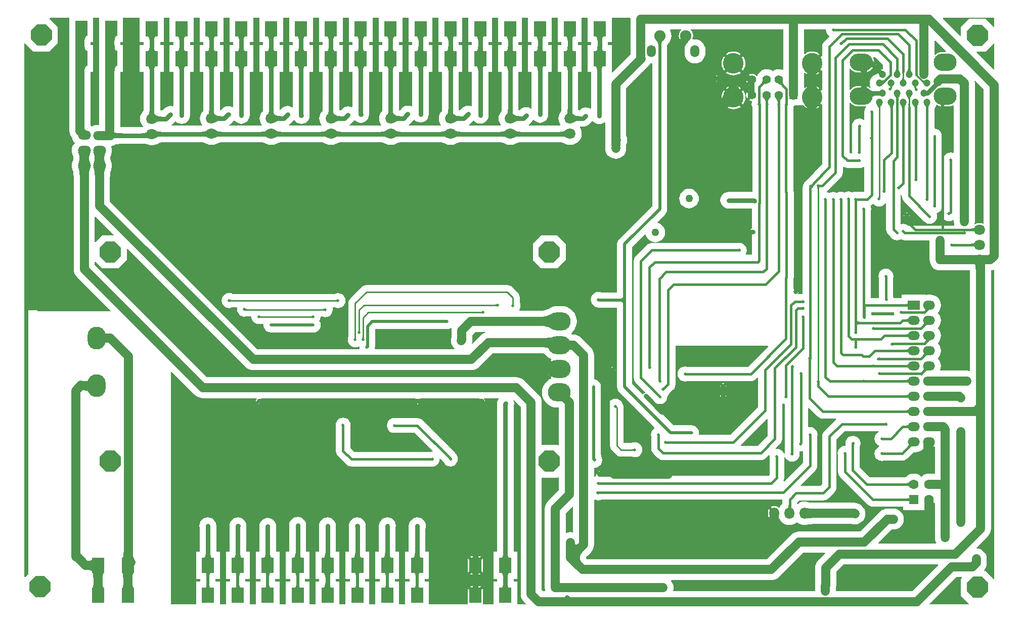
<source format=gbl>
G04 Layer_Physical_Order=2*
G04 Layer_Color=16711680*
%FSTAX24Y24*%
%MOIN*%
G70*
G01*
G75*
%ADD38C,0.0157*%
%ADD39C,0.0315*%
%ADD40C,0.0591*%
%ADD41C,0.0100*%
%ADD42C,0.0200*%
%ADD43C,0.0300*%
%ADD45C,0.0197*%
%ADD46R,0.0787X0.0984*%
%ADD47O,0.0750X0.0650*%
%ADD48R,0.0559X0.0559*%
%ADD49C,0.0559*%
%ADD50C,0.1358*%
%ADD51O,0.1516X0.1142*%
%ADD52C,0.0472*%
%ADD53O,0.0591X0.0787*%
%ADD54C,0.0750*%
%ADD55O,0.0860X0.0600*%
%ADD56O,0.0787X0.0591*%
%ADD57R,0.0787X0.0591*%
%ADD58P,0.1492X8X22.5*%
%ADD59P,0.1492X8X22.5*%
%ADD60O,0.1500X0.1200*%
%ADD61O,0.1200X0.1500*%
%ADD62R,0.0630X0.0630*%
%ADD63C,0.0630*%
%ADD64O,0.0650X0.0750*%
%ADD65C,0.0197*%
%ADD66C,0.0500*%
%ADD67C,0.0236*%
G36*
X22182Y167731D02*
X221816Y167735D01*
X221811Y167738D01*
X221805Y167741D01*
X221799Y167743D01*
X221792Y167745D01*
X221784Y167747D01*
X221776Y167748D01*
X221767Y167749D01*
X221746Y16775D01*
Y16785D01*
X221757Y16785D01*
X221776Y167852D01*
X221784Y167853D01*
X221792Y167855D01*
X221799Y167857D01*
X221805Y167859D01*
X221811Y167862D01*
X221816Y167865D01*
X22182Y167869D01*
Y167731D01*
D02*
G37*
G36*
X249001Y167692D02*
X249023Y167638D01*
X248995Y167597D01*
X247501D01*
X247499Y167608D01*
X247497Y167616D01*
Y167803D01*
X248986D01*
X249001Y167692D01*
D02*
G37*
G36*
X249909Y168123D02*
X249907Y168137D01*
X249902Y168151D01*
X249894Y168163D01*
X249883Y168173D01*
X249869Y168182D01*
X249852Y168189D01*
X249831Y168194D01*
X249807Y168198D01*
X24978Y1682D01*
X24975Y168201D01*
Y168359D01*
X24978Y16836D01*
X249807Y168362D01*
X249831Y168366D01*
X249852Y168371D01*
X249869Y168378D01*
X249883Y168387D01*
X249894Y168397D01*
X249902Y168409D01*
X249907Y168423D01*
X249909Y168437D01*
Y168123D01*
D02*
G37*
G36*
X251387Y167986D02*
X251368Y167988D01*
X251349Y167987D01*
X251328Y167983D01*
X251307Y167976D01*
X251285Y167966D01*
X251263Y167954D01*
X251239Y167938D01*
X251215Y167919D01*
X25119Y167898D01*
X251164Y167873D01*
X250969Y1679D01*
X250994Y167927D01*
X251015Y167951D01*
X251031Y167972D01*
X251042Y167991D01*
X251049Y168008D01*
X251051Y168022D01*
X251048Y168034D01*
X251041Y168044D01*
X251029Y168051D01*
X251013Y168056D01*
X251387Y167986D01*
D02*
G37*
G36*
X24655Y167326D02*
X246555Y1673D01*
X246563Y167276D01*
X246574Y167255D01*
X246588Y167238D01*
X246605Y167224D01*
X246626Y167213D01*
X24665Y167205D01*
X246676Y1672D01*
X246706Y167199D01*
Y167041D01*
X246676Y16704D01*
X24665Y167035D01*
X246626Y167027D01*
X246605Y167016D01*
X246588Y167002D01*
X246574Y166985D01*
X246563Y166964D01*
X246555Y16694D01*
X24655Y166914D01*
X246549Y166884D01*
X246391Y16712D01*
X246549Y167356D01*
X24655Y167326D01*
D02*
G37*
G36*
X226516Y166683D02*
X226438Y166729D01*
X226358Y16677D01*
X226276Y166806D01*
X226194Y166837D01*
X226111Y166863D01*
X226026Y166885D01*
X225941Y166902D01*
X225854Y166914D01*
X225766Y166921D01*
X225677Y166923D01*
Y167514D01*
X225766Y167516D01*
X225854Y167523D01*
X225941Y167535D01*
X226026Y167552D01*
X226111Y167574D01*
X226194Y1676D01*
X226276Y167631D01*
X226358Y167667D01*
X226438Y167708D01*
X226516Y167754D01*
Y166683D01*
D02*
G37*
G36*
X249953Y167123D02*
X249951Y167138D01*
X249946Y167151D01*
X249936Y167163D01*
X249923Y167173D01*
X249905Y167182D01*
X249884Y167189D01*
X249859Y167194D01*
X24983Y167198D01*
X249797Y1672D01*
X249761Y167201D01*
Y167359D01*
X249797Y16736D01*
X249859Y167366D01*
X249884Y167371D01*
X249905Y167378D01*
X249923Y167387D01*
X249936Y167397D01*
X249946Y167409D01*
X249951Y167422D01*
X249953Y167437D01*
Y167123D01*
D02*
G37*
G36*
X251227Y166986D02*
X251212Y166992D01*
X251196Y166994D01*
X251178Y166993D01*
X251159Y166988D01*
X251139Y16698D01*
X251117Y166968D01*
X251094Y166952D01*
X251069Y166933D01*
X251043Y16691D01*
X251015Y166884D01*
X250875Y166967D01*
X250901Y166993D01*
X250939Y167041D01*
X250952Y167061D01*
X250961Y16708D01*
X250966Y167097D01*
X250966Y167112D01*
X250962Y167124D01*
X250954Y167135D01*
X250942Y167144D01*
X251227Y166986D01*
D02*
G37*
G36*
X254293Y172103D02*
X254291Y172118D01*
X254286Y172131D01*
X254277Y172143D01*
X254264Y172153D01*
X254247Y172162D01*
X254226Y172169D01*
X254202Y172174D01*
X254173Y172178D01*
X254141Y17218D01*
X254105Y172181D01*
X254111Y172339D01*
X254147Y17234D01*
X254208Y172346D01*
X254233Y172351D01*
X254254Y172358D01*
X254271Y172367D01*
X254285Y172377D01*
X254295Y172389D01*
X254301Y172402D01*
X254303Y172417D01*
X254293Y172103D01*
D02*
G37*
G36*
X20626Y16421D02*
X206365Y164124D01*
X206485Y16406D01*
X206615Y164021D01*
X20675Y164008D01*
X22114D01*
X221275Y164021D01*
X221405Y16406D01*
X221525Y164124D01*
X22163Y16421D01*
X222537Y165118D01*
X225609D01*
X225751Y165115D01*
X225865Y165107D01*
X225956Y165096D01*
X22596Y165095D01*
X226083Y164946D01*
X226127Y16491D01*
X226127Y164909D01*
X226128Y164909D01*
X226234Y164821D01*
X226398Y164734D01*
X226408Y164683D01*
X226398Y164677D01*
X226368Y164653D01*
X226438Y164583D01*
X226516Y164628D01*
Y164504D01*
X226859Y164162D01*
X226789Y164093D01*
X226859Y164023D01*
X226516Y163681D01*
Y163557D01*
X226438Y163603D01*
X226368Y163532D01*
X226398Y163508D01*
X226408Y163503D01*
X226398Y163451D01*
X226234Y163364D01*
X226083Y16324D01*
X225959Y163088D01*
X225867Y162916D01*
X22581Y162728D01*
X225791Y162534D01*
X22581Y162339D01*
X225867Y162151D01*
X225959Y161979D01*
X226083Y161827D01*
X226234Y161703D01*
X226407Y161611D01*
X226594Y161554D01*
X226789Y161535D01*
X226908D01*
Y159057D01*
X226861Y159038D01*
X226811Y159089D01*
X225772D01*
Y16188D01*
X225759Y162015D01*
X22572Y162145D01*
X225656Y162265D01*
X22557Y16237D01*
X2246Y16334D01*
X224495Y163426D01*
X224375Y16349D01*
X224245Y163529D01*
X22411Y163542D01*
X203707D01*
X196312Y170937D01*
Y171117D01*
X196359Y171136D01*
X196792Y170703D01*
X197874D01*
X198416Y171244D01*
Y17199D01*
X198462Y172009D01*
X20626Y16421D01*
D02*
G37*
G36*
X254298Y173103D02*
X254296Y173118D01*
X25429Y173131D01*
X254281Y173143D01*
X254268Y173153D01*
X254251Y173162D01*
X25423Y173169D01*
X254205Y173174D01*
X254176Y173178D01*
X254144Y17318D01*
X254108Y173181D01*
Y173339D01*
X254144Y17334D01*
X254205Y173346D01*
X25423Y173351D01*
X254251Y173358D01*
X254268Y173367D01*
X254281Y173377D01*
X25429Y173389D01*
X254296Y173402D01*
X254298Y173417D01*
Y173103D01*
D02*
G37*
G36*
X197557Y172914D02*
X197537Y172868D01*
X196792D01*
X196359Y172435D01*
X196312Y172454D01*
Y174093D01*
X196359Y174112D01*
X197557Y172914D01*
D02*
G37*
G36*
X22393Y168373D02*
X223932Y168354D01*
X223933Y168346D01*
X223935Y168338D01*
X223937Y168331D01*
X223939Y168325D01*
X223942Y168319D01*
X223945Y168314D01*
X223949Y16831D01*
X223811D01*
X223815Y168314D01*
X223818Y168319D01*
X223821Y168325D01*
X223823Y168331D01*
X223825Y168338D01*
X223827Y168346D01*
X223828Y168354D01*
X223829Y168363D01*
X22383Y168384D01*
X22393D01*
X22393Y168373D01*
D02*
G37*
G36*
X22281Y168221D02*
X222806Y168225D01*
X222801Y168228D01*
X222795Y168231D01*
X222789Y168233D01*
X222782Y168235D01*
X222774Y168237D01*
X222766Y168238D01*
X222757Y168239D01*
X222736Y16824D01*
Y16834D01*
X222747Y16834D01*
X222766Y168342D01*
X222774Y168343D01*
X222782Y168345D01*
X222789Y168347D01*
X222795Y168349D01*
X222801Y168352D01*
X222806Y168355D01*
X22281Y168359D01*
Y168221D01*
D02*
G37*
G36*
X254455Y171145D02*
X254981D01*
X254981Y171141D01*
X254982Y171125D01*
X254985Y17057D01*
X254395Y170413D01*
X254394Y170513D01*
X254376Y170778D01*
X254366Y170854D01*
X254342Y170972D01*
X253855Y170975D01*
Y171565D01*
X254455Y171571D01*
Y171145D01*
D02*
G37*
G36*
X231338Y16862D02*
X231142Y168325D01*
X23114Y168362D01*
X231134Y168396D01*
X231124Y168425D01*
X23111Y168451D01*
X231092Y168472D01*
X231071Y16849D01*
X231045Y168504D01*
X231016Y168514D01*
X230982Y16852D01*
X230945Y168522D01*
Y168718D01*
X230982Y16872D01*
X231016Y168726D01*
X231045Y168736D01*
X231071Y16875D01*
X231092Y168768D01*
X23111Y168789D01*
X231124Y168815D01*
X231134Y168844D01*
X23114Y168878D01*
X231142Y168915D01*
X231338Y16862D01*
D02*
G37*
G36*
X213785Y166599D02*
X213786Y16658D01*
X213787Y166571D01*
X213789Y166564D01*
X213791Y166557D01*
X213794Y16655D01*
X213796Y166545D01*
X2138Y16654D01*
X213803Y166536D01*
X213665D01*
X213669Y16654D01*
X213672Y166545D01*
X213675Y16655D01*
X213678Y166557D01*
X21368Y166564D01*
X213681Y166571D01*
X213683Y16658D01*
X213684Y166589D01*
X213684Y166609D01*
X213784D01*
X213785Y166599D01*
D02*
G37*
G36*
X247707Y164343D02*
X247712Y16434D01*
X247718Y164338D01*
X247724Y164336D01*
X247731Y164334D01*
X247739Y164333D01*
X247752Y164331D01*
X247757Y164331D01*
X247858Y16433D01*
Y16423D01*
X24775Y164226D01*
X247743Y164225D01*
X247737Y164222D01*
X247731Y16422D01*
X247725Y164216D01*
X247721Y164213D01*
X247717Y164209D01*
X247715Y164225D01*
X247696Y164224D01*
Y164336D01*
X247698Y164335D01*
X247704Y164334D01*
X247704Y164334D01*
X247703Y164346D01*
X247707Y164343D01*
D02*
G37*
G36*
X24067Y165609D02*
X240689Y165563D01*
X239353Y164227D01*
X235356D01*
X235348Y164229D01*
X23522Y164246D01*
X235092Y164229D01*
X234972Y16418D01*
X234869Y164101D01*
X23479Y163998D01*
X234741Y163878D01*
X234724Y16375D01*
X234741Y163622D01*
X23479Y163502D01*
X234869Y163399D01*
X234972Y16332D01*
X235092Y163271D01*
X23522Y163254D01*
X235348Y163271D01*
X235356Y163273D01*
X23955D01*
X239673Y16329D01*
X239788Y163337D01*
X239887Y163413D01*
X239977Y163503D01*
X240023Y163484D01*
Y161557D01*
X238203Y159737D01*
X236179D01*
X236135Y159787D01*
X236146Y15987D01*
X236129Y159998D01*
X23608Y160118D01*
X236001Y160221D01*
X235898Y1603D01*
X235778Y160349D01*
X23565Y160366D01*
X234476D01*
X232744Y162098D01*
X232749Y162148D01*
X232763Y162157D01*
X232807Y162223D01*
X232815Y162261D01*
X232869Y162277D01*
X233127Y162019D01*
X23313Y162012D01*
X233209Y161909D01*
X233312Y16183D01*
X233432Y161781D01*
X23356Y161764D01*
X233688Y161781D01*
X233808Y16183D01*
X233911Y161909D01*
X23399Y162012D01*
X234039Y162132D01*
X234056Y16226D01*
X234048Y162325D01*
X234131Y162389D01*
X23421Y162492D01*
X234213Y162499D01*
X234444Y16273D01*
X23452Y162829D01*
X234567Y162944D01*
X234584Y163067D01*
Y165612D01*
X234864D01*
X24067Y165609D01*
D02*
G37*
G36*
X249953Y165123D02*
X249951Y165138D01*
X249946Y165151D01*
X249936Y165163D01*
X249923Y165173D01*
X249905Y165182D01*
X249884Y165189D01*
X249859Y165194D01*
X24983Y165198D01*
X249797Y1652D01*
X249761Y165201D01*
Y165359D01*
X249797Y16536D01*
X249859Y165366D01*
X249884Y165371D01*
X249905Y165378D01*
X249923Y165387D01*
X249936Y165397D01*
X249946Y165409D01*
X249951Y165422D01*
X249953Y165437D01*
Y165123D01*
D02*
G37*
G36*
X251227Y164986D02*
X251212Y164992D01*
X251196Y164994D01*
X251178Y164993D01*
X251159Y164988D01*
X251139Y16498D01*
X251117Y164968D01*
X251094Y164952D01*
X251069Y164933D01*
X251043Y16491D01*
X251015Y164884D01*
X250875Y164967D01*
X250901Y164993D01*
X250939Y165041D01*
X250952Y165061D01*
X250961Y16508D01*
X250966Y165097D01*
X250966Y165112D01*
X250962Y165124D01*
X250954Y165135D01*
X250942Y165144D01*
X251227Y164986D01*
D02*
G37*
G36*
X251237Y163986D02*
X251222Y163991D01*
X251205Y163994D01*
X251188Y163992D01*
X251168Y163987D01*
X251147Y163979D01*
X251125Y163966D01*
X251102Y163951D01*
X251077Y163931D01*
X251051Y163908D01*
X251023Y163882D01*
X25088Y163961D01*
X250906Y163988D01*
X250944Y164035D01*
X250957Y164056D01*
X250966Y164075D01*
X25097Y164091D01*
X25097Y164106D01*
X250966Y164119D01*
X250958Y164129D01*
X250946Y164138D01*
X251237Y163986D01*
D02*
G37*
G36*
X250744Y163714D02*
X250742Y163715D01*
X250736Y163716D01*
X250727Y163717D01*
X250724Y163717D01*
Y163714D01*
X250722Y163715D01*
X250716Y163716D01*
X250707Y163717D01*
X250663Y163719D01*
X250562Y16372D01*
X250562Y16382D01*
X250724Y163826D01*
Y163825D01*
X250744Y163826D01*
Y163714D01*
D02*
G37*
G36*
X250244Y164224D02*
X250242Y164225D01*
X250236Y164226D01*
X250227Y164227D01*
X250183Y164229D01*
X250082Y16423D01*
Y16433D01*
X250244Y164336D01*
Y164224D01*
D02*
G37*
G36*
X24996Y164113D02*
X249957Y164128D01*
X249951Y164141D01*
X249941Y164153D01*
X249927Y164163D01*
X249909Y164172D01*
X249888Y164179D01*
X249862Y164184D01*
X249833Y164188D01*
X2498Y16419D01*
X249764Y164191D01*
X249758Y164349D01*
X249794Y16435D01*
X249856Y164356D01*
X249881Y164361D01*
X249902Y164368D01*
X249919Y164377D01*
X249932Y164387D01*
X249941Y164399D01*
X249947Y164412D01*
X249948Y164427D01*
X24996Y164113D01*
D02*
G37*
G36*
X21404Y166133D02*
X214042Y166114D01*
X214043Y166106D01*
X214045Y166098D01*
X214047Y166091D01*
X214049Y166085D01*
X214052Y166079D01*
X214056Y166075D01*
X214059Y166071D01*
X213921D01*
X213925Y166075D01*
X213928Y166079D01*
X213931Y166085D01*
X213933Y166091D01*
X213936Y166098D01*
X213937Y166106D01*
X213939Y166114D01*
X213939Y166124D01*
X21394Y166144D01*
X21404D01*
X21404Y166133D01*
D02*
G37*
G36*
X251452Y165991D02*
X251432Y165992D01*
X251411Y165989D01*
X25139Y165985D01*
X251368Y165977D01*
X251345Y165966D01*
X251322Y165953D01*
X251299Y165937D01*
X251274Y165919D01*
X25125Y165897D01*
X251224Y165873D01*
X251013Y165885D01*
X251038Y165911D01*
X251058Y165934D01*
X251073Y165955D01*
X251084Y165973D01*
X25109Y165989D01*
X251091Y166002D01*
X251087Y166013D01*
X251078Y166021D01*
X251065Y166027D01*
X251047Y16603D01*
X251452Y165991D01*
D02*
G37*
G36*
X249953Y166123D02*
X249951Y166138D01*
X249946Y166151D01*
X249936Y166163D01*
X249923Y166173D01*
X249905Y166182D01*
X249884Y166189D01*
X249859Y166194D01*
X24983Y166198D01*
X249797Y1662D01*
X249761Y166201D01*
Y166359D01*
X249797Y16636D01*
X249859Y166366D01*
X249884Y166371D01*
X249905Y166378D01*
X249923Y166387D01*
X249936Y166397D01*
X249946Y166409D01*
X249951Y166422D01*
X249953Y166437D01*
Y166123D01*
D02*
G37*
G36*
X213529Y166135D02*
X21353Y166116D01*
X213531Y166107D01*
X213533Y1661D01*
X213535Y166093D01*
X213538Y166086D01*
X213541Y166081D01*
X213544Y166076D01*
X213547Y166072D01*
X21341D01*
X213413Y166076D01*
X213416Y166081D01*
X213419Y166086D01*
X213422Y166093D01*
X213424Y1661D01*
X213425Y166107D01*
X213427Y166116D01*
X213428Y166125D01*
X213428Y166145D01*
X213528D01*
X213529Y166135D01*
D02*
G37*
G36*
X219836Y166753D02*
X219831Y166735D01*
X219818Y1666D01*
Y16614D01*
X219801Y166085D01*
X219788Y16595D01*
X219801Y165815D01*
X21984Y165685D01*
X219904Y165565D01*
X21999Y16546D01*
X220016Y165439D01*
X219999Y165392D01*
X214808D01*
X214773Y165442D01*
X214787Y165546D01*
X214787Y165546D01*
Y166689D01*
X2148Y166702D01*
X21953D01*
X219659Y166719D01*
X219779Y166769D01*
X219795Y166781D01*
X219836Y166753D01*
D02*
G37*
G36*
X226374Y16522D02*
X226374Y165276D01*
X226357Y165326D01*
X226324Y16537D01*
X226273Y165409D01*
X226206Y165441D01*
X226122Y165468D01*
X226021Y165488D01*
X225903Y165503D01*
X225768Y165512D01*
X225616Y165515D01*
X225808Y166105D01*
X225918Y166106D01*
X226339Y166135D01*
X226397Y166145D01*
X226446Y166157D01*
X226485Y166171D01*
X226516Y166187D01*
X226374Y16522D01*
D02*
G37*
G36*
X197008Y16642D02*
X197018Y166418D01*
X197034Y166417D01*
X197123Y166413D01*
X197334Y166411D01*
Y165821D01*
X197005Y165811D01*
Y166422D01*
X197008Y16642D01*
D02*
G37*
G36*
X222073Y166476D02*
X221985Y16645D01*
X221865Y166386D01*
X22176Y1663D01*
X221213Y165752D01*
X221169Y165779D01*
X221189Y165845D01*
X221202Y16598D01*
Y166313D01*
X2213Y16641D01*
X221386Y166515D01*
X221391Y166526D01*
X222066D01*
X222073Y166476D01*
D02*
G37*
G36*
X220029Y179814D02*
X220065Y17979D01*
X220103Y179769D01*
X220143Y179751D01*
X220183Y179735D01*
X220226Y179722D01*
X22027Y179713D01*
X220315Y179706D01*
X220362Y179701D01*
X220411Y1797D01*
X220389Y1794D01*
X220336Y179399D01*
X220239Y179391D01*
X220195Y179384D01*
X220154Y179375D01*
X220116Y179364D01*
X220081Y179351D01*
X220049Y179336D01*
X22002Y179319D01*
X219994Y179299D01*
Y179841D01*
X220029Y179814D01*
D02*
G37*
G36*
X219532Y179299D02*
X219506Y179319D01*
X219477Y179336D01*
X219445Y179351D01*
X21941Y179364D01*
X219372Y179375D01*
X219331Y179384D01*
X219287Y179391D01*
X21919Y179399D01*
X219137Y1794D01*
X219115Y1797D01*
X219164Y179701D01*
X21921Y179706D01*
X219256Y179713D01*
X2193Y179722D01*
X219342Y179735D01*
X219383Y179751D01*
X219423Y179769D01*
X219461Y17979D01*
X219497Y179814D01*
X219532Y179841D01*
Y179299D01*
D02*
G37*
G36*
X223967Y179814D02*
X224004Y17979D01*
X224042Y179769D01*
X224081Y179751D01*
X224122Y179735D01*
X224164Y179722D01*
X224208Y179713D01*
X224254Y179706D01*
X224301Y179701D01*
X224349Y1797D01*
X224328Y1794D01*
X224275Y179399D01*
X224177Y179391D01*
X224133Y179384D01*
X224092Y179375D01*
X224054Y179364D01*
X224019Y179351D01*
X223987Y179336D01*
X223958Y179319D01*
X223932Y179299D01*
Y179841D01*
X223967Y179814D01*
D02*
G37*
G36*
X223471Y179299D02*
X223445Y179319D01*
X223416Y179336D01*
X223384Y179351D01*
X223349Y179364D01*
X223311Y179375D01*
X223269Y179384D01*
X223225Y179391D01*
X223128Y179399D01*
X223075Y1794D01*
X223054Y1797D01*
X223102Y179701D01*
X223149Y179706D01*
X223194Y179713D01*
X223238Y179722D01*
X223281Y179735D01*
X223322Y179751D01*
X223361Y179769D01*
X223399Y17979D01*
X223436Y179814D01*
X223471Y179841D01*
Y179299D01*
D02*
G37*
G36*
X212151Y179814D02*
X212188Y17979D01*
X212226Y179769D01*
X212265Y179751D01*
X212306Y179735D01*
X212349Y179722D01*
X212393Y179713D01*
X212438Y179706D01*
X212485Y179701D01*
X212533Y1797D01*
X212512Y1794D01*
X212459Y179399D01*
X212362Y179391D01*
X212318Y179384D01*
X212277Y179375D01*
X212239Y179364D01*
X212204Y179351D01*
X212171Y179336D01*
X212142Y179319D01*
X212116Y179299D01*
Y179841D01*
X212151Y179814D01*
D02*
G37*
G36*
X211655Y179299D02*
X211629Y179319D01*
X2116Y179336D01*
X211568Y179351D01*
X211533Y179364D01*
X211495Y179375D01*
X211454Y179384D01*
X21141Y179391D01*
X211313Y179399D01*
X211259Y1794D01*
X211238Y1797D01*
X211286Y179701D01*
X211333Y179706D01*
X211379Y179713D01*
X211423Y179722D01*
X211465Y179735D01*
X211506Y179751D01*
X211546Y179769D01*
X211583Y17979D01*
X21162Y179814D01*
X211655Y179841D01*
Y179299D01*
D02*
G37*
G36*
X21609Y179814D02*
X216127Y17979D01*
X216164Y179769D01*
X216204Y179751D01*
X216245Y179735D01*
X216287Y179722D01*
X216331Y179713D01*
X216377Y179706D01*
X216424Y179701D01*
X216472Y1797D01*
X216451Y1794D01*
X216397Y179399D01*
X2163Y179391D01*
X216256Y179384D01*
X216215Y179375D01*
X216177Y179364D01*
X216142Y179351D01*
X21611Y179336D01*
X216081Y179319D01*
X216055Y179299D01*
Y179841D01*
X21609Y179814D01*
D02*
G37*
G36*
X215594Y179299D02*
X215568Y179319D01*
X215539Y179336D01*
X215506Y179351D01*
X215471Y179364D01*
X215433Y179375D01*
X215392Y179384D01*
X215348Y179391D01*
X215251Y179399D01*
X215198Y1794D01*
X215177Y1797D01*
X215225Y179701D01*
X215272Y179706D01*
X215317Y179713D01*
X215361Y179722D01*
X215404Y179735D01*
X215445Y179751D01*
X215484Y179769D01*
X215522Y17979D01*
X215559Y179814D01*
X215594Y179841D01*
Y179299D01*
D02*
G37*
G36*
X207153Y185606D02*
X207392D01*
Y185409D01*
X207153D01*
Y183637D01*
X207392D01*
Y181125D01*
X20739Y181093D01*
X207386Y181091D01*
X207353Y18105D01*
X207353Y18105D01*
X207353Y181049D01*
X207297Y180981D01*
X20723Y180856D01*
X207189Y180721D01*
X207175Y18058D01*
X207189Y180439D01*
X20723Y180304D01*
X207297Y180179D01*
X207322Y180148D01*
X207298Y180098D01*
X205188D01*
X205171Y180148D01*
X205228Y180192D01*
X205398Y180363D01*
X205404Y180365D01*
X205518Y180452D01*
X205532D01*
X205584Y180384D01*
X205698Y180297D01*
X20583Y180242D01*
X205972Y180223D01*
X206114Y180242D01*
X206246Y180297D01*
X20636Y180384D01*
X206447Y180498D01*
X206502Y18063D01*
X20652Y180772D01*
Y183637D01*
X206759D01*
Y185409D01*
X20652D01*
Y185606D01*
X206759D01*
Y187202D01*
X207153D01*
Y185606D01*
D02*
G37*
G36*
X21109D02*
X211329D01*
Y185409D01*
X21109D01*
Y183637D01*
X211329D01*
Y181124D01*
X211327Y181092D01*
X211325Y181091D01*
X211289Y181046D01*
X211288Y181046D01*
X211286Y181044D01*
X211235Y180981D01*
X211169Y180856D01*
X211127Y180721D01*
X211114Y18058D01*
X211127Y180439D01*
X211169Y180304D01*
X211235Y180179D01*
X21126Y180148D01*
X211237Y180098D01*
X209098D01*
X209081Y180148D01*
X209138Y180192D01*
X209408Y180462D01*
X209417Y180474D01*
X209467D01*
X209521Y180403D01*
X209542Y180382D01*
X209656Y180295D01*
X209788Y18024D01*
X20993Y180222D01*
X210072Y18024D01*
X210204Y180295D01*
X210318Y180382D01*
X210405Y180496D01*
X21046Y180628D01*
X210478Y18077D01*
X21046Y180912D01*
X210457Y180918D01*
Y183637D01*
X210696D01*
Y185409D01*
X210457D01*
Y185606D01*
X210696D01*
Y187202D01*
X21109D01*
Y185606D01*
D02*
G37*
G36*
X200218Y181093D02*
X20023Y180964D01*
X20024Y180912D01*
X200254Y180868D01*
X20027Y180832D01*
X200289Y180805D01*
X200301Y180794D01*
Y180831D01*
X200331Y180808D01*
X200364Y180787D01*
X200399Y180769D01*
X200436Y180753D01*
X200476Y18074D01*
X200518Y180729D01*
X200561Y180721D01*
X200608Y180715D01*
X200656Y180711D01*
X200707Y18071D01*
Y18041D01*
X200656Y180409D01*
X200561Y180399D01*
X200518Y180391D01*
X200476Y18038D01*
X200436Y180367D01*
X200399Y180351D01*
X200364Y180333D01*
X200331Y180312D01*
X200301Y180289D01*
Y180769D01*
X199767Y180761D01*
X199796Y180765D01*
X199821Y180777D01*
X199843Y180798D01*
X199863Y180827D01*
X199879Y180863D01*
X199892Y180908D01*
X199903Y180961D01*
X19991Y181021D01*
X199915Y18109D01*
X199916Y181167D01*
X200216Y181169D01*
X200218Y181093D01*
D02*
G37*
G36*
X222901Y185606D02*
X22314D01*
Y185409D01*
X222901D01*
Y183637D01*
X22314D01*
Y181122D01*
X223138Y181087D01*
X223097Y181037D01*
X223094Y181035D01*
X22309Y181029D01*
X223051Y180981D01*
X222984Y180856D01*
X222943Y180721D01*
X222929Y18058D01*
X222943Y180439D01*
X222984Y180304D01*
X223051Y180179D01*
X223076Y180148D01*
X223052Y180098D01*
X220978D01*
X220961Y180148D01*
X221018Y180192D01*
X22126Y180434D01*
X22131Y180431D01*
X221332Y180402D01*
X221446Y180315D01*
X221578Y18026D01*
X22172Y180241D01*
X221862Y18026D01*
X221994Y180315D01*
X222108Y180402D01*
X222195Y180516D01*
X22225Y180648D01*
X222268Y18079D01*
Y183637D01*
X222507D01*
Y185409D01*
X222268D01*
Y185606D01*
X222507D01*
Y187202D01*
X222901D01*
Y185606D01*
D02*
G37*
G36*
X199279D02*
X199518D01*
Y185409D01*
X199279D01*
Y183637D01*
X199518D01*
Y181106D01*
X199516Y181076D01*
X199509Y181071D01*
X199449Y180997D01*
X199446Y180994D01*
X199445Y180993D01*
X19942Y180961D01*
X199353Y180836D01*
X199312Y180701D01*
X199298Y18056D01*
X199312Y180419D01*
X199353Y180284D01*
X19942Y180159D01*
X199505Y180055D01*
X199474Y180018D01*
X199469Y180013D01*
X199467Y180009D01*
X199457Y180008D01*
X19804D01*
X197996Y18001D01*
Y183453D01*
X198003Y183648D01*
X198004Y183657D01*
X198171D01*
Y184014D01*
X198172Y184017D01*
X198171Y184033D01*
Y184036D01*
X198173Y184052D01*
X198171Y184069D01*
Y185018D01*
X198173Y185034D01*
X198171Y185051D01*
Y185054D01*
X198172Y185069D01*
X198171Y185072D01*
Y185429D01*
X198005D01*
X197999Y185512D01*
X198003Y185617D01*
X198004Y185626D01*
X198171D01*
Y185983D01*
X198172Y185986D01*
X198171Y186001D01*
Y186004D01*
X198173Y186021D01*
X198171Y186038D01*
Y187202D01*
X199279D01*
Y185606D01*
D02*
G37*
G36*
X227409Y179299D02*
X227383Y179319D01*
X227354Y179336D01*
X227322Y179351D01*
X227287Y179364D01*
X227249Y179375D01*
X227208Y179384D01*
X227164Y179391D01*
X227067Y179399D01*
X227014Y1794D01*
X226992Y1797D01*
X227041Y179701D01*
X227088Y179706D01*
X227133Y179713D01*
X227177Y179722D01*
X227219Y179735D01*
X22726Y179751D01*
X2273Y179769D01*
X227338Y17979D01*
X227374Y179814D01*
X227409Y179841D01*
Y179299D01*
D02*
G37*
G36*
X203216Y185606D02*
X203455D01*
Y185409D01*
X203216D01*
Y183637D01*
X203455D01*
Y181125D01*
X203453Y181095D01*
X203448Y181091D01*
X203383Y181012D01*
X203382Y18101D01*
X203381Y181009D01*
X203358Y180981D01*
X203291Y180856D01*
X20325Y180721D01*
X203236Y18058D01*
X20325Y180439D01*
X203291Y180304D01*
X203358Y180179D01*
X203383Y180148D01*
X203359Y180098D01*
X201369D01*
X201353Y180146D01*
X201388Y180172D01*
X201597Y180381D01*
X201647Y180378D01*
X201647Y180377D01*
X201761Y18029D01*
X201893Y180235D01*
X202035Y180217D01*
X202177Y180235D01*
X202309Y18029D01*
X202423Y180377D01*
X20251Y180491D01*
X202565Y180623D01*
X202583Y180765D01*
Y183637D01*
X202822D01*
Y185409D01*
X202583D01*
Y185606D01*
X202822D01*
Y187202D01*
X203216D01*
Y185606D01*
D02*
G37*
G36*
X196596Y186038D02*
X196594Y186021D01*
X196595Y186015D01*
X196594Y186009D01*
X196596Y18594D01*
Y185626D01*
X196606D01*
X19661Y185479D01*
X196596Y185429D01*
X196596D01*
Y185051D01*
X196594Y185034D01*
X196595Y185031D01*
X196594Y185027D01*
X196596Y185013D01*
Y184069D01*
X196594Y184052D01*
X196595Y184047D01*
X196594Y184041D01*
X196596Y183971D01*
Y183657D01*
X196606D01*
X196612Y183454D01*
Y180157D01*
X19649D01*
X196354Y180144D01*
X196223Y180104D01*
X196129Y180054D01*
X196028Y180108D01*
Y183453D01*
X196034Y183648D01*
X196035Y183657D01*
X196203D01*
Y184014D01*
X196203Y184017D01*
X196203Y184033D01*
Y184036D01*
X196205Y184052D01*
X196203Y184069D01*
Y185018D01*
X196205Y185034D01*
X196203Y185051D01*
Y185054D01*
X196203Y185069D01*
X196203Y185072D01*
Y185429D01*
X196037D01*
X196031Y185512D01*
X196034Y185617D01*
X196035Y185626D01*
X196203D01*
Y185983D01*
X196203Y185986D01*
X196203Y186001D01*
Y186004D01*
X196205Y186021D01*
X196203Y186038D01*
Y187202D01*
X196596D01*
Y186038D01*
D02*
G37*
G36*
X208213Y179814D02*
X208249Y17979D01*
X208287Y179769D01*
X208327Y179751D01*
X208368Y179735D01*
X20841Y179722D01*
X208454Y179713D01*
X2085Y179706D01*
X208546Y179701D01*
X208595Y1797D01*
X208573Y1794D01*
X20852Y179399D01*
X208423Y179391D01*
X208379Y179384D01*
X208338Y179375D01*
X2083Y179364D01*
X208265Y179351D01*
X208233Y179336D01*
X208204Y179319D01*
X208178Y179299D01*
Y179841D01*
X208213Y179814D01*
D02*
G37*
G36*
X196006Y17731D02*
X195987Y177259D01*
X19597Y177202D01*
X195956Y177138D01*
X195933Y176993D01*
X195925Y176911D01*
X195915Y176629D01*
X195325D01*
X195324Y176729D01*
X195307Y176993D01*
X195297Y177069D01*
X19527Y177202D01*
X195253Y177259D01*
X195234Y17731D01*
X195213Y177355D01*
X196027D01*
X196006Y17731D01*
D02*
G37*
G36*
X197006D02*
X196987Y177259D01*
X19697Y177202D01*
X196956Y177138D01*
X196933Y176993D01*
X196925Y176911D01*
X196915Y176629D01*
X196325Y176629D01*
X196324Y176729D01*
X196307Y176993D01*
X196297Y177069D01*
X19627Y177202D01*
X196253Y177259D01*
X196234Y17731D01*
X196213Y177355D01*
X197027D01*
X197006Y17731D01*
D02*
G37*
G36*
X196006Y17831D02*
X195987Y178259D01*
X19597Y178202D01*
X195956Y178138D01*
X195933Y177993D01*
X195931Y177975D01*
X195933Y177947D01*
X195943Y177871D01*
X19597Y177738D01*
X195987Y177681D01*
X196006Y17763D01*
X196027Y177585D01*
X195213D01*
X195234Y17763D01*
X195253Y177681D01*
X19527Y177738D01*
X195284Y177802D01*
X195307Y177947D01*
X195309Y177965D01*
X195307Y177993D01*
X195297Y178069D01*
X19527Y178202D01*
X195253Y178259D01*
X195234Y17831D01*
X195213Y178355D01*
X196027D01*
X196006Y17831D01*
D02*
G37*
G36*
X247043Y177387D02*
Y175737D01*
X247043Y175737D01*
X246606D01*
X246598Y175739D01*
X24647Y175756D01*
X246342Y175739D01*
X246249Y175701D01*
X246238Y17571D01*
X246118Y175759D01*
X24599Y175776D01*
X245862Y175759D01*
X245742Y17571D01*
X245724Y175696D01*
X245618Y175739D01*
X24549Y175756D01*
X245362Y175739D01*
X245242Y17569D01*
X245232Y175682D01*
X245118Y175729D01*
X24499Y175746D01*
X244862Y175729D01*
X244742Y17568D01*
X244735Y175675D01*
X244728Y17568D01*
X244608Y175729D01*
X244573Y175734D01*
X244559Y175786D01*
X244607Y175823D01*
X245477Y176693D01*
X245553Y176792D01*
X2456Y176907D01*
X245617Y17703D01*
Y177385D01*
X245661Y177408D01*
X245688Y177387D01*
X245803Y17734D01*
X245926Y177323D01*
X246564D01*
X246572Y177321D01*
X2467Y177304D01*
X246828Y177321D01*
X246948Y17737D01*
X246999Y177409D01*
X247043Y177387D01*
D02*
G37*
G36*
X248476Y174987D02*
Y173287D01*
X248492Y173164D01*
X24854Y173049D01*
X248616Y17295D01*
X248763Y172803D01*
X248766Y172796D01*
X248845Y172693D01*
X248948Y172614D01*
X249068Y172564D01*
X249196Y172547D01*
X249325Y172564D01*
X249444Y172614D01*
X249468Y172632D01*
X249474Y172627D01*
X249589Y17258D01*
X249713Y172563D01*
X251335D01*
X251338Y17256D01*
Y17127D01*
X251351Y171135D01*
X25139Y171005D01*
X251454Y170885D01*
X25154Y17078D01*
X251645Y170694D01*
X251765Y17063D01*
X251895Y170591D01*
X25203Y170578D01*
X253852D01*
X253853Y170578D01*
X253991Y170577D01*
X253997Y170498D01*
X253998Y170408D01*
X253998Y170408D01*
Y163985D01*
X253958Y163955D01*
X253945Y163959D01*
X25381Y163972D01*
X252064D01*
X25206Y163979D01*
X25204Y164022D01*
X252077Y164145D01*
X252091Y16428D01*
X252077Y164415D01*
X252038Y164545D01*
X251974Y164665D01*
X251909Y164743D01*
X251893Y16478D01*
X251909Y164817D01*
X251974Y164895D01*
X252038Y165015D01*
X252077Y165145D01*
X252091Y16528D01*
X252077Y165415D01*
X252038Y165545D01*
X251974Y165665D01*
X251909Y165743D01*
X251893Y16578D01*
X251909Y165817D01*
X251974Y165895D01*
X252038Y166015D01*
X252077Y166145D01*
X252091Y16628D01*
X252077Y166415D01*
X252038Y166545D01*
X251974Y166665D01*
X251909Y166743D01*
X251893Y16678D01*
X251909Y166817D01*
X251974Y166895D01*
X252038Y167015D01*
X252077Y167145D01*
X252091Y16728D01*
X252077Y167415D01*
X252038Y167545D01*
X251974Y167665D01*
X251909Y167743D01*
X251893Y16778D01*
X251909Y167817D01*
X251974Y167895D01*
X252038Y168015D01*
X252077Y168145D01*
X252091Y16828D01*
X252077Y168415D01*
X252038Y168545D01*
X251974Y168665D01*
X251888Y16877D01*
X251783Y168856D01*
X251663Y16892D01*
X251533Y168959D01*
X251398Y168972D01*
X251202D01*
X251095Y168962D01*
X251087Y168969D01*
Y168969D01*
X249513D01*
Y168757D01*
X248971D01*
X248969Y168768D01*
X248937Y168848D01*
Y170054D01*
X248939Y170062D01*
X248956Y17019D01*
X248939Y170318D01*
X24889Y170438D01*
X248811Y170541D01*
X248708Y17062D01*
X248588Y170669D01*
X24846Y170686D01*
X248332Y170669D01*
X248212Y17062D01*
X248109Y170541D01*
X24803Y170438D01*
X247981Y170318D01*
X247964Y17019D01*
X247981Y170062D01*
X247983Y170054D01*
Y16876D01*
X24798Y168757D01*
X247467D01*
Y174484D01*
X247469Y174492D01*
X247486Y17462D01*
X247469Y174748D01*
X247449Y174797D01*
X247468Y174843D01*
X247478Y174847D01*
X247577Y174923D01*
X247595Y174941D01*
X247645Y174938D01*
X247659Y174919D01*
X247762Y17484D01*
X247882Y174791D01*
X24801Y174774D01*
X248138Y174791D01*
X248258Y17484D01*
X248361Y174919D01*
X248426Y175004D01*
X248476Y174987D01*
D02*
G37*
G36*
X254908Y182506D02*
Y17368D01*
X254858Y173646D01*
X254791Y173674D01*
X25468Y173689D01*
X25458D01*
X254469Y173674D01*
X254366Y173631D01*
X254348Y173618D01*
X254334Y173627D01*
X25431Y173651D01*
X254322Y17378D01*
Y17641D01*
X254322Y17641D01*
Y1804D01*
Y1829D01*
X254309Y183034D01*
X254312Y183037D01*
X254358Y183055D01*
X254908Y182506D01*
D02*
G37*
G36*
X244045Y176102D02*
X244044Y176096D01*
X244043Y17609D01*
X244059D01*
X244055Y176086D01*
X244052Y176081D01*
X244049Y176075D01*
X244047Y176069D01*
X244045Y176062D01*
X244043Y176054D01*
X244042Y176046D01*
X244041Y176038D01*
X24404Y175942D01*
X24394D01*
X243936Y176059D01*
X243935Y176062D01*
X243933Y176069D01*
X243931Y176075D01*
X243928Y176081D01*
X243925Y176086D01*
X243921Y17609D01*
X243935D01*
X243934Y176104D01*
X244046D01*
X244045Y176102D01*
D02*
G37*
G36*
X248065Y175411D02*
X248065Y1754D01*
X248067Y175381D01*
X248068Y175372D01*
X24807Y175364D01*
X248071Y175357D01*
X248074Y175351D01*
X248076Y175346D01*
X248079Y175341D01*
X248083Y175337D01*
X247945Y175344D01*
X247949Y175348D01*
X247952Y175352D01*
X247955Y175358D01*
X247958Y175364D01*
X24796Y175371D01*
X247962Y175379D01*
X247963Y175387D01*
X247964Y175396D01*
X247965Y175417D01*
X248065Y175411D01*
D02*
G37*
G36*
X203778Y179299D02*
X203752Y179319D01*
X203723Y179336D01*
X203691Y179351D01*
X203656Y179364D01*
X203618Y179375D01*
X203577Y179384D01*
X203533Y179391D01*
X203435Y179399D01*
X203382Y1794D01*
X203361Y1797D01*
X203409Y179701D01*
X203456Y179706D01*
X203502Y179713D01*
X203546Y179722D01*
X203588Y179735D01*
X203629Y179751D01*
X203668Y179769D01*
X203706Y17979D01*
X203743Y179814D01*
X203778Y179841D01*
Y179299D01*
D02*
G37*
G36*
X200331Y179798D02*
X200364Y179777D01*
X200399Y179759D01*
X200436Y179743D01*
X200476Y17973D01*
X200518Y179719D01*
X200561Y179711D01*
X200608Y179705D01*
X200656Y179701D01*
X200707Y1797D01*
Y1794D01*
X200656Y179399D01*
X200561Y179389D01*
X200518Y179381D01*
X200476Y17937D01*
X200436Y179357D01*
X200399Y179341D01*
X200364Y179323D01*
X200331Y179302D01*
X200301Y179279D01*
Y179821D01*
X200331Y179798D01*
D02*
G37*
G36*
X207716Y179299D02*
X20769Y179319D01*
X207661Y179336D01*
X207629Y179351D01*
X207594Y179364D01*
X207556Y179375D01*
X207515Y179384D01*
X207471Y179391D01*
X207374Y179399D01*
X207321Y1794D01*
X207299Y1797D01*
X207348Y179701D01*
X207395Y179706D01*
X20744Y179713D01*
X207484Y179722D01*
X207527Y179735D01*
X207567Y179751D01*
X207607Y179769D01*
X207645Y17979D01*
X207681Y179814D01*
X207716Y179841D01*
Y179299D01*
D02*
G37*
G36*
X204274Y179814D02*
X204311Y17979D01*
X204349Y179769D01*
X204388Y179751D01*
X204429Y179735D01*
X204472Y179722D01*
X204516Y179713D01*
X204561Y179706D01*
X204608Y179701D01*
X204656Y1797D01*
X204635Y1794D01*
X204582Y179399D01*
X204485Y179391D01*
X204441Y179384D01*
X204399Y179375D01*
X204361Y179364D01*
X204326Y179351D01*
X204294Y179336D01*
X204265Y179319D01*
X204239Y179299D01*
Y179841D01*
X204274Y179814D01*
D02*
G37*
G36*
X233Y184209D02*
X233017Y184211D01*
X233054Y184177D01*
Y174816D01*
X230889Y172651D01*
X23081Y172548D01*
X230761Y172428D01*
X230744Y1723D01*
Y169116D01*
X229684D01*
X229628Y169139D01*
X2295Y169156D01*
X229372Y169139D01*
X229252Y16909D01*
X229149Y169011D01*
X22907Y168908D01*
X229021Y168788D01*
X229004Y16866D01*
X229021Y168532D01*
X22907Y168412D01*
X229149Y168309D01*
X229189Y168269D01*
X229189Y168269D01*
X229292Y16819D01*
X229412Y168141D01*
X22954Y168124D01*
X22954Y168124D01*
X230744D01*
Y1629D01*
X230761Y162772D01*
X23081Y162652D01*
X230889Y162549D01*
X233213Y160225D01*
X233202Y160165D01*
X233119Y160101D01*
X23304Y159998D01*
X232991Y159878D01*
X232974Y15975D01*
X232991Y159622D01*
X232993Y159614D01*
Y15885D01*
X23301Y158727D01*
X233057Y158612D01*
X233133Y158513D01*
X233433Y158213D01*
X233532Y158137D01*
X233647Y15809D01*
X23377Y158073D01*
X24022D01*
X240343Y15809D01*
X240458Y158137D01*
X240557Y158213D01*
X240744Y1584D01*
X240791Y158376D01*
X240784Y15832D01*
X240801Y158192D01*
X240803Y158184D01*
Y157107D01*
X240733Y157037D01*
X234335D01*
X234302Y157087D01*
X234312Y15714D01*
X234302Y157193D01*
X23418Y15707D01*
X23411Y15714D01*
X23404Y15707D01*
X233918Y157193D01*
X233908Y15714D01*
X233918Y157087D01*
X233885Y157037D01*
X230351D01*
Y156951D01*
X230334Y156962D01*
X230307Y156972D01*
X230269Y156981D01*
X230221Y156989D01*
X230094Y157001D01*
X229825Y157009D01*
X229715Y15701D01*
Y157186D01*
X22962Y15709D01*
X22955Y15716D01*
X22948Y15709D01*
X229358Y157213D01*
X229348Y15716D01*
X229363Y157083D01*
X229343Y157023D01*
X229272Y156994D01*
X229222Y157016D01*
Y157539D01*
X22926Y157572D01*
X22926Y157572D01*
X229389Y157589D01*
X229509Y157639D01*
X229612Y157718D01*
X229691Y157821D01*
X229741Y157941D01*
X229758Y15807D01*
X229758Y15807D01*
Y1581D01*
X229741Y158229D01*
X229691Y158349D01*
X229688Y158353D01*
Y16291D01*
X229671Y163039D01*
X229621Y163159D01*
X229542Y163262D01*
X229439Y163341D01*
X229319Y163391D01*
X229222Y163404D01*
Y16499D01*
X229209Y165125D01*
X22917Y165255D01*
X229106Y165375D01*
X22902Y16548D01*
X228358Y166141D01*
X228253Y166227D01*
X228133Y166291D01*
X228003Y166331D01*
X227868Y166344D01*
X227806D01*
X227795Y166358D01*
X227731Y16641D01*
Y16646D01*
X227795Y166513D01*
X227919Y166664D01*
X228012Y166836D01*
X228068Y167024D01*
X228088Y167219D01*
X228068Y167413D01*
X228012Y167601D01*
X227919Y167773D01*
X227795Y167925D01*
X227644Y168049D01*
X227471Y168141D01*
X227284Y168198D01*
X227089Y168217D01*
X226789D01*
X226594Y168198D01*
X226407Y168141D01*
X226353Y168112D01*
X226318Y168098D01*
X226318Y168098D01*
X226318Y168098D01*
X226248Y168057D01*
X226187Y168026D01*
X226125Y167999D01*
X226064Y167975D01*
X226002Y167956D01*
X225939Y16794D01*
X225875Y167927D01*
X225811Y167918D01*
X225745Y167913D01*
X22567Y167911D01*
X224304D01*
X224282Y167956D01*
X22431Y167992D01*
X224359Y168112D01*
X224376Y16824D01*
X224359Y168368D01*
X224328Y168446D01*
Y16879D01*
X224312Y168906D01*
X224268Y169014D01*
X224196Y169106D01*
X223826Y169476D01*
X223734Y169548D01*
X223626Y169592D01*
X22351Y169608D01*
X21423D01*
X214114Y169592D01*
X214006Y169548D01*
X213914Y169476D01*
X213162Y168725D01*
X213091Y168632D01*
X213046Y168524D01*
X213031Y168408D01*
Y166207D01*
X212999Y16613D01*
X212982Y166002D01*
X212999Y165873D01*
X213049Y165753D01*
X213127Y165651D01*
X21323Y165572D01*
X21335Y165522D01*
X213478Y165505D01*
X213607Y165522D01*
X213706Y165563D01*
X213751Y165532D01*
X213752Y165531D01*
X213748Y165504D01*
X213758Y16543D01*
X213725Y165392D01*
X207037D01*
X197312Y175117D01*
Y17662D01*
X197322Y176885D01*
X197327Y176944D01*
X197346Y177063D01*
X197355Y177101D01*
X197364Y177134D01*
X197372Y177156D01*
X197386Y177185D01*
X197389Y177194D01*
X197394Y177203D01*
X197403Y177234D01*
X197411Y177252D01*
X197413Y177264D01*
X197434Y177334D01*
X197447Y17747D01*
X197434Y177606D01*
X197413Y177676D01*
X197411Y177688D01*
X197403Y177706D01*
X197394Y177737D01*
X197389Y177746D01*
X197386Y177755D01*
X197372Y177784D01*
X197364Y177806D01*
X197356Y177834D01*
X197335Y177937D01*
X197331Y177968D01*
X197346Y178063D01*
X197355Y178101D01*
X197364Y178134D01*
X197372Y178156D01*
X197386Y178185D01*
X197389Y178194D01*
X197394Y178203D01*
X197403Y178234D01*
X197411Y178252D01*
X197413Y178264D01*
X197434Y178334D01*
X197447Y17847D01*
X197434Y178606D01*
X197398Y178725D01*
X19742Y178778D01*
X197455Y178781D01*
X197585Y17882D01*
X197705Y178884D01*
X197711Y17889D01*
X198056Y178912D01*
X199531D01*
X199629Y178908D01*
X19965Y178906D01*
X199703Y178898D01*
X199712Y178896D01*
X199717Y178894D01*
X199726Y17889D01*
X199735Y178887D01*
X199744Y178883D01*
X199766Y178876D01*
X199782Y178869D01*
X199798Y178866D01*
X199879Y178842D01*
X20002Y178828D01*
X20012D01*
X200261Y178842D01*
X200396Y178883D01*
X200481Y178928D01*
X200499Y178936D01*
X200509Y178943D01*
X200521Y17895D01*
X20053Y178957D01*
X200539Y178962D01*
X200556Y178975D01*
X200561Y178978D01*
X200567Y178981D01*
X200577Y178985D01*
X200589Y178989D01*
X200605Y178993D01*
X200619Y178996D01*
X200676Y179002D01*
X203422D01*
X203485Y178996D01*
X203503Y178994D01*
X203519Y17899D01*
X203531Y178987D01*
X203535Y178985D01*
X203543Y178979D01*
X20355Y178975D01*
X203557Y17897D01*
X20357Y178963D01*
X203579Y178956D01*
X203598Y178948D01*
X203682Y178903D01*
X203818Y178862D01*
X203959Y178848D01*
X204059D01*
X204199Y178862D01*
X204335Y178903D01*
X204419Y178948D01*
X204438Y178956D01*
X204448Y178963D01*
X20446Y17897D01*
X204467Y178975D01*
X204474Y178979D01*
X204482Y178985D01*
X204486Y178987D01*
X204498Y17899D01*
X204515Y178994D01*
X204532Y178996D01*
X204595Y179002D01*
X207361D01*
X207423Y178996D01*
X207441Y178994D01*
X207458Y17899D01*
X207469Y178987D01*
X207474Y178985D01*
X207481Y178979D01*
X207489Y178975D01*
X207496Y17897D01*
X207508Y178963D01*
X207518Y178956D01*
X207537Y178948D01*
X207621Y178903D01*
X207756Y178862D01*
X207897Y178848D01*
X207997D01*
X208138Y178862D01*
X208274Y178903D01*
X208358Y178948D01*
X208376Y178956D01*
X208386Y178963D01*
X208398Y17897D01*
X208405Y178975D01*
X208413Y178979D01*
X20842Y178985D01*
X208425Y178987D01*
X208436Y17899D01*
X208453Y178994D01*
X208471Y178996D01*
X208533Y179002D01*
X2113D01*
X211362Y178996D01*
X21138Y178994D01*
X211397Y17899D01*
X211408Y178987D01*
X211412Y178985D01*
X21142Y178979D01*
X211428Y178975D01*
X211434Y17897D01*
X211447Y178963D01*
X211456Y178956D01*
X211475Y178948D01*
X211559Y178903D01*
X211695Y178862D01*
X211836Y178848D01*
X211936D01*
X212077Y178862D01*
X212212Y178903D01*
X212296Y178948D01*
X212315Y178956D01*
X212325Y178963D01*
X212337Y17897D01*
X212344Y178975D01*
X212352Y178979D01*
X212359Y178985D01*
X212364Y178987D01*
X212375Y17899D01*
X212392Y178994D01*
X212409Y178996D01*
X212472Y179002D01*
X215238D01*
X215301Y178996D01*
X215318Y178994D01*
X215335Y17899D01*
X215346Y178987D01*
X215351Y178985D01*
X215358Y178979D01*
X215366Y178975D01*
X215373Y17897D01*
X215385Y178963D01*
X215395Y178956D01*
X215414Y178948D01*
X215498Y178903D01*
X215633Y178862D01*
X215774Y178848D01*
X215874D01*
X216015Y178862D01*
X216151Y178903D01*
X216235Y178948D01*
X216254Y178956D01*
X216263Y178963D01*
X216276Y17897D01*
X216282Y178975D01*
X21629Y178979D01*
X216298Y178985D01*
X216302Y178987D01*
X216313Y17899D01*
X21633Y178994D01*
X216348Y178996D01*
X21641Y179002D01*
X219177D01*
X219239Y178996D01*
X219257Y178994D01*
X219274Y17899D01*
X219285Y178987D01*
X21929Y178985D01*
X219297Y178979D01*
X219305Y178975D01*
X219312Y17897D01*
X219324Y178963D01*
X219334Y178956D01*
X219352Y178948D01*
X219436Y178903D01*
X219572Y178862D01*
X219713Y178848D01*
X219813D01*
X219954Y178862D01*
X220089Y178903D01*
X220173Y178948D01*
X220192Y178956D01*
X220202Y178963D01*
X220214Y17897D01*
X220221Y178975D01*
X220229Y178979D01*
X220236Y178985D01*
X220241Y178987D01*
X220252Y17899D01*
X220269Y178994D01*
X220287Y178996D01*
X220349Y179002D01*
X223115D01*
X223178Y178996D01*
X223195Y178994D01*
X223212Y17899D01*
X223224Y178987D01*
X223228Y178985D01*
X223236Y178979D01*
X223243Y178975D01*
X22325Y17897D01*
X223262Y178963D01*
X223272Y178956D01*
X223291Y178948D01*
X223375Y178903D01*
X223511Y178862D01*
X223651Y178848D01*
X223751D01*
X223892Y178862D01*
X224028Y178903D01*
X224112Y178948D01*
X224131Y178956D01*
X22414Y178963D01*
X224153Y17897D01*
X22416Y178975D01*
X224167Y178979D01*
X224175Y178985D01*
X224179Y178987D01*
X224191Y17899D01*
X224207Y178994D01*
X224225Y178996D01*
X224288Y179002D01*
X227054D01*
X227116Y178996D01*
X227134Y178994D01*
X227151Y17899D01*
X227162Y178987D01*
X227167Y178985D01*
X227174Y178979D01*
X227182Y178975D01*
X227189Y17897D01*
X227201Y178963D01*
X227211Y178956D01*
X227229Y178948D01*
X227314Y178903D01*
X227449Y178862D01*
X22759Y178848D01*
X22769D01*
X227831Y178862D01*
X227966Y178903D01*
X228091Y17897D01*
X228201Y179059D01*
X22829Y179169D01*
X228357Y179294D01*
X228398Y179429D01*
X228412Y17957D01*
X228398Y179711D01*
X228357Y179846D01*
X22829Y179971D01*
X228282Y179982D01*
X228306Y180032D01*
X2285D01*
X228642Y18005D01*
X228774Y180105D01*
X228888Y180192D01*
X229068Y180372D01*
X229096Y180409D01*
X229146D01*
X229182Y180362D01*
X229296Y180275D01*
X229428Y18022D01*
X22957Y180202D01*
X229712Y18022D01*
X229844Y180275D01*
X229913Y180328D01*
X229958Y180306D01*
Y17922D01*
Y17883D01*
X229967Y17874D01*
X229958Y17865D01*
Y17861D01*
X229971Y178475D01*
X23001Y178345D01*
X230074Y178225D01*
X23016Y17812D01*
X230265Y178034D01*
X230385Y17797D01*
X230515Y177931D01*
X23065Y177918D01*
X230785Y177931D01*
X230915Y17797D01*
X231035Y178034D01*
X23114Y17812D01*
X231226Y178225D01*
X23129Y178345D01*
X231329Y178475D01*
X231342Y17861D01*
Y17865D01*
X231333Y17874D01*
X231342Y17883D01*
Y178881D01*
X23135Y178895D01*
X231389Y179025D01*
X231402Y17916D01*
X231389Y179295D01*
X23135Y179425D01*
X231342Y179439D01*
Y182573D01*
X232809Y18404D01*
X232895Y184145D01*
X232933Y184216D01*
X233Y184209D01*
D02*
G37*
G36*
X197006Y17831D02*
X196987Y178259D01*
X19697Y178202D01*
X196956Y178138D01*
X196933Y177993D01*
X196931Y177975D01*
X196933Y177947D01*
X196943Y177871D01*
X19697Y177738D01*
X196987Y177681D01*
X197006Y17763D01*
X197027Y177585D01*
X196213D01*
X196234Y17763D01*
X196253Y177681D01*
X19627Y177738D01*
X196284Y177802D01*
X196307Y177947D01*
X196309Y177965D01*
X196307Y177993D01*
X196297Y178069D01*
X19627Y178202D01*
X196253Y178259D01*
X196234Y17831D01*
X196213Y178355D01*
X197027D01*
X197006Y17831D01*
D02*
G37*
G36*
X197546Y179658D02*
X197573Y179648D01*
X197611Y179639D01*
X197659Y179631D01*
X197786Y179619D01*
X198055Y179611D01*
X198165Y17961D01*
Y17931D01*
X198055Y179309D01*
X197611Y179281D01*
X197573Y179272D01*
X197546Y179262D01*
X197529Y179251D01*
Y179669D01*
X197546Y179658D01*
D02*
G37*
G36*
X199895Y179249D02*
X199871Y179261D01*
X199843Y179271D01*
X199812Y17928D01*
X199778Y179288D01*
X199699Y1793D01*
X199655Y179305D01*
X199502Y17931D01*
X199401Y17961D01*
X199478Y179611D01*
X199606Y179623D01*
X199657Y179634D01*
X199699Y179647D01*
X199732Y179664D01*
X199756Y179683D01*
X199771Y179706D01*
X199777Y179731D01*
X199774Y179759D01*
X199895Y179249D01*
D02*
G37*
G36*
X205926Y150654D02*
X205909Y150648D01*
X205894Y150638D01*
X205881Y150624D01*
X20587Y150606D01*
X205861Y150584D01*
X205854Y150558D01*
X205849Y150528D01*
X205846Y150494D01*
X205845Y150456D01*
X205645D01*
X205644Y150494D01*
X205641Y150528D01*
X205636Y150558D01*
X205629Y150584D01*
X20562Y150606D01*
X205609Y150624D01*
X205596Y150638D01*
X205581Y150648D01*
X205564Y150654D01*
X205545Y150656D01*
X205945D01*
X205926Y150654D01*
D02*
G37*
G36*
X203957D02*
X20394Y150648D01*
X203925Y150638D01*
X203912Y150624D01*
X203901Y150606D01*
X203892Y150584D01*
X203885Y150558D01*
X20388Y150528D01*
X203877Y150494D01*
X203876Y150456D01*
X203676D01*
X203675Y150494D01*
X203672Y150528D01*
X203667Y150558D01*
X20366Y150584D01*
X203651Y150606D01*
X20364Y150624D01*
X203627Y150638D01*
X203612Y150648D01*
X203595Y150654D01*
X203576Y150656D01*
X203976D01*
X203957Y150654D01*
D02*
G37*
G36*
X209863D02*
X209846Y150648D01*
X209831Y150638D01*
X209818Y150624D01*
X209807Y150606D01*
X209798Y150584D01*
X209791Y150558D01*
X209786Y150528D01*
X209783Y150494D01*
X209782Y150456D01*
X209582D01*
X209581Y150494D01*
X209578Y150528D01*
X209573Y150558D01*
X209566Y150584D01*
X209557Y150606D01*
X209546Y150624D01*
X209533Y150638D01*
X209518Y150648D01*
X209501Y150654D01*
X209482Y150656D01*
X209882D01*
X209863Y150654D01*
D02*
G37*
G36*
X207894D02*
X207877Y150648D01*
X207862Y150638D01*
X207849Y150624D01*
X207838Y150606D01*
X207829Y150584D01*
X207822Y150558D01*
X207817Y150528D01*
X207814Y150494D01*
X207813Y150456D01*
X207613D01*
X207612Y150494D01*
X207609Y150528D01*
X207604Y150558D01*
X207597Y150584D01*
X207588Y150606D01*
X207577Y150624D01*
X207564Y150638D01*
X207549Y150648D01*
X207532Y150654D01*
X207513Y150656D01*
X207913D01*
X207894Y150654D01*
D02*
G37*
G36*
X255594Y170599D02*
X25561Y17058D01*
Y150259D01*
X25556Y150252D01*
X255024Y150787D01*
X254946D01*
X254923Y150837D01*
X254996Y150925D01*
X25506Y151045D01*
X255099Y151175D01*
X255112Y15131D01*
Y15157D01*
X255099Y151705D01*
X25506Y151835D01*
X254996Y151955D01*
X25491Y15206D01*
X254805Y152146D01*
X254685Y15221D01*
X254555Y152249D01*
X254449Y152259D01*
X254431Y152312D01*
X25518Y15306D01*
X255266Y153165D01*
X25533Y153285D01*
X255369Y153415D01*
X255382Y15355D01*
Y16159D01*
Y17057D01*
X255382Y17057D01*
X255427Y170586D01*
X255475Y170591D01*
X25556Y170617D01*
X255594Y170599D01*
D02*
G37*
G36*
X198869Y15065D02*
X198852Y150632D01*
X198838Y150603D01*
X198825Y150561D01*
X198814Y150508D01*
X198805Y150443D01*
X198794Y150278D01*
X198791Y150141D01*
X198814Y149817D01*
X198825Y149764D01*
X198838Y149722D01*
X198852Y149693D01*
X198869Y149675D01*
X198887Y149669D01*
X198102D01*
X198121Y149675D01*
X198137Y149693D01*
X198152Y149722D01*
X198164Y149764D01*
X198175Y149817D01*
X198184Y149882D01*
X198195Y150047D01*
X198198Y150183D01*
X198175Y150508D01*
X198164Y150561D01*
X198152Y150603D01*
X198137Y150632D01*
X198121Y15065D01*
X198102Y150656D01*
X198887D01*
X198869Y15065D01*
D02*
G37*
G36*
X223646Y150653D02*
X223621Y150644D01*
X223598Y150629D01*
X223579Y150608D01*
X223562Y150581D01*
X223549Y150548D01*
X223538Y150509D01*
X223531Y150464D01*
X223526Y150413D01*
X223525Y150356D01*
X223225D01*
X223223Y150413D01*
X223219Y150464D01*
X223211Y150509D01*
X223201Y150548D01*
X223187Y150581D01*
X223171Y150608D01*
X223151Y150629D01*
X223129Y150644D01*
X223103Y150653D01*
X223075Y150656D01*
X223675D01*
X223646Y150653D01*
D02*
G37*
G36*
X211935Y150653D02*
X211908Y150643D01*
X211885Y150627D01*
X211864Y150605D01*
X211847Y150577D01*
X211833Y150542D01*
X211822Y150501D01*
X211814Y150454D01*
X211809Y150401D01*
X211808Y150341D01*
X211493D01*
X211491Y150401D01*
X211486Y150454D01*
X211479Y150501D01*
X211467Y150542D01*
X211453Y150577D01*
X211436Y150605D01*
X211416Y150627D01*
X211392Y150643D01*
X211365Y150653D01*
X211335Y150656D01*
X211965D01*
X211935Y150653D01*
D02*
G37*
G36*
X207822Y15103D02*
X20782Y151019D01*
X207819Y151001D01*
X207815Y150913D01*
X207813Y15071D01*
X207613D01*
X207602Y151035D01*
X207825D01*
X207822Y15103D01*
D02*
G37*
G36*
X205854D02*
X205852Y151019D01*
X20585Y151001D01*
X205846Y150913D01*
X205845Y15071D01*
X205645D01*
X205633Y151035D01*
X205856D01*
X205854Y15103D01*
D02*
G37*
G36*
X217665D02*
X217663Y151019D01*
X217661Y151001D01*
X217658Y150913D01*
X217656Y15071D01*
X217456D01*
X217444Y151035D01*
X217667D01*
X217665Y15103D01*
D02*
G37*
G36*
X209791D02*
X209789Y151019D01*
X209787Y151001D01*
X209783Y150913D01*
X209782Y15071D01*
X209582D01*
X20957Y151035D01*
X209793D01*
X209791Y15103D01*
D02*
G37*
G36*
X217737Y150654D02*
X21772Y150648D01*
X217705Y150638D01*
X217692Y150624D01*
X217681Y150606D01*
X217672Y150584D01*
X217665Y150558D01*
X21766Y150528D01*
X217657Y150494D01*
X217656Y150456D01*
X217456D01*
X217455Y150494D01*
X217452Y150528D01*
X217447Y150558D01*
X21744Y150584D01*
X217431Y150606D01*
X21742Y150624D01*
X217407Y150638D01*
X217392Y150648D01*
X217375Y150654D01*
X217356Y150656D01*
X217756D01*
X217737Y150654D01*
D02*
G37*
G36*
X213728Y150903D02*
X213726Y150892D01*
X213724Y150875D01*
X21372Y150786D01*
X213719Y150656D01*
X213819D01*
X2138Y150654D01*
X213783Y150648D01*
X213768Y150638D01*
X213755Y150624D01*
X213744Y150606D01*
X213735Y150584D01*
X213728Y150558D01*
X213723Y150528D01*
X21372Y150494D01*
X213719Y150456D01*
X213519D01*
X213518Y150494D01*
X213515Y150528D01*
X21351Y150558D01*
X213503Y150584D01*
X213494Y150606D01*
X213483Y150624D01*
X21347Y150638D01*
X213455Y150648D01*
X213438Y150654D01*
X213419Y150656D01*
X213516D01*
X213507Y150909D01*
X21373D01*
X213728Y150903D01*
D02*
G37*
G36*
X203885Y15103D02*
X203883Y151019D01*
X203882Y151001D01*
X203878Y150913D01*
X203876Y15071D01*
X203676D01*
X203665Y151035D01*
X203888D01*
X203885Y15103D01*
D02*
G37*
G36*
X215696Y150943D02*
X215694Y150932D01*
X215693Y150915D01*
X215689Y150826D01*
X215687Y150656D01*
X215787D01*
X215768Y150654D01*
X215751Y150648D01*
X215736Y150638D01*
X215723Y150624D01*
X215712Y150606D01*
X215703Y150584D01*
X215696Y150558D01*
X215691Y150528D01*
X215688Y150494D01*
X215687Y150456D01*
X215487D01*
X215486Y150494D01*
X215483Y150528D01*
X215478Y150558D01*
X215471Y150584D01*
X215462Y150606D01*
X215451Y150624D01*
X215438Y150638D01*
X215423Y150648D01*
X215406Y150654D01*
X215387Y150656D01*
X215486D01*
X215476Y150949D01*
X215699D01*
X215696Y150943D01*
D02*
G37*
G36*
X1969Y15065D02*
X196884Y150632D01*
X196869Y150603D01*
X196856Y150561D01*
X196846Y150508D01*
X196837Y150443D01*
X196825Y150278D01*
X196823Y150141D01*
X196846Y149817D01*
X196856Y149764D01*
X196869Y149722D01*
X196884Y149693D01*
X1969Y149675D01*
X196919Y149669D01*
X196134D01*
X196152Y149675D01*
X196169Y149693D01*
X196183Y149722D01*
X196196Y149764D01*
X196207Y149817D01*
X196215Y149882D01*
X196227Y150047D01*
X196229Y150183D01*
X196207Y150508D01*
X196196Y150561D01*
X196183Y150603D01*
X196169Y150632D01*
X196152Y15065D01*
X196134Y150656D01*
X196919D01*
X1969Y15065D01*
D02*
G37*
G36*
X244462Y151941D02*
X244Y15148D01*
X243914Y151375D01*
X24385Y151255D01*
X243811Y151125D01*
X243798Y15099D01*
Y149912D01*
X243788Y14981D01*
Y14946D01*
X243772Y149442D01*
X234461D01*
X234431Y149482D01*
X234449Y149543D01*
X234462Y149678D01*
X234449Y149813D01*
X23441Y149943D01*
X234346Y150062D01*
X234292Y150128D01*
X234316Y150178D01*
X24091D01*
X241045Y150191D01*
X241175Y15023D01*
X241295Y150294D01*
X2414Y15038D01*
X243007Y151988D01*
X244443D01*
X244462Y151941D01*
D02*
G37*
G36*
X226908Y156954D02*
Y156097D01*
X226173Y155362D01*
X226087Y155257D01*
X226023Y155137D01*
X225983Y155007D01*
X22597Y154872D01*
Y149678D01*
X225983Y149543D01*
X226002Y149482D01*
X225972Y149442D01*
X225867D01*
X225772Y149537D01*
Y156923D01*
X226811D01*
X226861Y156974D01*
X226908Y156954D01*
D02*
G37*
G36*
X203877Y149831D02*
X20388Y149797D01*
X203885Y149767D01*
X203892Y14974D01*
X203901Y149718D01*
X203912Y1497D01*
X203925Y149686D01*
X20394Y149676D01*
X203957Y14967D01*
X203976Y149668D01*
X203576D01*
X203595Y14967D01*
X203612Y149676D01*
X203627Y149686D01*
X20364Y1497D01*
X203651Y149718D01*
X20366Y14974D01*
X203667Y149767D01*
X203672Y149797D01*
X203675Y149831D01*
X203676Y149869D01*
X203876D01*
X203877Y149831D01*
D02*
G37*
G36*
X251913Y151152D02*
X250204Y149442D01*
X245188D01*
X245172Y14946D01*
Y149718D01*
X245182Y14982D01*
Y150703D01*
X245677Y151198D01*
X251894D01*
X251913Y151152D01*
D02*
G37*
G36*
X224388Y161593D02*
Y14925D01*
X224401Y149115D01*
X22444Y148985D01*
X224504Y148865D01*
X22459Y14876D01*
X224727Y148624D01*
X224708Y148578D01*
X224162D01*
Y150064D01*
X223923D01*
Y150261D01*
X224162D01*
Y152033D01*
X223923D01*
Y161652D01*
X22393Y161668D01*
X223948Y16181D01*
X22393Y161952D01*
X223909Y162001D01*
X223952Y162029D01*
X224388Y161593D01*
D02*
G37*
G36*
X20293Y16236D02*
X203035Y162274D01*
X203155Y16221D01*
X203285Y162171D01*
X20342Y162158D01*
X206964D01*
X206977Y162132D01*
X206983Y162108D01*
X206943Y162047D01*
X206928Y16197D01*
X206938Y161917D01*
X20706Y16204D01*
X20713Y16197D01*
X2072Y16204D01*
X207322Y161917D01*
X207332Y16197D01*
X207317Y162047D01*
X207277Y162108D01*
X207283Y162132D01*
X207296Y162158D01*
X217442D01*
X217457Y162108D01*
X217454Y162106D01*
X21741Y16204D01*
X217395Y161963D01*
X217405Y16191D01*
X217528Y162032D01*
X217597Y161963D01*
X217667Y162032D01*
X217789Y16191D01*
X2178Y161963D01*
X217784Y16204D01*
X21774Y162106D01*
X217737Y162108D01*
X217753Y162158D01*
X221654D01*
X221667Y162132D01*
X221673Y162108D01*
X221633Y162047D01*
X221618Y16197D01*
X221628Y161917D01*
X22175Y16204D01*
X22182Y16197D01*
X22189Y16204D01*
X222012Y161917D01*
X222022Y16197D01*
X222007Y162047D01*
X221967Y162108D01*
X221973Y162132D01*
X221986Y162158D01*
X222919D01*
X222941Y162113D01*
X2229Y162059D01*
X222845Y161927D01*
X222826Y161785D01*
Y152033D01*
X222587D01*
Y150261D01*
X222826D01*
Y150064D01*
X222587D01*
Y148578D01*
X221946D01*
X2219Y148586D01*
X2219Y148628D01*
Y149631D01*
X221476Y149207D01*
X221406Y149277D01*
X221337Y149207D01*
X220912Y149631D01*
Y148628D01*
X220912Y148586D01*
X220866Y148578D01*
X218343D01*
Y150064D01*
X218054D01*
Y150261D01*
X218343D01*
Y152033D01*
X218112D01*
Y153593D01*
X218117Y153606D01*
X218136Y15375D01*
X218117Y153894D01*
X218061Y154028D01*
X217973Y154143D01*
X217858Y154231D01*
X217724Y154287D01*
X21758Y154306D01*
X217436Y154287D01*
X217302Y154231D01*
X217187Y154143D01*
X217163Y154119D01*
X217074Y154004D01*
X217019Y15387D01*
X217Y153726D01*
Y152033D01*
X216768D01*
Y150261D01*
X217058D01*
Y150064D01*
X216768D01*
Y148578D01*
X216375D01*
Y150064D01*
X216085D01*
Y150261D01*
X216375D01*
Y152033D01*
X216143D01*
Y153653D01*
X216156Y15375D01*
X216137Y153894D01*
X216081Y154028D01*
X215993Y154143D01*
X215878Y154231D01*
X215744Y154287D01*
X2156Y154306D01*
X215456Y154287D01*
X215322Y154231D01*
X215207Y154143D01*
X215194Y15413D01*
X215106Y154015D01*
X21505Y153881D01*
X215031Y153737D01*
Y152033D01*
X2148D01*
Y150261D01*
X215089D01*
Y150064D01*
X2148D01*
Y148578D01*
X214406D01*
Y150064D01*
X214117D01*
Y150261D01*
X214406D01*
Y152033D01*
X214175D01*
Y153741D01*
X214156Y153885D01*
X2141Y154019D01*
X214012Y154134D01*
X214003Y154143D01*
X213888Y154231D01*
X213754Y154287D01*
X21361Y154306D01*
X213466Y154287D01*
X213332Y154231D01*
X213217Y154143D01*
X213129Y154028D01*
X213073Y153894D01*
X213054Y15375D01*
X213063Y153684D01*
Y152033D01*
X212831D01*
Y150261D01*
X213121D01*
Y150064D01*
X212831D01*
Y148578D01*
X212438D01*
Y150064D01*
X212206D01*
Y150261D01*
X212438D01*
Y152033D01*
X212206D01*
Y15375D01*
X212187Y153894D01*
X212132Y154028D01*
X212043Y154143D01*
X211928Y154232D01*
X211794Y154287D01*
X21165Y154306D01*
X211506Y154287D01*
X211372Y154232D01*
X211257Y154143D01*
X211169Y154028D01*
X211113Y153894D01*
X211094Y15375D01*
Y152033D01*
X210863D01*
Y150261D01*
X211094D01*
Y150064D01*
X210863D01*
Y148578D01*
X210469D01*
Y150064D01*
X21018D01*
Y150261D01*
X210469D01*
Y152033D01*
X210238D01*
Y153718D01*
Y153792D01*
X210219Y153936D01*
X210163Y15407D01*
X210075Y154185D01*
X20996Y154273D01*
X209826Y154329D01*
X209682Y154348D01*
X209538Y154329D01*
X209404Y154273D01*
X209289Y154185D01*
X2092Y15407D01*
X209145Y153936D01*
X209126Y153792D01*
Y153718D01*
Y152033D01*
X208894D01*
Y150261D01*
X209184D01*
Y150064D01*
X208894D01*
Y148578D01*
X208501D01*
Y150064D01*
X208211D01*
Y150261D01*
X208501D01*
Y152033D01*
X208269D01*
Y153713D01*
X20825Y153857D01*
X208195Y153991D01*
X208106Y154106D01*
X207991Y154195D01*
X207857Y15425D01*
X207713Y154269D01*
X207569Y15425D01*
X207435Y154195D01*
X20732Y154106D01*
X207232Y153991D01*
X207176Y153857D01*
X207157Y153713D01*
X207157Y153713D01*
Y152033D01*
X206926D01*
Y150261D01*
X207215D01*
Y150064D01*
X206926D01*
Y148578D01*
X206532D01*
Y150064D01*
X206243D01*
Y150261D01*
X206532D01*
Y152033D01*
X206301D01*
Y153709D01*
X206306Y15375D01*
X206287Y153894D01*
X206231Y154028D01*
X206143Y154143D01*
X206028Y154231D01*
X205894Y154287D01*
X20575Y154306D01*
X205606Y154287D01*
X205472Y154231D01*
X205357Y154143D01*
X205352Y154138D01*
X205263Y154023D01*
X205208Y153889D01*
X205189Y153745D01*
Y152033D01*
X204957D01*
Y150261D01*
X205247D01*
Y150064D01*
X204957D01*
Y148578D01*
X204564D01*
Y150064D01*
X204274D01*
Y150261D01*
X204564D01*
Y152033D01*
X204332D01*
Y153734D01*
X204313Y153878D01*
X204258Y154012D01*
X204169Y154127D01*
X204153Y154143D01*
X204038Y154231D01*
X203904Y154287D01*
X20376Y154306D01*
X203616Y154287D01*
X203482Y154231D01*
X203367Y154143D01*
X203279Y154028D01*
X203223Y153894D01*
X203204Y15375D01*
X20322Y153627D01*
Y152033D01*
X202989D01*
Y150261D01*
X203278D01*
Y150064D01*
X202989D01*
Y148578D01*
X20133D01*
Y163896D01*
X201376Y163915D01*
X20293Y16236D01*
D02*
G37*
G36*
X227544Y14913D02*
X227562Y149115D01*
X227582Y149101D01*
X227603Y149089D01*
X227624Y149078D01*
X227647Y149068D01*
X227671Y14906D01*
X227696Y149053D01*
X227721Y149047D01*
X227748Y149043D01*
X227417Y148712D01*
X227413Y148739D01*
X227407Y148764D01*
X2274Y148789D01*
X227392Y148813D01*
X227383Y148836D01*
X227371Y148857D01*
X227359Y148878D01*
X227345Y148898D01*
X22733Y148916D01*
X227314Y148934D01*
X227526Y149146D01*
X227544Y14913D01*
D02*
G37*
G36*
X253475Y150321D02*
X2534Y150246D01*
Y149163D01*
X253936Y148628D01*
X253928Y148578D01*
X251362D01*
X251343Y148624D01*
X253087Y150368D01*
X253456D01*
X253475Y150321D01*
D02*
G37*
G36*
X217657Y149831D02*
X21766Y149797D01*
X217665Y149767D01*
X217672Y14974D01*
X217681Y149718D01*
X217692Y1497D01*
X217705Y149686D01*
X21772Y149676D01*
X217737Y14967D01*
X217756Y149668D01*
X217356D01*
X217375Y14967D01*
X217392Y149676D01*
X217407Y149686D01*
X21742Y1497D01*
X217431Y149718D01*
X21744Y14974D01*
X217447Y149767D01*
X217452Y149797D01*
X217455Y149831D01*
X217456Y149869D01*
X217656D01*
X217657Y149831D01*
D02*
G37*
G36*
X215688D02*
X215691Y149797D01*
X215696Y149767D01*
X215703Y14974D01*
X215712Y149718D01*
X215723Y1497D01*
X215736Y149686D01*
X215751Y149676D01*
X215768Y14967D01*
X215787Y149668D01*
X215387D01*
X215406Y14967D01*
X215423Y149676D01*
X215438Y149686D01*
X215451Y1497D01*
X215462Y149718D01*
X215471Y14974D01*
X215478Y149767D01*
X215483Y149797D01*
X215486Y149831D01*
X215487Y149869D01*
X215687D01*
X215688Y149831D01*
D02*
G37*
G36*
X21372Y149831D02*
X213723Y149797D01*
X213728Y149767D01*
X213735Y14974D01*
X213744Y149718D01*
X213755Y1497D01*
X213768Y149686D01*
X213783Y149676D01*
X2138Y14967D01*
X213819Y149668D01*
X213419D01*
X213438Y14967D01*
X213455Y149676D01*
X21347Y149686D01*
X213483Y1497D01*
X213494Y149718D01*
X213503Y14974D01*
X21351Y149767D01*
X213515Y149797D01*
X213518Y149831D01*
X213519Y149869D01*
X213719D01*
X21372Y149831D01*
D02*
G37*
G36*
X223526Y149912D02*
X223531Y149861D01*
X223538Y149816D01*
X223549Y149776D01*
X223562Y149743D01*
X223579Y149716D01*
X223598Y149695D01*
X223621Y14968D01*
X223646Y149671D01*
X223675Y149668D01*
X223075D01*
X223103Y149671D01*
X223129Y14968D01*
X223151Y149695D01*
X223171Y149716D01*
X223187Y149743D01*
X223201Y149776D01*
X223211Y149816D01*
X223219Y149861D01*
X223223Y149912D01*
X223225Y149969D01*
X223525D01*
X223526Y149912D01*
D02*
G37*
G36*
X207814Y149831D02*
X207817Y149797D01*
X207822Y149767D01*
X207829Y14974D01*
X207838Y149718D01*
X207849Y1497D01*
X207862Y149686D01*
X207877Y149676D01*
X207894Y14967D01*
X207913Y149668D01*
X207513D01*
X207532Y14967D01*
X207549Y149676D01*
X207564Y149686D01*
X207577Y1497D01*
X207588Y149718D01*
X207597Y14974D01*
X207604Y149767D01*
X207609Y149797D01*
X207612Y149831D01*
X207613Y149869D01*
X207813D01*
X207814Y149831D01*
D02*
G37*
G36*
X205846D02*
X205849Y149797D01*
X205854Y149767D01*
X205861Y14974D01*
X20587Y149718D01*
X205881Y1497D01*
X205894Y149686D01*
X205909Y149676D01*
X205926Y14967D01*
X205945Y149668D01*
X205545D01*
X205564Y14967D01*
X205581Y149676D01*
X205596Y149686D01*
X205609Y1497D01*
X20562Y149718D01*
X205629Y14974D01*
X205636Y149767D01*
X205641Y149797D01*
X205644Y149831D01*
X205645Y149869D01*
X205845D01*
X205846Y149831D01*
D02*
G37*
G36*
X211809Y149924D02*
X211814Y14987D01*
X211822Y149823D01*
X211833Y149782D01*
X211847Y149747D01*
X211864Y149719D01*
X211885Y149696D01*
X211908Y149681D01*
X211935Y149671D01*
X211965Y149668D01*
X211335D01*
X211365Y149671D01*
X211392Y149681D01*
X211416Y149696D01*
X211436Y149719D01*
X211453Y149747D01*
X211467Y149782D01*
X211479Y149823D01*
X211486Y14987D01*
X211491Y149924D01*
X211493Y149984D01*
X211808D01*
X211809Y149924D01*
D02*
G37*
G36*
X209783Y149831D02*
X209786Y149797D01*
X209791Y149767D01*
X209798Y14974D01*
X209807Y149718D01*
X209818Y1497D01*
X209831Y149686D01*
X209846Y149676D01*
X209863Y14967D01*
X209882Y149668D01*
X209482D01*
X209501Y14967D01*
X209518Y149676D01*
X209533Y149686D01*
X209546Y1497D01*
X209557Y149718D01*
X209566Y14974D01*
X209573Y149767D01*
X209578Y149797D01*
X209581Y149831D01*
X209582Y149869D01*
X209782D01*
X209783Y149831D01*
D02*
G37*
G36*
X242983Y158637D02*
Y157917D01*
X241753Y156687D01*
X241711Y156715D01*
X24174Y156787D01*
X241757Y15691D01*
Y158184D01*
X241759Y158192D01*
X241769Y158263D01*
X24182Y15827D01*
X24184Y158222D01*
X241919Y158119D01*
X242022Y15804D01*
X242142Y157991D01*
X24227Y157974D01*
X242398Y157991D01*
X242518Y15804D01*
X242621Y158119D01*
X2427Y158222D01*
X242749Y158342D01*
X242766Y15847D01*
X242749Y158598D01*
X242747Y158606D01*
Y158625D01*
X242784Y158658D01*
X24282Y158654D01*
X242933Y158669D01*
X242983Y158637D01*
D02*
G37*
G36*
X241722Y161781D02*
X241793Y161771D01*
Y158606D01*
X241791Y158598D01*
X241781Y158527D01*
X24173Y15852D01*
X24171Y158568D01*
X241631Y158671D01*
X241528Y15875D01*
X241408Y158799D01*
X24128Y158816D01*
X241224Y158809D01*
X2412Y158856D01*
X241477Y159133D01*
X241553Y159232D01*
X2416Y159347D01*
X241617Y15947D01*
Y161779D01*
X241658Y161807D01*
X241722Y161781D01*
D02*
G37*
G36*
X240663Y160784D02*
Y159667D01*
X240023Y159027D01*
X238906D01*
X238887Y159073D01*
X240617Y160803D01*
X240663Y160784D01*
D02*
G37*
G36*
X250227Y158986D02*
X250212Y158992D01*
X250196Y158994D01*
X250178Y158993D01*
X250159Y158988D01*
X250139Y15898D01*
X250117Y158968D01*
X250094Y158952D01*
X250069Y158933D01*
X250043Y15891D01*
X250015Y158884D01*
X249875Y158967D01*
X249901Y158993D01*
X249939Y159041D01*
X249952Y159061D01*
X249961Y15908D01*
X249966Y159097D01*
X249966Y159112D01*
X249962Y159124D01*
X249954Y159135D01*
X249942Y159144D01*
X250227Y158986D01*
D02*
G37*
G36*
X250065Y15626D02*
X250037Y156286D01*
X249983Y156332D01*
X249955Y15635D01*
X249928Y156366D01*
X249902Y156379D01*
X249875Y156389D01*
X249848Y156396D01*
X249822Y1564D01*
X249796Y156401D01*
Y156559D01*
X249822Y15656D01*
X249848Y156564D01*
X249875Y156571D01*
X249902Y156581D01*
X249928Y156594D01*
X249955Y15661D01*
X249983Y156628D01*
X25001Y156649D01*
X250037Y156674D01*
X250065Y1567D01*
Y15626D01*
D02*
G37*
G36*
X249977Y155323D02*
X249976Y155337D01*
X249971Y155351D01*
X249963Y155363D01*
X249952Y155373D01*
X249938Y155382D01*
X24992Y155389D01*
X2499Y155394D01*
X249876Y155398D01*
X249849Y1554D01*
X249819Y155401D01*
Y155559D01*
X249849Y15556D01*
X249876Y155562D01*
X2499Y155566D01*
X24992Y155571D01*
X249938Y155578D01*
X249952Y155587D01*
X249963Y155597D01*
X249971Y155609D01*
X249976Y155623D01*
X249977Y155637D01*
Y155323D01*
D02*
G37*
G36*
X247985Y159933D02*
X247952Y15992D01*
X247849Y159841D01*
X24777Y159738D01*
X247721Y159618D01*
X247704Y15949D01*
X247721Y159362D01*
X24777Y159242D01*
X247849Y159139D01*
X247952Y15906D01*
X248032Y159027D01*
Y158973D01*
X247952Y15894D01*
X247849Y158861D01*
X24777Y158758D01*
X247721Y158638D01*
X247704Y15851D01*
X247721Y158382D01*
X24777Y158262D01*
X247849Y158159D01*
X247952Y15808D01*
X248072Y158031D01*
X2482Y158014D01*
X248328Y158031D01*
X248336Y158033D01*
X24953D01*
X249653Y15805D01*
X249768Y158097D01*
X249867Y158173D01*
X250282Y158588D01*
X250398D01*
X250533Y158601D01*
X250663Y15864D01*
X250783Y158704D01*
X250888Y15879D01*
X250946Y158861D01*
X250929Y159167D01*
X251671D01*
X251649Y159121D01*
X25163Y159068D01*
X251612Y15901D01*
X251597Y158946D01*
X251595Y158934D01*
X251598Y158935D01*
X251638Y158965D01*
X251688Y158941D01*
Y157172D01*
X251449D01*
X251429Y157178D01*
X25129Y157192D01*
X251151Y157178D01*
X251017Y157138D01*
X250894Y157072D01*
X25079Y156986D01*
X250686Y157072D01*
X250562Y157138D01*
X250429Y157178D01*
X25029Y157192D01*
X250151Y157178D01*
X250017Y157138D01*
X249894Y157072D01*
X249791Y156987D01*
X249788Y156985D01*
X249787Y156984D01*
X249786Y156984D01*
X249786Y156983D01*
X249768Y156965D01*
X249758Y156957D01*
X247387D01*
X246737Y157607D01*
Y158972D01*
X246769Y159052D01*
X246786Y15918D01*
X246769Y159308D01*
X24672Y159428D01*
X246641Y159531D01*
X246538Y15961D01*
X246418Y159659D01*
X24629Y159676D01*
X246162Y159659D01*
X246042Y15961D01*
X245939Y159531D01*
X24586Y159428D01*
X245811Y159308D01*
X245809Y159295D01*
X2458Y159273D01*
X245783Y15915D01*
Y159038D01*
X24577Y159026D01*
X245642Y159009D01*
X245522Y15896D01*
X245419Y158881D01*
X24534Y158778D01*
X245291Y158658D01*
X245274Y15853D01*
X245291Y158402D01*
X245303Y15837D01*
Y15731D01*
X24532Y157187D01*
X245367Y157072D01*
X245443Y156973D01*
X247273Y155143D01*
X247372Y155067D01*
X247487Y15502D01*
X24761Y155003D01*
X249581D01*
Y154771D01*
X250999D01*
Y155124D01*
X251043Y155146D01*
X251081Y155118D01*
X251182Y155076D01*
X25129Y155061D01*
X251398Y155076D01*
X251499Y155118D01*
X251507Y155124D01*
X25122Y15541D01*
X25136Y15555D01*
X251668Y155241D01*
X251688Y155234D01*
Y15299D01*
X251701Y152855D01*
X25174Y152725D01*
X25179Y152632D01*
X25176Y152582D01*
X247987D01*
X247968Y152628D01*
X248837Y153498D01*
X24895D01*
X249085Y153511D01*
X249215Y15355D01*
X249335Y153614D01*
X24944Y1537D01*
X249526Y153805D01*
X24959Y153925D01*
X249629Y154055D01*
X249642Y15419D01*
X249629Y154325D01*
X24959Y154455D01*
X249526Y154575D01*
X24944Y15468D01*
X249335Y154766D01*
X249215Y15483D01*
X249085Y154869D01*
X24895Y154882D01*
X24855D01*
X248415Y154869D01*
X248285Y15483D01*
X248165Y154766D01*
X24806Y15468D01*
X246753Y153372D01*
X24272D01*
X242585Y153359D01*
X242455Y15332D01*
X242335Y153256D01*
X24223Y15317D01*
X240623Y151562D01*
X228743D01*
X228741Y151564D01*
X228714Y151603D01*
X2287Y15163D01*
X228696Y151644D01*
X228695Y15165D01*
X228696Y151656D01*
X2287Y15167D01*
X228714Y151697D01*
X228741Y151736D01*
X228794Y151795D01*
X22902Y15202D01*
X229106Y152125D01*
X22917Y152245D01*
X229209Y152375D01*
X229222Y15251D01*
Y155454D01*
X229272Y155476D01*
X229382Y155431D01*
X22951Y155414D01*
X229638Y155431D01*
X229742Y155473D01*
X241643D01*
Y155193D01*
X241579Y155141D01*
X24149Y155031D01*
X241451Y15496D01*
X24139Y154951D01*
X241324Y155001D01*
X241221Y155044D01*
X24111Y155059D01*
X240999Y155044D01*
X240896Y155001D01*
X240886Y154994D01*
X24118Y1547D01*
X24106Y15458D01*
X24118Y15446D01*
X241125Y154405D01*
X241411D01*
X24141Y154398D01*
X241409Y154378D01*
X241408Y154207D01*
X241451Y1542D01*
X24149Y154129D01*
X241579Y154019D01*
X241689Y15393D01*
X241814Y153863D01*
X241949Y153822D01*
X24209Y153808D01*
X242231Y153822D01*
X242366Y153863D01*
X242491Y15393D01*
X242595Y154015D01*
X242699Y15393D01*
X242824Y153863D01*
X242959Y153822D01*
X2431Y153808D01*
X243241Y153822D01*
X243315Y153844D01*
X243327Y153846D01*
X243346Y153854D01*
X243354Y153856D01*
X243807Y153887D01*
X243904Y153888D01*
X243905Y153888D01*
X246197D01*
X246285Y153861D01*
X24642Y153848D01*
X246555Y153861D01*
X246685Y1539D01*
X246805Y153964D01*
X24691Y15405D01*
X246996Y154155D01*
X24706Y154275D01*
X247099Y154405D01*
X247112Y15454D01*
X247099Y154675D01*
X24706Y154805D01*
X246996Y154925D01*
X24691Y15503D01*
X24687Y15507D01*
X246765Y155156D01*
X246645Y15522D01*
X246515Y155259D01*
X24638Y155272D01*
X243909D01*
X243909Y155272D01*
X243615Y155277D01*
X24348Y155285D01*
X243388Y155295D01*
X243376Y155298D01*
X243376Y155298D01*
X243368Y1553D01*
X243346Y155306D01*
X243327Y155314D01*
X243315Y155316D01*
X243241Y155338D01*
X2431Y155352D01*
X242959Y155338D01*
X242824Y155297D01*
X242699Y15523D01*
X242642Y155184D01*
X242597Y155205D01*
Y155283D01*
X242737Y155423D01*
X24433D01*
X244453Y15544D01*
X244568Y155487D01*
X244667Y155563D01*
X245067Y155963D01*
X245143Y156062D01*
X24519Y156177D01*
X245207Y1563D01*
Y159443D01*
X245747Y159983D01*
X247975D01*
X247985Y159933D01*
D02*
G37*
G36*
X243953Y160943D02*
X244052Y160867D01*
X244167Y16082D01*
X24429Y160803D01*
X245149D01*
X24517Y160753D01*
X244393Y159977D01*
X244317Y159878D01*
X24427Y159763D01*
X244253Y15964D01*
Y156497D01*
X244133Y156377D01*
X242856D01*
X242837Y156423D01*
X243797Y157383D01*
X243873Y157482D01*
X24392Y157597D01*
X243937Y15772D01*
Y159624D01*
X243939Y159632D01*
X243956Y15976D01*
X243939Y159888D01*
X24389Y160008D01*
X243811Y160111D01*
X243708Y16019D01*
X243588Y160239D01*
X24346Y160256D01*
X243384Y160246D01*
X243347Y160279D01*
Y161484D01*
X243393Y161503D01*
X243953Y160943D01*
D02*
G37*
G36*
X244061Y163183D02*
X244057Y163179D01*
X244054Y163175D01*
X24405Y163169D01*
X244048Y163163D01*
X244045Y163157D01*
X244043Y163149D01*
X244042Y163141D01*
X244041Y163134D01*
X244046Y163006D01*
X243934D01*
X243935Y163008D01*
X243936Y163014D01*
X243937Y163023D01*
X243939Y163067D01*
X24394Y163135D01*
X243937Y163161D01*
X243936Y163169D01*
X243934Y163176D01*
X243932Y163182D01*
X24393Y163188D01*
X243927Y163193D01*
X243924Y163197D01*
X244061Y163183D01*
D02*
G37*
G36*
X195873Y162594D02*
X195869Y162609D01*
X195856Y162622D01*
X195835Y162633D01*
X195806Y162643D01*
X195768Y162652D01*
X195722Y162659D01*
X195604Y162668D01*
X195453Y162671D01*
Y163262D01*
X195533Y163263D01*
X195768Y163281D01*
X195806Y16329D01*
X195835Y1633D01*
X195856Y163312D01*
X195869Y163325D01*
X195873Y163339D01*
Y162594D01*
D02*
G37*
G36*
X248338Y163825D02*
X248344Y163824D01*
X248353Y163823D01*
X248397Y163821D01*
X248498Y16382D01*
Y16372D01*
X248336Y163714D01*
Y163826D01*
X248338Y163825D01*
D02*
G37*
G36*
X249953Y163123D02*
X249951Y163138D01*
X249946Y163151D01*
X249936Y163163D01*
X249923Y163173D01*
X249905Y163182D01*
X249884Y163189D01*
X249859Y163194D01*
X24983Y163198D01*
X249797Y1632D01*
X249761Y163201D01*
Y163359D01*
X249797Y16336D01*
X249859Y163366D01*
X249884Y163371D01*
X249905Y163378D01*
X249923Y163387D01*
X249936Y163397D01*
X249946Y163409D01*
X249951Y163422D01*
X249953Y163437D01*
Y163123D01*
D02*
G37*
G36*
Y161123D02*
X249951Y161138D01*
X249946Y161151D01*
X249936Y161163D01*
X249923Y161173D01*
X249905Y161182D01*
X249884Y161189D01*
X249859Y161194D01*
X24983Y161198D01*
X249797Y1612D01*
X249761Y161201D01*
Y161359D01*
X249797Y16136D01*
X249859Y161366D01*
X249884Y161371D01*
X249905Y161378D01*
X249923Y161387D01*
X249936Y161397D01*
X249946Y161409D01*
X249951Y161422D01*
X249953Y161437D01*
Y161123D01*
D02*
G37*
G36*
Y160123D02*
X249951Y160138D01*
X249946Y160151D01*
X249936Y160163D01*
X249923Y160173D01*
X249905Y160182D01*
X249884Y160189D01*
X249859Y160194D01*
X24983Y160198D01*
X249797Y1602D01*
X249761Y160201D01*
Y160359D01*
X249797Y16036D01*
X249859Y160366D01*
X249884Y160371D01*
X249905Y160378D01*
X249923Y160387D01*
X249936Y160397D01*
X249946Y160409D01*
X249951Y160422D01*
X249953Y160437D01*
Y160123D01*
D02*
G37*
G36*
Y162123D02*
X249951Y162138D01*
X249946Y162151D01*
X249936Y162163D01*
X249923Y162173D01*
X249905Y162182D01*
X249884Y162189D01*
X249859Y162194D01*
X24983Y162198D01*
X249797Y1622D01*
X249761Y162201D01*
Y162359D01*
X249797Y16236D01*
X249859Y162366D01*
X249884Y162371D01*
X249905Y162378D01*
X249923Y162387D01*
X249936Y162397D01*
X249946Y162409D01*
X249951Y162422D01*
X249953Y162437D01*
Y162123D01*
D02*
G37*
G36*
X251544Y162537D02*
X251578Y162523D01*
X251614Y162511D01*
X251652Y1625D01*
X251734Y162483D01*
X251778Y162477D01*
X251873Y162471D01*
X251923Y16247D01*
X251972Y16217D01*
X251924Y162169D01*
X251878Y162165D01*
X251833Y162158D01*
X251789Y162148D01*
X251748Y162136D01*
X251708Y162121D01*
X251669Y162104D01*
X251632Y162083D01*
X251596Y16206D01*
X251563Y162034D01*
X251512Y162553D01*
X251544Y162537D01*
D02*
G37*
G36*
X242199Y155093D02*
X2422Y155057D01*
X242206Y154995D01*
X242211Y15497D01*
X242218Y154948D01*
X242227Y15493D01*
X242237Y154916D01*
X242249Y154905D01*
X242262Y154898D01*
X242277Y154894D01*
X241963Y154928D01*
X241978Y154928D01*
X241991Y154932D01*
X242003Y154941D01*
X242013Y154953D01*
X242022Y154969D01*
X242029Y154989D01*
X242034Y155013D01*
X242038Y155041D01*
X24204Y155072D01*
X242041Y155108D01*
X242199Y155093D01*
D02*
G37*
G36*
X209841Y151893D02*
X209845Y151839D01*
X209853Y151791D01*
X209864Y15175D01*
X209879Y151715D01*
X209896Y151687D01*
X209916Y151665D01*
X20994Y151649D01*
X209967Y15164D01*
X209997Y151636D01*
X209367D01*
X209397Y15164D01*
X209423Y151649D01*
X209447Y151665D01*
X209467Y151687D01*
X209485Y151715D01*
X209499Y15175D01*
X20951Y151791D01*
X209518Y151839D01*
X209523Y151893D01*
X209524Y151953D01*
X209839D01*
X209841Y151893D01*
D02*
G37*
G36*
X207872D02*
X207877Y151839D01*
X207885Y151791D01*
X207896Y15175D01*
X20791Y151715D01*
X207927Y151687D01*
X207948Y151665D01*
X207971Y151649D01*
X207998Y15164D01*
X208028Y151636D01*
X207398D01*
X207428Y15164D01*
X207455Y151649D01*
X207479Y151665D01*
X207499Y151687D01*
X207516Y151715D01*
X20753Y15175D01*
X207542Y151791D01*
X207549Y151839D01*
X207554Y151893D01*
X207556Y151953D01*
X207871D01*
X207872Y151893D01*
D02*
G37*
G36*
X217715D02*
X217719Y151839D01*
X217727Y151791D01*
X217738Y15175D01*
X217753Y151715D01*
X21777Y151687D01*
X21779Y151665D01*
X217814Y151649D01*
X217841Y15164D01*
X217871Y151636D01*
X217241D01*
X217271Y15164D01*
X217297Y151649D01*
X217321Y151665D01*
X217341Y151687D01*
X217359Y151715D01*
X217373Y15175D01*
X217384Y151791D01*
X217392Y151839D01*
X217397Y151893D01*
X217398Y151953D01*
X217713D01*
X217715Y151893D01*
D02*
G37*
G36*
X213778D02*
X213782Y151839D01*
X21379Y151791D01*
X213801Y15175D01*
X213816Y151715D01*
X213833Y151687D01*
X213853Y151665D01*
X213877Y151649D01*
X213904Y15164D01*
X213934Y151636D01*
X213304D01*
X213334Y15164D01*
X21336Y151649D01*
X213384Y151665D01*
X213404Y151687D01*
X213422Y151715D01*
X213436Y15175D01*
X213447Y151791D01*
X213455Y151839D01*
X21346Y151893D01*
X213461Y151953D01*
X213776D01*
X213778Y151893D01*
D02*
G37*
G36*
X209793Y151258D02*
X20957D01*
X209572Y151263D01*
X209574Y151275D01*
X209576Y151292D01*
X20958Y151381D01*
X209582Y151583D01*
X209782D01*
X209793Y151258D01*
D02*
G37*
G36*
X196135Y150719D02*
X196131Y150744D01*
X196118Y150767D01*
X196096Y150787D01*
X196066Y150804D01*
X196028Y150818D01*
X195981Y15083D01*
X195925Y15084D01*
X19586Y150846D01*
X195706Y150851D01*
Y151442D01*
X195788Y151443D01*
X195925Y151454D01*
X195981Y151463D01*
X196028Y151475D01*
X196066Y15149D01*
X196096Y151507D01*
X196118Y151527D01*
X196131Y151549D01*
X196135Y151574D01*
Y150719D01*
D02*
G37*
G36*
X205904Y151893D02*
X205908Y151839D01*
X205916Y151791D01*
X205927Y15175D01*
X205942Y151715D01*
X205959Y151687D01*
X205979Y151665D01*
X206003Y151649D01*
X20603Y15164D01*
X20606Y151636D01*
X20543D01*
X20546Y15164D01*
X205486Y151649D01*
X20551Y151665D01*
X20553Y151687D01*
X205548Y151715D01*
X205562Y15175D01*
X205573Y151791D01*
X205581Y151839D01*
X205586Y151893D01*
X205587Y151953D01*
X205902D01*
X205904Y151893D01*
D02*
G37*
G36*
X203935D02*
X20394Y151839D01*
X203948Y151791D01*
X203959Y15175D01*
X203973Y151715D01*
X20399Y151687D01*
X204011Y151665D01*
X204034Y151649D01*
X204061Y15164D01*
X204091Y151636D01*
X203461D01*
X203491Y15164D01*
X203518Y151649D01*
X203542Y151665D01*
X203562Y151687D01*
X203579Y151715D01*
X203593Y15175D01*
X203604Y151791D01*
X203612Y151839D01*
X203617Y151893D01*
X203619Y151953D01*
X203934D01*
X203935Y151893D01*
D02*
G37*
G36*
X209791Y153602D02*
X209789Y15359D01*
X209787Y153573D01*
X209783Y153484D01*
X209782Y153282D01*
X209582D01*
X20957Y153607D01*
X209793D01*
X209791Y153602D01*
D02*
G37*
G36*
X228505Y152068D02*
X22843Y151984D01*
X228372Y151901D01*
X22833Y151817D01*
X228305Y151734D01*
X228296Y15165D01*
X228305Y151566D01*
X22833Y151483D01*
X228372Y151399D01*
X22843Y151316D01*
X228505Y151232D01*
X22767Y15165D01*
X227965Y15264D01*
X227969Y152591D01*
X22798Y152554D01*
X227997Y152531D01*
X228022Y15252D01*
X228054Y152521D01*
X228093Y152535D01*
X22814Y152562D01*
X228193Y152602D01*
X228254Y152654D01*
X228321Y152719D01*
X228505Y152068D01*
D02*
G37*
G36*
X24325Y15492D02*
X243285Y154911D01*
X243329Y154902D01*
X243446Y154889D01*
X2436Y15488D01*
X243902Y154875D01*
Y154285D01*
X243792Y154284D01*
X243285Y154249D01*
X24325Y15424D01*
X243225Y154229D01*
Y154931D01*
X24325Y15492D01*
D02*
G37*
G36*
X227838Y155003D02*
Y153354D01*
X227788Y153321D01*
X22767Y153332D01*
X227535Y153319D01*
X227405Y15328D01*
X227398Y153276D01*
X227355Y153301D01*
Y154586D01*
X227792Y155022D01*
X227838Y155003D01*
D02*
G37*
G36*
X211809Y151893D02*
X211814Y151839D01*
X211822Y151791D01*
X211833Y15175D01*
X211847Y151715D01*
X211864Y151687D01*
X211885Y151665D01*
X211908Y151649D01*
X211935Y15164D01*
X211965Y151636D01*
X211335D01*
X211365Y15164D01*
X211392Y151649D01*
X211416Y151665D01*
X211436Y151687D01*
X211453Y151715D01*
X211467Y15175D01*
X211479Y151791D01*
X211486Y151839D01*
X211491Y151893D01*
X211493Y151953D01*
X211808D01*
X211809Y151893D01*
D02*
G37*
G36*
X223526Y15188D02*
X223531Y151829D01*
X223538Y151784D01*
X223549Y151745D01*
X223562Y151712D01*
X223579Y151685D01*
X223598Y151664D01*
X223621Y151648D01*
X223646Y151639D01*
X223675Y151636D01*
X223075D01*
X223103Y151639D01*
X223129Y151648D01*
X223151Y151664D01*
X223171Y151685D01*
X223187Y151712D01*
X223201Y151745D01*
X223211Y151784D01*
X223219Y151829D01*
X223223Y15188D01*
X223225Y151938D01*
X223525D01*
X223526Y15188D01*
D02*
G37*
G36*
X198816Y152116D02*
X198841Y151732D01*
X19885Y151691D01*
X198861Y151661D01*
X198873Y151644D01*
X198887Y151638D01*
X198102D01*
X198125Y151644D01*
X198146Y151661D01*
X198165Y151691D01*
X198181Y151732D01*
X198194Y151785D01*
X198205Y15185D01*
X198214Y151927D01*
X198223Y152116D01*
X198225Y152228D01*
X198815D01*
X198816Y152116D01*
D02*
G37*
G36*
X215746Y151893D02*
X215751Y151839D01*
X215759Y151791D01*
X21577Y15175D01*
X215784Y151715D01*
X215801Y151687D01*
X215822Y151665D01*
X215845Y151649D01*
X215872Y15164D01*
X215902Y151636D01*
X215272D01*
X215302Y15164D01*
X215329Y151649D01*
X215353Y151665D01*
X215373Y151687D01*
X21539Y151715D01*
X215404Y15175D01*
X215416Y151791D01*
X215423Y151839D01*
X215428Y151893D01*
X21543Y151953D01*
X215745D01*
X215746Y151893D01*
D02*
G37*
G36*
X226838Y185606D02*
X227077D01*
Y185409D01*
X226838D01*
Y183637D01*
X227077D01*
Y181122D01*
X227075Y181085D01*
X227032Y181033D01*
X227029Y181031D01*
X227025Y181024D01*
X22699Y180981D01*
X226923Y180856D01*
X226882Y180721D01*
X226868Y18058D01*
X226882Y180439D01*
X226923Y180304D01*
X22699Y180179D01*
X227014Y180148D01*
X226991Y180098D01*
X224898D01*
X224881Y180148D01*
X224938Y180192D01*
X225138Y180392D01*
X225196Y180468D01*
X225259D01*
X225269Y180455D01*
X225272Y180452D01*
X225386Y180365D01*
X225518Y18031D01*
X22566Y180292D01*
X225802Y18031D01*
X225934Y180365D01*
X226048Y180452D01*
X226135Y180566D01*
X22619Y180698D01*
X226208Y18084D01*
X226205Y180864D01*
Y183637D01*
X226444D01*
Y185409D01*
X226205D01*
Y185606D01*
X226444D01*
Y187202D01*
X226838D01*
Y185606D01*
D02*
G37*
G36*
X25055Y183437D02*
X250553Y183433D01*
X250559Y183426D01*
X250589Y183393D01*
X25066Y183321D01*
X250589Y18325D01*
X25047Y183361D01*
X250549Y18344D01*
X25055Y183437D01*
D02*
G37*
G36*
X21006Y185257D02*
X210065Y185206D01*
X210072Y185161D01*
X210083Y185121D01*
X210096Y185088D01*
X210113Y185061D01*
X210132Y18504D01*
X210155Y185025D01*
X21018Y185016D01*
X210209Y185013D01*
X209609D01*
X209637Y185016D01*
X209663Y185025D01*
X209685Y18504D01*
X209705Y185061D01*
X209721Y185088D01*
X209735Y185121D01*
X209745Y185161D01*
X209753Y185206D01*
X209757Y185257D01*
X209759Y185314D01*
X210059D01*
X21006Y185257D01*
D02*
G37*
G36*
X206123D02*
X206128Y185206D01*
X206135Y185161D01*
X206146Y185121D01*
X206159Y185088D01*
X206176Y185061D01*
X206195Y18504D01*
X206218Y185025D01*
X206243Y185016D01*
X206272Y185013D01*
X205672D01*
X2057Y185016D01*
X205726Y185025D01*
X205748Y18504D01*
X205768Y185061D01*
X205784Y185088D01*
X205798Y185121D01*
X205808Y185161D01*
X205816Y185206D01*
X20582Y185257D01*
X205822Y185314D01*
X206122D01*
X206123Y185257D01*
D02*
G37*
G36*
X212029D02*
X212033Y185206D01*
X212041Y185161D01*
X212051Y185121D01*
X212065Y185088D01*
X212081Y185061D01*
X212101Y18504D01*
X212123Y185025D01*
X212149Y185016D01*
X212177Y185013D01*
X211577D01*
X211606Y185016D01*
X211631Y185025D01*
X211654Y18504D01*
X211673Y185061D01*
X21169Y185088D01*
X211703Y185121D01*
X211714Y185161D01*
X211721Y185206D01*
X211726Y185257D01*
X211727Y185314D01*
X212027D01*
X212029Y185257D01*
D02*
G37*
G36*
X249651Y183256D02*
X249655Y183238D01*
X24966Y183218D01*
X249668Y183199D01*
X249679Y183178D01*
X249692Y183158D01*
X249707Y183137D01*
X249724Y183115D01*
X249765Y183071D01*
X249435D01*
X249457Y183093D01*
X249493Y183137D01*
X249508Y183158D01*
X249521Y183178D01*
X249532Y183199D01*
X24954Y183218D01*
X249545Y183238D01*
X249549Y183256D01*
X24955Y183275D01*
X24965D01*
X249651Y183256D01*
D02*
G37*
G36*
X248414Y182986D02*
X248229Y182783D01*
X248164Y183094D01*
X248179Y183084D01*
X248195Y183077D01*
X248211Y183073D01*
X248228Y183071D01*
X248244Y183073D01*
X24826Y183077D01*
X248277Y183084D01*
X248294Y183095D01*
X248311Y183108D01*
X248328Y183123D01*
X248414Y182986D01*
D02*
G37*
G36*
X195774Y184046D02*
X195744Y184029D01*
X195717Y183999D01*
X195694Y183958D01*
X195675Y183905D01*
X195659Y18384D01*
X195647Y183763D01*
X195638Y183674D01*
X195631Y183462D01*
X19504D01*
X195023Y184052D01*
X195808D01*
X195774Y184046D01*
D02*
G37*
G36*
X200218Y185257D02*
X200222Y185206D01*
X20023Y185161D01*
X20024Y185121D01*
X200254Y185088D01*
X20027Y185061D01*
X20029Y18504D01*
X200312Y185025D01*
X200338Y185016D01*
X200366Y185013D01*
X199766D01*
X199795Y185016D01*
X19982Y185025D01*
X199843Y18504D01*
X199862Y185061D01*
X199879Y185088D01*
X199892Y185121D01*
X199903Y185161D01*
X19991Y185206D01*
X199915Y185257D01*
X199916Y185314D01*
X200216D01*
X200218Y185257D01*
D02*
G37*
G36*
X221871Y185257D02*
X221876Y185206D01*
X221883Y185161D01*
X221894Y185121D01*
X221907Y185088D01*
X221924Y185061D01*
X221943Y18504D01*
X221966Y185025D01*
X221991Y185016D01*
X22202Y185013D01*
X22142D01*
X221448Y185016D01*
X221474Y185025D01*
X221496Y18504D01*
X221516Y185061D01*
X221532Y185088D01*
X221546Y185121D01*
X221556Y185161D01*
X221564Y185206D01*
X221568Y185257D01*
X22157Y185314D01*
X22187D01*
X221871Y185257D01*
D02*
G37*
G36*
X217934D02*
X217939Y185206D01*
X217946Y185161D01*
X217957Y185121D01*
X21797Y185088D01*
X217987Y185061D01*
X218006Y18504D01*
X218029Y185025D01*
X218054Y185016D01*
X218083Y185013D01*
X217483D01*
X217511Y185016D01*
X217537Y185025D01*
X217559Y18504D01*
X217579Y185061D01*
X217595Y185088D01*
X217609Y185121D01*
X217619Y185161D01*
X217627Y185206D01*
X217631Y185257D01*
X217633Y185314D01*
X217933D01*
X217934Y185257D01*
D02*
G37*
G36*
X197743Y184046D02*
X197713Y184029D01*
X197686Y183999D01*
X197663Y183958D01*
X197643Y183905D01*
X197627Y18384D01*
X197615Y183763D01*
X197606Y183674D01*
X197599Y183462D01*
X197009D01*
X196991Y184052D01*
X197776D01*
X197743Y184046D01*
D02*
G37*
G36*
X249655Y183628D02*
X249654Y183622D01*
X249653Y183613D01*
X249651Y183569D01*
X24965Y183468D01*
X24955D01*
X249544Y18363D01*
X249656D01*
X249655Y183628D01*
D02*
G37*
G36*
X202186Y185257D02*
X202191Y185206D01*
X202198Y185161D01*
X202209Y185121D01*
X202222Y185088D01*
X202239Y185061D01*
X202258Y18504D01*
X202281Y185025D01*
X202306Y185016D01*
X202335Y185013D01*
X201735D01*
X201763Y185016D01*
X201789Y185025D01*
X201811Y18504D01*
X201831Y185061D01*
X201847Y185088D01*
X201861Y185121D01*
X201871Y185161D01*
X201879Y185206D01*
X201883Y185257D01*
X201885Y185314D01*
X202185D01*
X202186Y185257D01*
D02*
G37*
G36*
X250476Y182682D02*
X250468Y182676D01*
X250461Y182669D01*
X250454Y18266D01*
X250449Y18265D01*
X250445Y182639D01*
X250442Y182627D01*
X250439Y182613D01*
X250438Y182599D01*
X250437Y182583D01*
X250337D01*
X250337Y182599D01*
X250336Y182613D01*
X250333Y182627D01*
X25033Y182639D01*
X250326Y18265D01*
X25032Y18266D01*
X250314Y182669D01*
X250307Y182676D01*
X250299Y182682D01*
X25029Y182687D01*
X250485D01*
X250476Y182682D01*
D02*
G37*
G36*
X225808Y185257D02*
X225813Y185206D01*
X22582Y185161D01*
X225831Y185121D01*
X225844Y185088D01*
X225861Y185061D01*
X22588Y18504D01*
X225903Y185025D01*
X225928Y185016D01*
X225957Y185013D01*
X225357D01*
X225385Y185016D01*
X225411Y185025D01*
X225433Y18504D01*
X225453Y185061D01*
X225469Y185088D01*
X225483Y185121D01*
X225493Y185161D01*
X225501Y185206D01*
X225505Y185257D01*
X225507Y185314D01*
X225807D01*
X225808Y185257D01*
D02*
G37*
G36*
X22384D02*
X223844Y185206D01*
X223852Y185161D01*
X223862Y185121D01*
X223876Y185088D01*
X223892Y185061D01*
X223912Y18504D01*
X223934Y185025D01*
X22396Y185016D01*
X223988Y185013D01*
X223388D01*
X223417Y185016D01*
X223442Y185025D01*
X223465Y18504D01*
X223484Y185061D01*
X223501Y185088D01*
X223514Y185121D01*
X223525Y185161D01*
X223532Y185206D01*
X223537Y185257D01*
X223538Y185314D01*
X223838D01*
X22384Y185257D01*
D02*
G37*
G36*
X229745D02*
X22975Y185206D01*
X229757Y185161D01*
X229768Y185121D01*
X229781Y185088D01*
X229798Y185061D01*
X229817Y18504D01*
X22984Y185025D01*
X229865Y185016D01*
X229894Y185013D01*
X229294D01*
X229322Y185016D01*
X229348Y185025D01*
X22937Y18504D01*
X22939Y185061D01*
X229406Y185088D01*
X22942Y185121D01*
X22943Y185161D01*
X229438Y185206D01*
X229442Y185257D01*
X229444Y185314D01*
X229744D01*
X229745Y185257D01*
D02*
G37*
G36*
X227777D02*
X227781Y185206D01*
X227789Y185161D01*
X227799Y185121D01*
X227813Y185088D01*
X227829Y185061D01*
X227849Y18504D01*
X227871Y185025D01*
X227897Y185016D01*
X227925Y185013D01*
X227325D01*
X227354Y185016D01*
X227379Y185025D01*
X227402Y18504D01*
X227421Y185061D01*
X227438Y185088D01*
X227451Y185121D01*
X227462Y185161D01*
X227469Y185206D01*
X227474Y185257D01*
X227475Y185314D01*
X227775D01*
X227777Y185257D01*
D02*
G37*
G36*
X248901Y182682D02*
X248893Y182676D01*
X248886Y182669D01*
X24888Y18266D01*
X248874Y18265D01*
X24887Y182639D01*
X248867Y182627D01*
X248864Y182613D01*
X248863Y182599D01*
X248863Y182583D01*
X248763D01*
X248762Y182599D01*
X248761Y182613D01*
X248758Y182627D01*
X248755Y182639D01*
X248751Y18265D01*
X248746Y18266D01*
X248739Y182669D01*
X248732Y182676D01*
X248724Y182682D01*
X248715Y182687D01*
X24891D01*
X248901Y182682D01*
D02*
G37*
G36*
X241656Y183039D02*
X241652Y183012D01*
X241651Y182985D01*
X241652Y18296D01*
X241656Y182936D01*
X241662Y182913D01*
X241671Y182891D01*
X241683Y18287D01*
X241698Y18285D01*
X241715Y182831D01*
X241572Y182751D01*
X241556Y182766D01*
X241537Y18278D01*
X241517Y182794D01*
X241495Y182807D01*
X241471Y182819D01*
X241418Y182842D01*
X241389Y182853D01*
X241324Y182871D01*
X241663Y183067D01*
X241656Y183039D01*
D02*
G37*
G36*
X248134Y18284D02*
X24813Y182842D01*
X248125Y182844D01*
X248118Y182846D01*
X248109Y182848D01*
X248087Y18285D01*
X248059Y182852D01*
X248025Y182852D01*
Y182952D01*
X248043Y182952D01*
X248109Y182957D01*
X248118Y182958D01*
X248125Y18296D01*
X24813Y182962D01*
X248134Y182965D01*
Y18284D01*
D02*
G37*
G36*
X215966Y185257D02*
X21597Y185206D01*
X215978Y185161D01*
X215988Y185121D01*
X216002Y185088D01*
X216018Y185061D01*
X216038Y18504D01*
X21606Y185025D01*
X216086Y185016D01*
X216114Y185013D01*
X215514D01*
X215543Y185016D01*
X215568Y185025D01*
X215591Y18504D01*
X21561Y185061D01*
X215627Y185088D01*
X21564Y185121D01*
X215651Y185161D01*
X215658Y185206D01*
X215663Y185257D01*
X215664Y185314D01*
X215964D01*
X215966Y185257D01*
D02*
G37*
G36*
X213997D02*
X214002Y185206D01*
X214009Y185161D01*
X21402Y185121D01*
X214033Y185088D01*
X21405Y185061D01*
X214069Y18504D01*
X214092Y185025D01*
X214117Y185016D01*
X214146Y185013D01*
X213546D01*
X213574Y185016D01*
X2136Y185025D01*
X213622Y18504D01*
X213642Y185061D01*
X213658Y185088D01*
X213672Y185121D01*
X213682Y185161D01*
X21369Y185206D01*
X213694Y185257D01*
X213696Y185314D01*
X213996D01*
X213997Y185257D01*
D02*
G37*
G36*
X240604Y182863D02*
X240572Y182862D01*
X240541Y18286D01*
X240512Y182856D01*
X240485Y18285D01*
X240459Y182842D01*
X240435Y182833D01*
X240412Y182822D01*
X240391Y182809D01*
X240372Y182795D01*
X240354Y182778D01*
X240242Y18289D01*
X240259Y182908D01*
X240273Y182927D01*
X240286Y182948D01*
X240297Y182971D01*
X240306Y182995D01*
X240314Y183021D01*
X24032Y183048D01*
X240324Y183077D01*
X240326Y183107D01*
X240327Y183139D01*
X240604Y182863D01*
D02*
G37*
G36*
X219903Y185257D02*
X219907Y185206D01*
X219915Y185161D01*
X219925Y185121D01*
X219939Y185088D01*
X219955Y185061D01*
X219975Y18504D01*
X219997Y185025D01*
X220023Y185016D01*
X220051Y185013D01*
X219451D01*
X21948Y185016D01*
X219505Y185025D01*
X219528Y18504D01*
X219547Y185061D01*
X219564Y185088D01*
X219577Y185121D01*
X219588Y185161D01*
X219595Y185206D01*
X2196Y185257D01*
X219601Y185314D01*
X219901D01*
X219903Y185257D01*
D02*
G37*
G36*
X250882Y183101D02*
X250898Y18309D01*
X250915Y183082D01*
X250933Y183077D01*
X250951Y183074D01*
X25097Y183075D01*
X25099Y183078D01*
X251011Y183085D01*
X251032Y183094D01*
X251055Y183106D01*
X250964Y182796D01*
X250948Y182827D01*
X250868Y182964D01*
X250857Y182979D01*
X250838Y183001D01*
X250866Y183114D01*
X250882Y183101D01*
D02*
G37*
G36*
X231622Y187165D02*
X231617Y187119D01*
Y184806D01*
X230419Y183608D01*
X230381Y183641D01*
Y185409D01*
X230142D01*
Y185606D01*
X230381D01*
Y187202D01*
X231588D01*
X231622Y187165D01*
D02*
G37*
G36*
X206243Y184029D02*
X206218Y18402D01*
X206195Y184005D01*
X206176Y183984D01*
X206159Y183957D01*
X206146Y183924D01*
X206135Y183885D01*
X206128Y18384D01*
X206123Y183789D01*
X206122Y183732D01*
X205822D01*
X20582Y183789D01*
X205816Y18384D01*
X205808Y183885D01*
X205798Y183924D01*
X205784Y183957D01*
X205768Y183984D01*
X205748Y184005D01*
X205726Y18402D01*
X2057Y184029D01*
X205672Y184032D01*
X206272D01*
X206243Y184029D01*
D02*
G37*
G36*
X21018D02*
X210155Y18402D01*
X210132Y184005D01*
X210113Y183984D01*
X210096Y183957D01*
X210083Y183924D01*
X210072Y183885D01*
X210065Y18384D01*
X21006Y183789D01*
X210059Y183732D01*
X209759D01*
X209757Y183789D01*
X209753Y18384D01*
X209745Y183885D01*
X209735Y183924D01*
X209721Y183957D01*
X209705Y183984D01*
X209685Y184005D01*
X209663Y18402D01*
X209637Y184029D01*
X209609Y184032D01*
X210209D01*
X21018Y184029D01*
D02*
G37*
G36*
X229841D02*
X229816Y18402D01*
X229793Y184005D01*
X229774Y183984D01*
X229757Y183957D01*
X229744Y183924D01*
X229734Y183885D01*
X229726Y18384D01*
X229722Y183789D01*
X22972Y183732D01*
X22942D01*
X229419Y183789D01*
X229414Y18384D01*
X229407Y183885D01*
X229396Y183924D01*
X229382Y183957D01*
X229366Y183984D01*
X229347Y184005D01*
X229324Y18402D01*
X229298Y184029D01*
X22927Y184032D01*
X22987D01*
X229841Y184029D01*
D02*
G37*
G36*
X221991Y184029D02*
X221966Y18402D01*
X221943Y184005D01*
X221924Y183984D01*
X221907Y183957D01*
X221894Y183924D01*
X221883Y183885D01*
X221876Y18384D01*
X221871Y183789D01*
X22187Y183732D01*
X22157D01*
X221568Y183789D01*
X221564Y18384D01*
X221556Y183885D01*
X221546Y183924D01*
X221532Y183957D01*
X221516Y183984D01*
X221496Y184005D01*
X221474Y18402D01*
X221448Y184029D01*
X22142Y184032D01*
X22202D01*
X221991Y184029D01*
D02*
G37*
G36*
X200338Y184029D02*
X200312Y18402D01*
X20029Y184005D01*
X20027Y183984D01*
X200254Y183957D01*
X20024Y183924D01*
X20023Y183885D01*
X200222Y18384D01*
X200218Y183789D01*
X200216Y183732D01*
X199916D01*
X199915Y183789D01*
X19991Y18384D01*
X199903Y183885D01*
X199892Y183924D01*
X199879Y183957D01*
X199862Y183984D01*
X199843Y184005D01*
X19982Y18402D01*
X199795Y184029D01*
X199766Y184032D01*
X200366D01*
X200338Y184029D01*
D02*
G37*
G36*
X202306D02*
X202281Y18402D01*
X202258Y184005D01*
X202239Y183984D01*
X202222Y183957D01*
X202209Y183924D01*
X202198Y183885D01*
X202191Y18384D01*
X202186Y183789D01*
X202185Y183732D01*
X201885D01*
X201883Y183789D01*
X201879Y18384D01*
X201871Y183885D01*
X201861Y183924D01*
X201847Y183957D01*
X201831Y183984D01*
X201811Y184005D01*
X201789Y18402D01*
X201763Y184029D01*
X201735Y184032D01*
X202335D01*
X202306Y184029D01*
D02*
G37*
G36*
X227897D02*
X227871Y18402D01*
X227849Y184005D01*
X227829Y183984D01*
X227813Y183957D01*
X227799Y183924D01*
X227789Y183885D01*
X227781Y18384D01*
X227777Y183789D01*
X227775Y183732D01*
X227475D01*
X227474Y183789D01*
X227469Y18384D01*
X227462Y183885D01*
X227451Y183924D01*
X227438Y183957D01*
X227421Y183984D01*
X227402Y184005D01*
X227379Y18402D01*
X227354Y184029D01*
X227325Y184032D01*
X227925D01*
X227897Y184029D01*
D02*
G37*
G36*
X216086D02*
X21606Y18402D01*
X216038Y184005D01*
X216018Y183984D01*
X216002Y183957D01*
X215988Y183924D01*
X215978Y183885D01*
X21597Y18384D01*
X215966Y183789D01*
X215964Y183732D01*
X215664D01*
X215663Y183789D01*
X215658Y18384D01*
X215651Y183885D01*
X21564Y183924D01*
X215627Y183957D01*
X21561Y183984D01*
X215591Y184005D01*
X215568Y18402D01*
X215543Y184029D01*
X215514Y184032D01*
X216114D01*
X216086Y184029D01*
D02*
G37*
G36*
X214117D02*
X214092Y18402D01*
X214069Y184005D01*
X21405Y183984D01*
X214033Y183957D01*
X21402Y183924D01*
X214009Y183885D01*
X214002Y18384D01*
X213997Y183789D01*
X213996Y183732D01*
X213696D01*
X213694Y183789D01*
X21369Y18384D01*
X213682Y183885D01*
X213672Y183924D01*
X213658Y183957D01*
X213642Y183984D01*
X213622Y184005D01*
X2136Y18402D01*
X213574Y184029D01*
X213546Y184032D01*
X214146D01*
X214117Y184029D01*
D02*
G37*
G36*
X212149D02*
X212123Y18402D01*
X212101Y184005D01*
X212081Y183984D01*
X212065Y183957D01*
X212051Y183924D01*
X212041Y183885D01*
X212033Y18384D01*
X212029Y183789D01*
X212027Y183732D01*
X211727D01*
X211726Y183789D01*
X211721Y18384D01*
X211714Y183885D01*
X211703Y183924D01*
X21169Y183957D01*
X211673Y183984D01*
X211654Y184005D01*
X211631Y18402D01*
X211606Y184029D01*
X211577Y184032D01*
X212177D01*
X212149Y184029D01*
D02*
G37*
G36*
X225928D02*
X225903Y18402D01*
X22588Y184005D01*
X225861Y183984D01*
X225844Y183957D01*
X225831Y183924D01*
X22582Y183885D01*
X225813Y18384D01*
X225808Y183789D01*
X225807Y183732D01*
X225507D01*
X225505Y183789D01*
X225501Y18384D01*
X225493Y183885D01*
X225483Y183924D01*
X225469Y183957D01*
X225453Y183984D01*
X225433Y184005D01*
X225411Y18402D01*
X225385Y184029D01*
X225357Y184032D01*
X225957D01*
X225928Y184029D01*
D02*
G37*
G36*
X22396D02*
X223934Y18402D01*
X223912Y184005D01*
X223892Y183984D01*
X223876Y183957D01*
X223862Y183924D01*
X223852Y183885D01*
X223844Y18384D01*
X22384Y183789D01*
X223838Y183732D01*
X223538D01*
X223537Y183789D01*
X223532Y18384D01*
X223525Y183885D01*
X223514Y183924D01*
X223501Y183957D01*
X223484Y183984D01*
X223465Y184005D01*
X223442Y18402D01*
X223417Y184029D01*
X223388Y184032D01*
X223988D01*
X22396Y184029D01*
D02*
G37*
G36*
X220023D02*
X219997Y18402D01*
X219975Y184005D01*
X219955Y183984D01*
X219939Y183957D01*
X219925Y183924D01*
X219915Y183885D01*
X219907Y18384D01*
X219903Y183789D01*
X219901Y183732D01*
X219601D01*
X2196Y183789D01*
X219595Y18384D01*
X219588Y183885D01*
X219577Y183924D01*
X219564Y183957D01*
X219547Y183984D01*
X219528Y184005D01*
X219505Y18402D01*
X21948Y184029D01*
X219451Y184032D01*
X220051D01*
X220023Y184029D01*
D02*
G37*
G36*
X252413Y185D02*
X252394Y184954D01*
X252187D01*
X252055Y184941D01*
X251929Y184903D01*
X251812Y184841D01*
X25172Y184765D01*
X25167Y184781D01*
Y185678D01*
X251716Y185697D01*
X252413Y185D01*
D02*
G37*
G36*
X244504Y18643D02*
X244521Y186302D01*
X24457Y186182D01*
X244649Y186079D01*
X244719Y186026D01*
X244722Y185976D01*
X244401Y185655D01*
X244326Y185556D01*
X244278Y185442D01*
X244262Y185318D01*
Y184694D01*
X244212Y184676D01*
X244203Y184686D01*
X243726Y184209D01*
X244203Y183732D01*
X244212Y183743D01*
X244262Y183725D01*
Y182457D01*
X244212Y182439D01*
X244203Y18245D01*
X243726Y181973D01*
X244203Y181496D01*
X244212Y181506D01*
X244262Y181489D01*
Y177566D01*
X243363Y176667D01*
X243316Y176606D01*
X243294Y176606D01*
X243147Y17646D01*
X243025Y176338D01*
X243033Y176337D01*
X243057Y176292D01*
X243049Y176272D01*
X243037Y176257D01*
X24299Y176142D01*
X242973Y176019D01*
Y169023D01*
X242872Y169009D01*
X242864Y169007D01*
X242681D01*
X242656Y169057D01*
X242687Y169103D01*
X242702Y16918D01*
X242692Y169233D01*
X24257Y16911D01*
X24243Y16925D01*
X242553Y169372D01*
X2425Y169382D01*
X242423Y169367D01*
X242404Y169355D01*
X242354Y169381D01*
Y169958D01*
X24237Y169997D01*
X242387Y17012D01*
Y175724D01*
X24237Y175847D01*
X242354Y175886D01*
Y181316D01*
X242389Y181402D01*
X242392Y18142D01*
X242513Y181432D01*
X242532Y181438D01*
X243018D01*
X243033Y181419D01*
X243152Y181322D01*
X243287Y18125D01*
X243321Y181239D01*
X243319Y181241D01*
X243277Y181301D01*
X243228Y181363D01*
X243173Y181425D01*
X243111Y181488D01*
X243932D01*
X243517Y181903D01*
X243587Y181973D01*
X243517Y182043D01*
X243932Y182458D01*
X243111D01*
X243173Y182521D01*
X243277Y182645D01*
X243319Y182705D01*
X243321Y182706D01*
X243287Y182696D01*
X243152Y182624D01*
X243115Y182594D01*
X24307Y182616D01*
Y183567D01*
X243115Y183588D01*
X243152Y183558D01*
X243287Y183486D01*
X243321Y183476D01*
X243319Y183478D01*
X243277Y183538D01*
X243228Y183599D01*
X243173Y183661D01*
X243111Y183724D01*
X243932D01*
X243517Y18414D01*
X243587Y184209D01*
X243517Y184279D01*
X244064Y184826D01*
X244022Y18486D01*
X243886Y184932D01*
X243739Y184977D01*
X243587Y184992D01*
X243434Y184977D01*
X243287Y184932D01*
X243152Y18486D01*
X243115Y18483D01*
X24307Y184852D01*
Y186437D01*
X244497D01*
X244504Y18643D01*
D02*
G37*
G36*
X248273Y184093D02*
Y183863D01*
X248236Y18383D01*
X248222Y183832D01*
X248134Y18382D01*
X248115Y183812D01*
X248118Y183809D01*
X2482Y183738D01*
X248208Y183733D01*
X248215Y18373D01*
X24822Y183729D01*
X247986Y183495D01*
X247985Y1835D01*
X247982Y183507D01*
X247977Y183515D01*
X24797Y183525D01*
X24795Y183549D01*
X247922Y183579D01*
X247902Y1836D01*
X247894Y183581D01*
X247886Y183518D01*
X247783Y183487D01*
X247674Y183428D01*
X247578Y18335D01*
X247499Y183254D01*
X24744Y183144D01*
X247404Y183026D01*
X247392Y182902D01*
X247404Y182779D01*
X24744Y18266D01*
X247473Y1826D01*
X247433Y182567D01*
X247388Y182604D01*
X247271Y182667D01*
X247182Y182694D01*
X247187Y18267D01*
X247201Y18263D01*
X247217Y182596D01*
X247237Y182569D01*
X247259Y182549D01*
X247284Y182535D01*
X247306Y182529D01*
X247305Y182532D01*
X247307Y182529D01*
X247313Y182527D01*
X247307Y182528D01*
X247322Y182504D01*
X247345Y182478D01*
X247375Y182456D01*
X247412Y182437D01*
X247455Y18242D01*
X247505Y182407D01*
X247562Y182396D01*
X247626Y182389D01*
X247696Y182384D01*
X247773Y182383D01*
X247882Y182083D01*
X247811Y182081D01*
X247696Y182069D01*
X247651Y182059D01*
X247616Y182045D01*
X247589Y182029D01*
X247571Y18201D01*
X247563Y181987D01*
X247563Y181962D01*
X247571Y181933D01*
X247307Y182528D01*
X246713Y182614D01*
X246742Y182613D01*
X246767Y182619D01*
X24679Y182632D01*
X246809Y182652D01*
X246826Y182679D01*
X246839Y182712D01*
X246841Y182718D01*
X246639D01*
X246508Y182705D01*
X246381Y182667D01*
X246265Y182604D01*
X246163Y182521D01*
X246123Y182472D01*
X246073Y18249D01*
Y183834D01*
X246123Y183852D01*
X246163Y183803D01*
X246265Y18372D01*
X246381Y183657D01*
X246508Y183619D01*
X246639Y183606D01*
X246841D01*
X246839Y183612D01*
X246826Y183645D01*
X246809Y183672D01*
X24679Y183692D01*
X246767Y183705D01*
X246742Y183711D01*
X246713Y18371D01*
X247313Y183797D01*
X247284Y183789D01*
X247259Y183775D01*
X247237Y183755D01*
X247217Y183728D01*
X247201Y183694D01*
X247187Y183655D01*
X247182Y18363D01*
X247271Y183657D01*
X247388Y18372D01*
X24749Y183803D01*
X247536Y183859D01*
X24755Y183861D01*
X247551Y18386D01*
X247593Y183902D01*
X247587Y183908D01*
X247553Y183932D01*
X247522Y183949D01*
X247496Y183957D01*
X247474Y183958D01*
X247455Y183951D01*
X24744Y183936D01*
X247429Y183913D01*
X247422Y183883D01*
X247523Y18454D01*
X247542Y184494D01*
X247587Y184406D01*
X247611Y184364D01*
X247665Y184283D01*
X247685Y184257D01*
X247687Y18428D01*
X247675Y184412D01*
X247636Y184538D01*
X247619Y184571D01*
X247645Y184613D01*
X247753D01*
X248273Y184093D01*
D02*
G37*
G36*
X208092Y185257D02*
X208096Y185206D01*
X208104Y185161D01*
X208114Y185121D01*
X208128Y185088D01*
X208144Y185061D01*
X208164Y18504D01*
X208186Y185025D01*
X208212Y185016D01*
X20824Y185013D01*
X20764D01*
X207669Y185016D01*
X207694Y185025D01*
X207717Y18504D01*
X207736Y185061D01*
X207753Y185088D01*
X207766Y185121D01*
X207777Y185161D01*
X207784Y185206D01*
X207789Y185257D01*
X20779Y185314D01*
X20809D01*
X208092Y185257D01*
D02*
G37*
G36*
X204155D02*
X204159Y185206D01*
X204167Y185161D01*
X204177Y185121D01*
X204191Y185088D01*
X204207Y185061D01*
X204227Y18504D01*
X204249Y185025D01*
X204275Y185016D01*
X204303Y185013D01*
X203703D01*
X203732Y185016D01*
X203757Y185025D01*
X20378Y18504D01*
X203799Y185061D01*
X203816Y185088D01*
X203829Y185121D01*
X20384Y185161D01*
X203847Y185206D01*
X203852Y185257D01*
X203853Y185314D01*
X204153D01*
X204155Y185257D01*
D02*
G37*
G36*
X194628Y186038D02*
X194626Y186021D01*
X194627Y186015D01*
X194626Y186009D01*
X194628Y18594D01*
Y185626D01*
X194637D01*
X194641Y185479D01*
X194628Y185429D01*
X194628D01*
Y185051D01*
X194626Y185034D01*
X194626Y185031D01*
X194626Y185027D01*
X194628Y185013D01*
Y184069D01*
X194626Y184052D01*
X194627Y184047D01*
X194626Y184041D01*
X194628Y183971D01*
Y183657D01*
X194637D01*
X194643Y183454D01*
Y179755D01*
X194656Y17962D01*
X194696Y17949D01*
X19476Y17937D01*
X194816Y179301D01*
X194846Y179203D01*
X19491Y179083D01*
X194997Y178977D01*
Y178963D01*
X19491Y178857D01*
X194846Y178737D01*
X194806Y178606D01*
X194793Y17847D01*
X194806Y178334D01*
X194827Y178264D01*
X194829Y178252D01*
X194837Y178234D01*
X194846Y178203D01*
X194851Y178194D01*
X194854Y178185D01*
X194868Y178156D01*
X194876Y178134D01*
X194884Y178106D01*
X194905Y178003D01*
X194909Y177972D01*
X194894Y177877D01*
X194885Y177839D01*
X194876Y177806D01*
X194868Y177784D01*
X194854Y177755D01*
X194851Y177746D01*
X194846Y177737D01*
X194837Y177706D01*
X194829Y177688D01*
X194827Y177676D01*
X194806Y177606D01*
X194793Y17747D01*
X194806Y177334D01*
X194827Y177264D01*
X194829Y177252D01*
X194837Y177234D01*
X194846Y177203D01*
X194851Y177194D01*
X194854Y177185D01*
X194868Y177156D01*
X194876Y177134D01*
X194884Y177106D01*
X194905Y177003D01*
X194911Y176954D01*
X194927Y176714D01*
X194928Y176625D01*
X194928Y176624D01*
Y17065D01*
X194941Y170515D01*
X19498Y170385D01*
X195044Y170265D01*
X19513Y17016D01*
X197375Y167916D01*
X197356Y16787D01*
X192531D01*
X192515Y16789D01*
X19254Y16794D01*
X19259Y16794D01*
X192513Y167945D01*
X192513Y167945D01*
X192438Y16795D01*
X192392Y16794D01*
X19193D01*
X19193Y150581D01*
X191716Y150368D01*
X19167Y150387D01*
Y185521D01*
X19172Y185528D01*
X192256Y184993D01*
X193339D01*
X19388Y185534D01*
Y186617D01*
X193344Y187152D01*
X193352Y187202D01*
X194628D01*
Y186038D01*
D02*
G37*
G36*
X241686Y1838D02*
X241636Y183772D01*
X241526Y183806D01*
X241394Y183819D01*
X241262Y183806D01*
X241135Y183767D01*
X241018Y183705D01*
X241Y18369D01*
X240982Y183705D01*
X240865Y183767D01*
X240738Y183806D01*
X240606Y183819D01*
X240474Y183806D01*
X240347Y183767D01*
X24023Y183705D01*
X240128Y183621D01*
X240044Y183518D01*
X239981Y183401D01*
X239977Y183386D01*
X239921Y183376D01*
X239893Y183413D01*
X239813Y183474D01*
X239721Y183512D01*
X239622Y183525D01*
X239523Y183512D01*
X239431Y183474D01*
X23943Y183473D01*
X239692Y183212D01*
X239622Y183142D01*
X239692Y183073D01*
X239562Y182943D01*
X239818D01*
X239809Y182933D01*
X239801Y18292D01*
X239794Y182905D01*
X239788Y182889D01*
X239783Y182869D01*
X239779Y182848D01*
X239776Y182824D01*
X239772Y182769D01*
X239772Y182739D01*
X239643D01*
X239645Y182736D01*
X239633Y182646D01*
Y182514D01*
X239772D01*
X239772Y182484D01*
X239779Y182405D01*
X239783Y182384D01*
X239788Y182365D01*
X239794Y182348D01*
X239801Y182333D01*
X239809Y18232D01*
X239818Y18231D01*
X239562Y18231D01*
X239633Y182239D01*
Y182122D01*
X239622Y182111D01*
X239633Y182099D01*
Y181983D01*
X23943Y18178D01*
X239431Y181779D01*
X239523Y181741D01*
X239622Y181728D01*
X239633Y181718D01*
Y181666D01*
X239631Y181658D01*
X239614Y18153D01*
X239631Y181402D01*
X239662Y181325D01*
Y175746D01*
X2381D01*
X237956Y175727D01*
X237822Y175671D01*
X237707Y175583D01*
X237619Y175468D01*
X237563Y175334D01*
X237544Y17519D01*
X237563Y175046D01*
X237619Y174912D01*
X237707Y174797D01*
X237822Y174709D01*
X237956Y174653D01*
X2381Y174634D01*
X239632D01*
X239633Y174633D01*
Y173321D01*
X239613Y173317D01*
X239547Y173273D01*
X239503Y173207D01*
X239488Y17313D01*
X239503Y173053D01*
X239547Y172987D01*
X239613Y172943D01*
X239633Y172939D01*
Y171597D01*
X239234D01*
X239212Y171641D01*
X23922Y171652D01*
X239269Y171772D01*
X239286Y1719D01*
X239269Y172028D01*
X23922Y172148D01*
X239141Y172251D01*
X239038Y17233D01*
X238918Y172379D01*
X23879Y172396D01*
X238662Y172379D01*
X238654Y172377D01*
X23303D01*
X232907Y17236D01*
X232792Y172313D01*
X232693Y172237D01*
X231973Y171517D01*
X231897Y171418D01*
X23185Y171303D01*
X231833Y17118D01*
Y16351D01*
X23185Y163387D01*
X231897Y163272D01*
X231973Y163173D01*
X232597Y162549D01*
X232581Y162495D01*
X232543Y162487D01*
X232477Y162443D01*
X232468Y162429D01*
X232418Y162424D01*
X231736Y163106D01*
Y16862D01*
Y172094D01*
X232574Y172932D01*
X23263Y172918D01*
X232658Y172828D01*
X232717Y172716D01*
X232798Y172618D01*
X232896Y172537D01*
X233008Y172477D01*
X233129Y172441D01*
X233255Y172428D01*
X233381Y172441D01*
X233503Y172477D01*
X233615Y172537D01*
X233713Y172618D01*
X233793Y172716D01*
X233853Y172828D01*
X23389Y172949D01*
X233902Y173075D01*
X23389Y173201D01*
X233853Y173323D01*
X233793Y173434D01*
X233713Y173532D01*
X233615Y173613D01*
X233503Y173673D01*
X233413Y1737D01*
X233399Y173757D01*
X233901Y174259D01*
X233901Y174259D01*
X23398Y174362D01*
X234029Y174482D01*
X234046Y17461D01*
Y185426D01*
X234052Y185435D01*
X234061Y185447D01*
X234074Y185461D01*
X234094Y185482D01*
X234096Y185484D01*
X234192Y185601D01*
X234264Y185734D01*
X234308Y185879D01*
X234322Y18603D01*
X234308Y186181D01*
X234264Y186326D01*
X234227Y186394D01*
X234253Y186437D01*
X234953D01*
X234969Y18639D01*
X234941Y186369D01*
X234865Y18627D01*
X234817Y186154D01*
X234801Y18603D01*
X234817Y185906D01*
X234865Y18579D01*
X234881Y18577D01*
X23521Y1861D01*
X23535Y18596D01*
X23502Y185631D01*
X23504Y185615D01*
X235156Y185567D01*
X23528Y185551D01*
X235291Y185552D01*
X235315Y185509D01*
X235294Y185483D01*
X23523Y185363D01*
X235191Y185233D01*
X235178Y185098D01*
Y184902D01*
X235191Y184767D01*
X23523Y184637D01*
X235294Y184517D01*
X23538Y184412D01*
X235485Y184326D01*
X235605Y184262D01*
X235735Y184223D01*
X23587Y184209D01*
X236005Y184223D01*
X236135Y184262D01*
X236255Y184326D01*
X23636Y184412D01*
X236446Y184517D01*
X23651Y184637D01*
X236549Y184767D01*
X236562Y184902D01*
Y185098D01*
X236549Y185233D01*
X23651Y185363D01*
X236446Y185483D01*
X23636Y185588D01*
X236255Y185674D01*
X236135Y185738D01*
X236005Y185777D01*
X23587Y185791D01*
X235744Y185778D01*
X235723Y185797D01*
X235708Y185821D01*
X235743Y185906D01*
X235759Y18603D01*
X235743Y186154D01*
X235695Y18627D01*
X235619Y186369D01*
X235591Y18639D01*
X235607Y186437D01*
X241686D01*
Y1838D01*
D02*
G37*
G36*
X204275Y184029D02*
X204249Y18402D01*
X204227Y184005D01*
X204207Y183984D01*
X204191Y183957D01*
X204177Y183924D01*
X204167Y183885D01*
X204159Y18384D01*
X204155Y183789D01*
X204153Y183732D01*
X203853D01*
X203852Y183789D01*
X203847Y18384D01*
X20384Y183885D01*
X203829Y183924D01*
X203816Y183957D01*
X203799Y183984D01*
X20378Y184005D01*
X203757Y18402D01*
X203732Y184029D01*
X203703Y184032D01*
X204303D01*
X204275Y184029D01*
D02*
G37*
G36*
X208212D02*
X208186Y18402D01*
X208164Y184005D01*
X208144Y183984D01*
X208128Y183957D01*
X208114Y183924D01*
X208104Y183885D01*
X208096Y18384D01*
X208092Y183789D01*
X20809Y183732D01*
X20779D01*
X207789Y183789D01*
X207784Y18384D01*
X207777Y183885D01*
X207766Y183924D01*
X207753Y183957D01*
X207736Y183984D01*
X207717Y184005D01*
X207694Y18402D01*
X207669Y184029D01*
X20764Y184032D01*
X20824D01*
X208212Y184029D01*
D02*
G37*
G36*
X218054D02*
X218029Y18402D01*
X218006Y184005D01*
X217987Y183984D01*
X21797Y183957D01*
X217957Y183924D01*
X217946Y183885D01*
X217939Y18384D01*
X217934Y183789D01*
X217933Y183732D01*
X217633D01*
X217631Y183789D01*
X217627Y18384D01*
X217619Y183885D01*
X217609Y183924D01*
X217595Y183957D01*
X217579Y183984D01*
X217559Y184005D01*
X217537Y18402D01*
X217511Y184029D01*
X217483Y184032D01*
X218083D01*
X218054Y184029D01*
D02*
G37*
G36*
X249286Y183835D02*
X249289Y183814D01*
X249293Y183793D01*
X249299Y183773D01*
X249307Y183753D01*
X249316Y183734D01*
X249327Y183715D01*
X24934Y183696D01*
X249355Y183679D01*
X249372Y183661D01*
X249041D01*
X249057Y183679D01*
X249072Y183696D01*
X249085Y183715D01*
X249096Y183734D01*
X249106Y183753D01*
X249114Y183773D01*
X24912Y183793D01*
X249124Y183814D01*
X249127Y183835D01*
X249128Y183857D01*
X249285D01*
X249286Y183835D01*
D02*
G37*
G36*
X25561Y185501D02*
Y183827D01*
X255564Y183808D01*
X254445Y184926D01*
X254464Y184973D01*
X255024D01*
X25556Y185508D01*
X25561Y185501D01*
D02*
G37*
G36*
X250073Y183835D02*
X250076Y183814D01*
X25008Y183793D01*
X250086Y183773D01*
X250094Y183753D01*
X250104Y183734D01*
X250115Y183715D01*
X250128Y183696D01*
X250143Y183679D01*
X250159Y183661D01*
X249828D01*
X249845Y183679D01*
X24986Y183696D01*
X249873Y183715D01*
X249884Y183734D01*
X249893Y183753D01*
X249901Y183773D01*
X249907Y183793D01*
X249911Y183814D01*
X249914Y183835D01*
X249915Y183857D01*
X250072D01*
X250073Y183835D01*
D02*
G37*
G36*
X195774Y186015D02*
X195744Y185997D01*
X195717Y185968D01*
X195694Y185926D01*
X195675Y185873D01*
X195659Y185808D01*
X195647Y185732D01*
X195638Y185643D01*
X195633Y185504D01*
X195647Y185324D01*
X195659Y185247D01*
X195675Y185182D01*
X195694Y185129D01*
X195717Y185087D01*
X195744Y185058D01*
X195774Y18504D01*
X195808Y185034D01*
X195023D01*
X195026Y18504D01*
X195029Y185058D01*
X195032Y185087D01*
X195039Y185324D01*
X195039Y18546D01*
X195023Y186021D01*
X195808D01*
X195774Y186015D01*
D02*
G37*
G36*
X209121Y185606D02*
X20936D01*
Y185409D01*
X209121D01*
Y183637D01*
X20936D01*
Y181331D01*
X209316Y181309D01*
X209294Y181325D01*
X209162Y18138D01*
X20902Y181398D01*
X208878Y18138D01*
X208746Y181325D01*
X208632Y181238D01*
X208539Y181144D01*
X208489Y181164D01*
Y183637D01*
X208728D01*
Y185409D01*
X208489D01*
Y185606D01*
X208728D01*
Y187202D01*
X209121D01*
Y185606D01*
D02*
G37*
G36*
X213058D02*
X213297D01*
Y185409D01*
X213058D01*
Y183637D01*
X213297D01*
Y181354D01*
X213247Y18132D01*
X213152Y18136D01*
X21301Y181378D01*
X212868Y18136D01*
X212736Y181305D01*
X212622Y181218D01*
X212533Y181128D01*
X212486D01*
X212464Y18113D01*
X21244Y181133D01*
X212426Y181136D01*
Y183637D01*
X212665D01*
Y185409D01*
X212426D01*
Y185606D01*
X212665D01*
Y187202D01*
X213058D01*
Y185606D01*
D02*
G37*
G36*
X229865Y185998D02*
X22984Y185989D01*
X229817Y185974D01*
X229798Y185953D01*
X229781Y185926D01*
X229768Y185893D01*
X229757Y185854D01*
X22975Y185809D01*
X229745Y185758D01*
X229744Y185701D01*
X229444D01*
X229442Y185758D01*
X229438Y185809D01*
X22943Y185854D01*
X22942Y185893D01*
X229406Y185926D01*
X22939Y185953D01*
X22937Y185974D01*
X229348Y185989D01*
X229322Y185998D01*
X229294Y186001D01*
X229894D01*
X229865Y185998D01*
D02*
G37*
G36*
X251324Y181456D02*
X251309Y181439D01*
X251296Y18142D01*
X251285Y181402D01*
X251275Y181382D01*
X251267Y181362D01*
X251261Y181342D01*
X251257Y181321D01*
X251254Y1813D01*
X251254Y181278D01*
X251096D01*
X251095Y1813D01*
X251093Y181321D01*
X251088Y181342D01*
X251082Y181362D01*
X251074Y181382D01*
X251065Y181402D01*
X251054Y18142D01*
X251041Y181439D01*
X251026Y181456D01*
X251009Y181474D01*
X25134D01*
X251324Y181456D01*
D02*
G37*
G36*
X248183Y181467D02*
X248161Y181446D01*
X248123Y181404D01*
X248108Y181384D01*
X248095Y181364D01*
X248084Y181344D01*
X248076Y181325D01*
X24807Y181305D01*
X248066Y181286D01*
X248065Y181268D01*
X247965Y181272D01*
X247964Y18129D01*
X247961Y181309D01*
X247955Y181328D01*
X247947Y181348D01*
X247937Y181369D01*
X247925Y18139D01*
X24791Y181412D01*
X247893Y181434D01*
X247853Y181481D01*
X248183Y181467D01*
D02*
G37*
G36*
X248967Y181461D02*
X248953Y181443D01*
X24894Y181424D01*
X248929Y181405D01*
X24892Y181385D01*
X248912Y181365D01*
X248906Y181345D01*
X248902Y181324D01*
X2489Y181302D01*
X248899Y181281D01*
X248741Y181275D01*
X24874Y181297D01*
X248738Y181319D01*
X248733Y18134D01*
X248727Y18136D01*
X248719Y181379D01*
X248709Y181398D01*
X248698Y181417D01*
X248685Y181435D01*
X248669Y181452D01*
X248653Y181469D01*
X248983Y181479D01*
X248967Y181461D01*
D02*
G37*
G36*
X249749Y181456D02*
X249734Y181439D01*
X249721Y18142D01*
X24971Y181402D01*
X2497Y181382D01*
X249693Y181362D01*
X249687Y181342D01*
X249682Y181321D01*
X24968Y1813D01*
X249679Y181278D01*
X249521D01*
X24952Y1813D01*
X249518Y181321D01*
X249513Y181342D01*
X249507Y181362D01*
X2495Y181382D01*
X24949Y181402D01*
X249479Y18142D01*
X249466Y181439D01*
X249451Y181456D01*
X249435Y181474D01*
X249765D01*
X249749Y181456D01*
D02*
G37*
G36*
X252344Y181474D02*
X252329Y181473D01*
X252316Y181469D01*
X252304Y181462D01*
X252294Y181451D01*
X252285Y181437D01*
X252278Y181419D01*
X252272Y181398D01*
X252269Y181374D01*
X252268Y18137D01*
X252561D01*
X252692Y181383D01*
X252819Y181421D01*
X252888Y181458D01*
X252938Y181428D01*
Y1804D01*
Y178329D01*
X252896Y178301D01*
X252851Y178319D01*
X252723Y178336D01*
X252594Y178319D01*
X252474Y17827D01*
X252372Y178191D01*
X252293Y178088D01*
X252243Y177968D01*
X252226Y17784D01*
X252243Y177712D01*
X252246Y177704D01*
Y174631D01*
X252183Y174548D01*
X252133Y174428D01*
X252116Y1743D01*
X252133Y174172D01*
X252183Y174052D01*
X252262Y173949D01*
X252364Y17387D01*
X252484Y173821D01*
X252613Y173804D01*
X252741Y173821D01*
X252861Y17387D01*
X252893Y173895D01*
X252938Y173873D01*
Y17378D01*
X252951Y173645D01*
X252978Y173557D01*
X252948Y173517D01*
X24993D01*
X249861Y17357D01*
X249741Y173619D01*
X249613Y173636D01*
X249484Y173619D01*
X249471Y173614D01*
X249429Y173642D01*
Y175532D01*
X249463Y175546D01*
X249507Y175517D01*
Y175489D01*
X249523Y175366D01*
X249571Y175251D01*
X249647Y175152D01*
X25091Y173889D01*
X250913Y173882D01*
X250992Y173779D01*
X251094Y1737D01*
X251214Y173651D01*
X251343Y173634D01*
X251471Y173651D01*
X251591Y1737D01*
X251694Y173779D01*
X251772Y173882D01*
X251822Y174002D01*
X251839Y17413D01*
X251822Y174258D01*
X251804Y174302D01*
X251823Y174348D01*
X251901Y17438D01*
X252004Y174459D01*
X252082Y174562D01*
X252132Y174682D01*
X252149Y17481D01*
X252132Y174938D01*
X252129Y174946D01*
Y175264D01*
X252137Y17532D01*
Y17943D01*
X25212Y179553D01*
X252073Y179668D01*
X251997Y179767D01*
X251898Y179843D01*
X251783Y17989D01*
X25166Y179907D01*
X251651Y179914D01*
Y18123D01*
X251701Y181291D01*
X25176Y1814D01*
X251776Y181454D01*
X251834Y181472D01*
X251929Y181421D01*
X252055Y181383D01*
X252105Y181378D01*
X252105Y181383D01*
X252101Y181408D01*
X252095Y181431D01*
X252088Y18145D01*
X25208Y181466D01*
X252069Y181479D01*
X252058Y181488D01*
X252044Y181494D01*
X252029Y181497D01*
X252344Y181474D01*
D02*
G37*
G36*
X220932Y185606D02*
X221171D01*
Y185409D01*
X220932D01*
Y183637D01*
X221171D01*
Y181413D01*
X22113Y181386D01*
X221072Y18141D01*
X22093Y181428D01*
X220788Y18141D01*
X220656Y181355D01*
X220542Y181268D01*
X220403Y181128D01*
X220363D01*
X220341Y18113D01*
X220317Y181133D01*
X2203Y181136D01*
Y183637D01*
X220539D01*
Y185409D01*
X2203D01*
Y185606D01*
X220539D01*
Y187202D01*
X220932D01*
Y185606D01*
D02*
G37*
G36*
X227897Y185998D02*
X227871Y185989D01*
X227849Y185974D01*
X227829Y185953D01*
X227813Y185926D01*
X227799Y185893D01*
X227789Y185854D01*
X227781Y185809D01*
X227777Y185758D01*
X227775Y185701D01*
X227475D01*
X227474Y185758D01*
X227469Y185809D01*
X227462Y185854D01*
X227451Y185893D01*
X227438Y185926D01*
X227421Y185953D01*
X227402Y185974D01*
X227379Y185989D01*
X227354Y185998D01*
X227325Y186001D01*
X227925D01*
X227897Y185998D01*
D02*
G37*
G36*
X250039Y181376D02*
X249928D01*
X249929Y181378D01*
X24993Y181384D01*
X249931Y181393D01*
X249933Y181437D01*
X249934Y181538D01*
X250034D01*
X250039Y181376D01*
D02*
G37*
G36*
X205184Y185606D02*
X205423D01*
Y185409D01*
X205184D01*
Y183637D01*
X205423D01*
Y181361D01*
X205373Y181328D01*
X205272Y18137D01*
X20513Y181388D01*
X2051D01*
X204958Y18137D01*
X204826Y181315D01*
X204712Y181228D01*
X204613Y181128D01*
X204608D01*
X204587Y18113D01*
X204563Y181133D01*
X204552Y181135D01*
Y183637D01*
X204791D01*
Y185409D01*
X204552D01*
Y185606D01*
X204791D01*
Y187202D01*
X205184D01*
Y185606D01*
D02*
G37*
G36*
X216995Y185606D02*
X217234D01*
Y185409D01*
X216995D01*
Y183637D01*
X217234D01*
Y1814D01*
X217184Y181367D01*
X217082Y18141D01*
X21694Y181428D01*
X216798Y18141D01*
X216666Y181355D01*
X216552Y181268D01*
X216519Y181225D01*
X216423Y181128D01*
X216402Y18113D01*
X216379Y181133D01*
X216363Y181136D01*
Y183637D01*
X216602D01*
Y185409D01*
X216363D01*
Y185606D01*
X216602D01*
Y187202D01*
X216995D01*
Y185606D01*
D02*
G37*
G36*
X201247D02*
X201486D01*
Y185409D01*
X201247D01*
Y183637D01*
X201486D01*
Y181402D01*
X201445Y181374D01*
X201432Y18138D01*
X20129Y181398D01*
X201148Y18138D01*
X201016Y181325D01*
X200902Y181238D01*
X200773Y181108D01*
X20067D01*
X200648Y18111D01*
X200625Y181113D01*
X200615Y181115D01*
Y183637D01*
X200854D01*
Y185409D01*
X200615D01*
Y185606D01*
X200854D01*
Y187202D01*
X201247D01*
Y185606D01*
D02*
G37*
G36*
X215966Y181115D02*
X215978Y180988D01*
X215988Y180936D01*
X216002Y180893D01*
X216018Y180857D01*
X216037Y18083D01*
X216055Y180815D01*
Y180851D01*
X216086Y180828D01*
X216118Y180807D01*
X216153Y180789D01*
X216191Y180773D01*
X21623Y18076D01*
X216272Y180749D01*
X216316Y180741D01*
X216362Y180735D01*
X216411Y180731D01*
X216461Y18073D01*
Y18043D01*
X216411Y180429D01*
X216316Y180419D01*
X216272Y180411D01*
X21623Y1804D01*
X216191Y180387D01*
X216153Y180371D01*
X216118Y180353D01*
X216086Y180332D01*
X216055Y180309D01*
Y180795D01*
X215515Y180773D01*
X215544Y180778D01*
X215569Y180791D01*
X215591Y180813D01*
X215611Y180842D01*
X215627Y180879D01*
X21564Y180924D01*
X215651Y180977D01*
X215658Y181039D01*
X215663Y181108D01*
X215664Y181185D01*
X215964Y181191D01*
X215966Y181115D01*
D02*
G37*
G36*
X219903Y181116D02*
X219915Y180988D01*
X219925Y180937D01*
X219939Y180894D01*
X219955Y180858D01*
X219974Y180831D01*
X219994Y180815D01*
Y180851D01*
X220024Y180828D01*
X220057Y180807D01*
X220092Y180789D01*
X220129Y180773D01*
X220169Y18076D01*
X22021Y180749D01*
X220254Y180741D01*
X220301Y180735D01*
X220349Y180731D01*
X2204Y18073D01*
Y18043D01*
X220349Y180429D01*
X220254Y180419D01*
X22021Y180411D01*
X220169Y1804D01*
X220129Y180387D01*
X220092Y180371D01*
X220057Y180353D01*
X220024Y180332D01*
X219994Y180309D01*
Y180796D01*
X219452Y180771D01*
X219481Y180776D01*
X219506Y18079D01*
X219528Y180811D01*
X219548Y180841D01*
X219564Y180878D01*
X219577Y180923D01*
X219588Y180977D01*
X219595Y181038D01*
X2196Y181107D01*
X219601Y181185D01*
X219901Y181192D01*
X219903Y181116D01*
D02*
G37*
G36*
X22384Y181116D02*
X223852Y180989D01*
X223862Y180938D01*
X223876Y180895D01*
X223892Y18086D01*
X223911Y180833D01*
X223932Y180815D01*
Y180851D01*
X223963Y180828D01*
X223995Y180807D01*
X22403Y180789D01*
X224068Y180773D01*
X224107Y18076D01*
X224149Y180749D01*
X224193Y180741D01*
X224239Y180735D01*
X224288Y180731D01*
X224338Y18073D01*
Y18043D01*
X224288Y180429D01*
X224193Y180419D01*
X224149Y180411D01*
X224107Y1804D01*
X224068Y180387D01*
X22403Y180371D01*
X223995Y180353D01*
X223963Y180332D01*
X223932Y180309D01*
Y180798D01*
X223389Y180769D01*
X223418Y180775D01*
X223443Y180788D01*
X223465Y18081D01*
X223485Y180839D01*
X223501Y180877D01*
X223514Y180922D01*
X223525Y180976D01*
X223532Y181037D01*
X223537Y181107D01*
X223538Y181184D01*
X223838Y181192D01*
X22384Y181116D01*
D02*
G37*
G36*
X212029Y181115D02*
X212041Y180987D01*
X212051Y180935D01*
X212065Y180892D01*
X212081Y180856D01*
X2121Y180829D01*
X212116Y180815D01*
Y180851D01*
X212147Y180828D01*
X21218Y180807D01*
X212215Y180789D01*
X212252Y180773D01*
X212291Y18076D01*
X212333Y180749D01*
X212377Y180741D01*
X212423Y180735D01*
X212472Y180731D01*
X212523Y18073D01*
Y18043D01*
X212472Y180429D01*
X212377Y180419D01*
X212333Y180411D01*
X212291Y1804D01*
X212252Y180387D01*
X212215Y180371D01*
X21218Y180353D01*
X212147Y180332D01*
X212116Y180309D01*
Y180793D01*
X211578Y180775D01*
X211607Y18078D01*
X211632Y180793D01*
X211654Y180814D01*
X211674Y180843D01*
X21169Y18088D01*
X211703Y180925D01*
X211714Y180978D01*
X211721Y181039D01*
X211726Y181108D01*
X211727Y181185D01*
X212027Y181191D01*
X212029Y181115D01*
D02*
G37*
G36*
X215027Y185606D02*
X215266D01*
Y185409D01*
X215027D01*
Y183637D01*
X215266D01*
Y181124D01*
X215264Y181091D01*
X215264Y181091D01*
X215225Y181043D01*
X215223Y181042D01*
X215221Y181038D01*
X215174Y180981D01*
X215107Y180856D01*
X215066Y180721D01*
X215052Y18058D01*
X215066Y180439D01*
X215107Y180304D01*
X215174Y180179D01*
X215199Y180148D01*
X215175Y180098D01*
X213108D01*
X213091Y180148D01*
X213148Y180192D01*
X213398Y180442D01*
X213408Y180456D01*
X213459Y180452D01*
X213466Y180449D01*
X213576Y180365D01*
X213708Y18031D01*
X21385Y180292D01*
X213992Y18031D01*
X214124Y180365D01*
X214238Y180452D01*
X214325Y180566D01*
X21438Y180698D01*
X214398Y18084D01*
X214394Y180872D01*
Y183637D01*
X214633D01*
Y185409D01*
X214394D01*
Y185606D01*
X214633D01*
Y187202D01*
X215027D01*
Y185606D01*
D02*
G37*
G36*
X204155Y181113D02*
X204167Y180985D01*
X204177Y180933D01*
X204191Y180889D01*
X204207Y180854D01*
X204226Y180826D01*
X204239Y180815D01*
Y180851D01*
X20427Y180828D01*
X204303Y180807D01*
X204338Y180789D01*
X204375Y180773D01*
X204414Y18076D01*
X204456Y180749D01*
X2045Y180741D01*
X204546Y180735D01*
X204595Y180731D01*
X204646Y18073D01*
Y18043D01*
X204595Y180429D01*
X2045Y180419D01*
X204456Y180411D01*
X204414Y1804D01*
X204375Y180387D01*
X204338Y180371D01*
X204303Y180353D01*
X20427Y180332D01*
X204239Y180309D01*
Y18079D01*
X203704Y180779D01*
X203733Y180783D01*
X203758Y180796D01*
X20378Y180817D01*
X2038Y180845D01*
X203816Y180882D01*
X203829Y180927D01*
X20384Y18098D01*
X203847Y181041D01*
X203852Y18111D01*
X203853Y181186D01*
X204153Y18119D01*
X204155Y181113D01*
D02*
G37*
G36*
X208092Y181114D02*
X208104Y180986D01*
X208114Y180934D01*
X208128Y18089D01*
X208144Y180855D01*
X208163Y180827D01*
X208178Y180815D01*
Y180851D01*
X208208Y180828D01*
X208241Y180807D01*
X208276Y180789D01*
X208313Y180773D01*
X208353Y18076D01*
X208395Y180749D01*
X208439Y180741D01*
X208485Y180735D01*
X208533Y180731D01*
X208584Y18073D01*
Y18043D01*
X208533Y180429D01*
X208439Y180419D01*
X208395Y180411D01*
X208353Y1804D01*
X208313Y180387D01*
X208276Y180371D01*
X208241Y180353D01*
X208208Y180332D01*
X208178Y180309D01*
Y180792D01*
X207641Y180777D01*
X20767Y180782D01*
X207695Y180794D01*
X207717Y180815D01*
X207737Y180844D01*
X207753Y180881D01*
X207766Y180926D01*
X207777Y180979D01*
X207784Y18104D01*
X207789Y181109D01*
X20779Y181186D01*
X20809Y18119D01*
X208092Y181114D01*
D02*
G37*
G36*
X224869Y185606D02*
X225108D01*
Y185409D01*
X224869D01*
Y183637D01*
X225108D01*
Y181247D01*
X225064Y181225D01*
X225024Y181255D01*
X224892Y18131D01*
X22475Y181328D01*
X224608Y18131D01*
X224476Y181255D01*
X224362Y181168D01*
X224323Y181128D01*
X224301D01*
X22428Y18113D01*
X224256Y181133D01*
X224237Y181137D01*
X224237Y181137D01*
Y183637D01*
X224476D01*
Y185409D01*
X224237D01*
Y185606D01*
X224476D01*
Y187202D01*
X224869D01*
Y185606D01*
D02*
G37*
G36*
X25561Y18661D02*
X25556Y186602D01*
X255024Y187138D01*
X253941D01*
X2534Y186597D01*
Y186037D01*
X253354Y186018D01*
X252215Y187156D01*
X252235Y187202D01*
X25561D01*
Y18661D01*
D02*
G37*
G36*
X250573Y181494D02*
X250552Y181452D01*
X250543Y181431D01*
X250536Y18141D01*
X25053Y181389D01*
X250525Y181367D01*
X250521Y181346D01*
X250519Y181325D01*
X250519Y181304D01*
X250361Y181266D01*
X25036Y181288D01*
X250357Y18131D01*
X250352Y18133D01*
X250346Y181349D01*
X250337Y181367D01*
X250326Y181384D01*
X250313Y1814D01*
X250299Y181415D01*
X250282Y181429D01*
X250264Y181441D01*
X250586Y181515D01*
X250573Y181494D01*
D02*
G37*
G36*
X228806Y185606D02*
X229045D01*
Y185409D01*
X228806D01*
Y183637D01*
X229022D01*
Y18124D01*
X228977Y181218D01*
X228954Y181235D01*
X228822Y18129D01*
X22868Y181308D01*
X228538Y18129D01*
X228406Y181235D01*
X228292Y181148D01*
X228273Y181128D01*
X22824D01*
X228218Y18113D01*
X228195Y181133D01*
X228175Y181137D01*
X228174Y181137D01*
X228174Y181138D01*
Y183637D01*
X228413D01*
Y185409D01*
X228174D01*
Y185606D01*
X228413D01*
Y187202D01*
X228806D01*
Y185606D01*
D02*
G37*
G36*
X227777Y181117D02*
X227789Y18099D01*
X227799Y180939D01*
X227813Y180896D01*
X227829Y180861D01*
X227848Y180834D01*
X227871Y180816D01*
Y180851D01*
X227901Y180828D01*
X227934Y180807D01*
X227969Y180789D01*
X228006Y180773D01*
X228046Y18076D01*
X228087Y180749D01*
X228131Y180741D01*
X228178Y180735D01*
X228226Y180731D01*
X228277Y18073D01*
Y18043D01*
X228226Y180429D01*
X228131Y180419D01*
X228087Y180411D01*
X228046Y1804D01*
X228006Y180387D01*
X227969Y180371D01*
X227934Y180353D01*
X227901Y180332D01*
X227871Y180309D01*
Y1808D01*
X227326Y180767D01*
X227355Y180773D01*
X22738Y180787D01*
X227402Y180808D01*
X227422Y180838D01*
X227438Y180876D01*
X227451Y180921D01*
X227462Y180975D01*
X227469Y181037D01*
X227474Y181106D01*
X227475Y181184D01*
X227775Y181192D01*
X227777Y181117D01*
D02*
G37*
G36*
X218964Y185606D02*
X219203D01*
Y185409D01*
X218964D01*
Y183637D01*
X219203D01*
Y181123D01*
X219201Y181089D01*
X219161Y18104D01*
X219159Y181038D01*
X219155Y181033D01*
X219112Y180981D01*
X219046Y180856D01*
X219005Y180721D01*
X218991Y18058D01*
X219005Y180439D01*
X219046Y180304D01*
X219112Y180179D01*
X219137Y180148D01*
X219114Y180098D01*
X216998D01*
X216981Y180148D01*
X217038Y180192D01*
X217327Y180482D01*
X217336Y18049D01*
X217386Y180487D01*
X217395Y180475D01*
X217509Y180388D01*
X217641Y180333D01*
X217783Y180314D01*
X217925Y180333D01*
X218057Y180388D01*
X218171Y180475D01*
X218258Y180589D01*
X218313Y180721D01*
X218331Y180863D01*
Y183637D01*
X21857D01*
Y185409D01*
X218331D01*
Y185606D01*
X21857D01*
Y187202D01*
X218964D01*
Y185606D01*
D02*
G37*
G36*
X246163Y181567D02*
X246265Y181483D01*
X246381Y181421D01*
X246508Y181383D01*
X246639Y18137D01*
X247013D01*
X247123Y181381D01*
X24715Y181333D01*
X2471Y181268D01*
X247051Y181148D01*
X247034Y18102D01*
X247043Y180945D01*
Y180511D01*
X246999Y180488D01*
X246971Y18051D01*
X246851Y180559D01*
X246723Y180576D01*
X246594Y180559D01*
X246474Y18051D01*
X246372Y180431D01*
X246293Y180328D01*
X246243Y180208D01*
X246226Y18008D01*
X246236Y180005D01*
Y178496D01*
X246233Y178488D01*
X246216Y17836D01*
X246222Y178314D01*
X246189Y178277D01*
X246123D01*
X246073Y178327D01*
Y181598D01*
X246123Y181616D01*
X246163Y181567D01*
D02*
G37*
G36*
X202306Y185998D02*
X202281Y185989D01*
X202258Y185974D01*
X202239Y185953D01*
X202222Y185926D01*
X202209Y185893D01*
X202198Y185854D01*
X202191Y185809D01*
X202186Y185758D01*
X202185Y185701D01*
X201885D01*
X201883Y185758D01*
X201879Y185809D01*
X201871Y185854D01*
X201861Y185893D01*
X201847Y185926D01*
X201831Y185953D01*
X201811Y185974D01*
X201789Y185989D01*
X201763Y185998D01*
X201735Y186001D01*
X202335D01*
X202306Y185998D01*
D02*
G37*
G36*
X204275D02*
X204249Y185989D01*
X204227Y185974D01*
X204207Y185953D01*
X204191Y185926D01*
X204177Y185893D01*
X204167Y185854D01*
X204159Y185809D01*
X204155Y185758D01*
X204153Y185701D01*
X203853D01*
X203852Y185758D01*
X203847Y185809D01*
X20384Y185854D01*
X203829Y185893D01*
X203816Y185926D01*
X203799Y185953D01*
X20378Y185974D01*
X203757Y185989D01*
X203732Y185998D01*
X203703Y186001D01*
X204303D01*
X204275Y185998D01*
D02*
G37*
G36*
X208212D02*
X208186Y185989D01*
X208164Y185974D01*
X208144Y185953D01*
X208128Y185926D01*
X208114Y185893D01*
X208104Y185854D01*
X208096Y185809D01*
X208092Y185758D01*
X20809Y185701D01*
X20779D01*
X207789Y185758D01*
X207784Y185809D01*
X207777Y185854D01*
X207766Y185893D01*
X207753Y185926D01*
X207736Y185953D01*
X207717Y185974D01*
X207694Y185989D01*
X207669Y185998D01*
X20764Y186001D01*
X20824D01*
X208212Y185998D01*
D02*
G37*
G36*
X220023Y185998D02*
X219997Y185989D01*
X219975Y185974D01*
X219955Y185953D01*
X219939Y185926D01*
X219925Y185893D01*
X219915Y185854D01*
X219907Y185809D01*
X219903Y185758D01*
X219901Y185701D01*
X219601D01*
X2196Y185758D01*
X219595Y185809D01*
X219588Y185854D01*
X219577Y185893D01*
X219564Y185926D01*
X219547Y185953D01*
X219528Y185974D01*
X219505Y185989D01*
X21948Y185998D01*
X219451Y186001D01*
X220051D01*
X220023Y185998D01*
D02*
G37*
G36*
X216086Y185998D02*
X21606Y185989D01*
X216038Y185974D01*
X216018Y185953D01*
X216002Y185926D01*
X215988Y185893D01*
X215978Y185854D01*
X21597Y185809D01*
X215966Y185758D01*
X215964Y185701D01*
X215664D01*
X215663Y185758D01*
X215658Y185809D01*
X215651Y185854D01*
X21564Y185893D01*
X215627Y185926D01*
X21561Y185953D01*
X215591Y185974D01*
X215568Y185989D01*
X215543Y185998D01*
X215514Y186001D01*
X216114D01*
X216086Y185998D01*
D02*
G37*
G36*
X200338D02*
X200312Y185989D01*
X20029Y185974D01*
X20027Y185953D01*
X200254Y185926D01*
X20024Y185893D01*
X20023Y185854D01*
X200222Y185809D01*
X200218Y185758D01*
X200216Y185701D01*
X199916D01*
X199915Y185758D01*
X19991Y185809D01*
X199903Y185854D01*
X199892Y185893D01*
X199879Y185926D01*
X199862Y185953D01*
X199843Y185974D01*
X19982Y185989D01*
X199795Y185998D01*
X199766Y186001D01*
X200366D01*
X200338Y185998D01*
D02*
G37*
G36*
X214117D02*
X214092Y185989D01*
X214069Y185974D01*
X21405Y185953D01*
X214033Y185926D01*
X21402Y185893D01*
X214009Y185854D01*
X214002Y185809D01*
X213997Y185758D01*
X213996Y185701D01*
X213696D01*
X213694Y185758D01*
X21369Y185809D01*
X213682Y185854D01*
X213672Y185893D01*
X213658Y185926D01*
X213642Y185953D01*
X213622Y185974D01*
X2136Y185989D01*
X213574Y185998D01*
X213546Y186001D01*
X214146D01*
X214117Y185998D01*
D02*
G37*
G36*
X250152Y182057D02*
X250129Y182036D01*
X250092Y181995D01*
X250076Y181974D01*
X250063Y181954D01*
X250053Y181935D01*
X250044Y181915D01*
X250038Y181896D01*
X250035Y181877D01*
X250034Y181858D01*
X249934Y181863D01*
X249933Y181881D01*
X249929Y181899D01*
X249924Y181919D01*
X249916Y181939D01*
X249906Y181959D01*
X249893Y18198D01*
X249879Y182002D01*
X249862Y182025D01*
X249821Y182071D01*
X250152Y182057D01*
D02*
G37*
G36*
X212149Y185998D02*
X212123Y185989D01*
X212101Y185974D01*
X212081Y185953D01*
X212065Y185926D01*
X212051Y185893D01*
X212041Y185854D01*
X212033Y185809D01*
X212029Y185758D01*
X212027Y185701D01*
X211727D01*
X211726Y185758D01*
X211721Y185809D01*
X211714Y185854D01*
X211703Y185893D01*
X21169Y185926D01*
X211673Y185953D01*
X211654Y185974D01*
X211631Y185989D01*
X211606Y185998D01*
X211577Y186001D01*
X212177D01*
X212149Y185998D01*
D02*
G37*
G36*
X248053Y182068D02*
X248049Y18207D01*
X248042Y182073D01*
X248033Y182075D01*
X248021Y182077D01*
X24799Y18208D01*
X247949Y182082D01*
X247898Y182083D01*
Y182383D01*
X247925Y182383D01*
X248033Y18239D01*
X248042Y182393D01*
X248049Y182395D01*
X248053Y182398D01*
Y182068D01*
D02*
G37*
G36*
X21018Y185998D02*
X210155Y185989D01*
X210132Y185974D01*
X210113Y185953D01*
X210096Y185926D01*
X210083Y185893D01*
X210072Y185854D01*
X210065Y185809D01*
X21006Y185758D01*
X210059Y185701D01*
X209759D01*
X209757Y185758D01*
X209753Y185809D01*
X209745Y185854D01*
X209735Y185893D01*
X209721Y185926D01*
X209705Y185953D01*
X209685Y185974D01*
X209663Y185989D01*
X209637Y185998D01*
X209609Y186001D01*
X210209D01*
X21018Y185998D01*
D02*
G37*
G36*
X249355Y182047D02*
X24934Y182029D01*
X249327Y182011D01*
X249316Y181992D01*
X249307Y181973D01*
X249299Y181953D01*
X249293Y181933D01*
X249289Y181912D01*
X249286Y18189D01*
X249285Y181868D01*
X249128D01*
X249127Y18189D01*
X249124Y181912D01*
X24912Y181933D01*
X249114Y181953D01*
X249106Y181973D01*
X249096Y181992D01*
X249085Y182011D01*
X249072Y182029D01*
X249057Y182047D01*
X249041Y182064D01*
X249372D01*
X249355Y182047D01*
D02*
G37*
G36*
X241448Y182052D02*
X241447Y182047D01*
X241446Y182038D01*
X241445Y181994D01*
X241444Y181912D01*
X241594Y181916D01*
X241572Y181892D01*
X241552Y181868D01*
X241535Y181845D01*
X24152Y181821D01*
X241508Y181797D01*
X241497Y181773D01*
X241489Y181749D01*
X241483Y181725D01*
X24148Y181701D01*
X241479Y181677D01*
X241444Y181676D01*
X241444Y181668D01*
X241344D01*
X241343Y181674D01*
X241321Y181673D01*
X24132Y181697D01*
X241317Y181722D01*
X241311Y181746D01*
X241302Y181769D01*
X241292Y181793D01*
X241279Y181816D01*
X241263Y181839D01*
X241248Y181858D01*
X241198Y181911D01*
X241343D01*
X241338Y182055D01*
X241449D01*
X241448Y182052D01*
D02*
G37*
G36*
X24078Y181888D02*
X24076Y181865D01*
X240742Y181842D01*
X240727Y181818D01*
X240714Y181795D01*
X240704Y181771D01*
X240696Y181747D01*
X24069Y181723D01*
X240686Y181699D01*
X240685Y181675D01*
X240528D01*
X240526Y181699D01*
X240523Y181723D01*
X240517Y181747D01*
X240509Y181771D01*
X240498Y181795D01*
X240485Y181818D01*
X24047Y181842D01*
X240453Y181865D01*
X240433Y181888D01*
X240411Y181911D01*
X240802D01*
X24078Y181888D01*
D02*
G37*
G36*
X22396Y185998D02*
X223934Y185989D01*
X223912Y185974D01*
X223892Y185953D01*
X223876Y185926D01*
X223862Y185893D01*
X223852Y185854D01*
X223844Y185809D01*
X22384Y185758D01*
X223838Y185701D01*
X223538D01*
X223537Y185758D01*
X223532Y185809D01*
X223525Y185854D01*
X223514Y185893D01*
X223501Y185926D01*
X223484Y185953D01*
X223465Y185974D01*
X223442Y185989D01*
X223417Y185998D01*
X223388Y186001D01*
X223988D01*
X22396Y185998D01*
D02*
G37*
G36*
X225928D02*
X225903Y185989D01*
X22588Y185974D01*
X225861Y185953D01*
X225844Y185926D01*
X225831Y185893D01*
X22582Y185854D01*
X225813Y185809D01*
X225808Y185758D01*
X225807Y185701D01*
X225507D01*
X225505Y185758D01*
X225501Y185809D01*
X225493Y185854D01*
X225483Y185893D01*
X225469Y185926D01*
X225453Y185953D01*
X225433Y185974D01*
X225411Y185989D01*
X225385Y185998D01*
X225357Y186001D01*
X225957D01*
X225928Y185998D01*
D02*
G37*
G36*
X197743Y186015D02*
X197713Y185997D01*
X197686Y185968D01*
X197663Y185926D01*
X197643Y185873D01*
X197627Y185808D01*
X197615Y185732D01*
X197606Y185643D01*
X197602Y185504D01*
X197615Y185324D01*
X197627Y185247D01*
X197643Y185182D01*
X197663Y185129D01*
X197686Y185087D01*
X197713Y185058D01*
X197743Y18504D01*
X197776Y185034D01*
X196991D01*
X196995Y18504D01*
X196998Y185058D01*
X197Y185087D01*
X197007Y185324D01*
X197008Y185459D01*
X196991Y186021D01*
X197776D01*
X197743Y186015D01*
D02*
G37*
G36*
X241444Y181657D02*
X241446Y181638D01*
X241447Y181629D01*
X241449Y181622D01*
X241451Y181615D01*
X241454Y181609D01*
X241457Y181603D01*
X24146Y181598D01*
X241464Y181595D01*
X241327Y181586D01*
X24133Y18159D01*
X241333Y181595D01*
X241335Y1816D01*
X241338Y181607D01*
X241339Y181614D01*
X241341Y181621D01*
X241342Y18163D01*
X241344Y181649D01*
X241344Y18166D01*
X241444Y181667D01*
X241444Y181657D01*
D02*
G37*
G36*
X233781Y18573D02*
X233753Y185698D01*
X233729Y185666D01*
X233707Y185634D01*
X233689Y185602D01*
X233675Y18557D01*
X233663Y185538D01*
X233655Y185507D01*
X23365Y185475D01*
X233648Y185443D01*
X233452D01*
X23345Y185475D01*
X233445Y185507D01*
X233437Y185538D01*
X233425Y18557D01*
X233411Y185602D01*
X233393Y185634D01*
X233371Y185666D01*
X233347Y185698D01*
X233319Y18573D01*
X233288Y185762D01*
X233813D01*
X233781Y18573D01*
D02*
G37*
G36*
X206243Y185998D02*
X206218Y185989D01*
X206195Y185974D01*
X206176Y185953D01*
X206159Y185926D01*
X206146Y185893D01*
X206135Y185854D01*
X206128Y185809D01*
X206123Y185758D01*
X206122Y185701D01*
X205822D01*
X20582Y185758D01*
X205816Y185809D01*
X205808Y185854D01*
X205798Y185893D01*
X205784Y185926D01*
X205768Y185953D01*
X205748Y185974D01*
X205726Y185989D01*
X2057Y185998D01*
X205672Y186001D01*
X206272D01*
X206243Y185998D01*
D02*
G37*
G36*
X218054Y185998D02*
X218029Y185989D01*
X218006Y185974D01*
X217987Y185953D01*
X21797Y185926D01*
X217957Y185893D01*
X217946Y185854D01*
X217939Y185809D01*
X217934Y185758D01*
X217933Y185701D01*
X217633D01*
X217631Y185758D01*
X217627Y185809D01*
X217619Y185854D01*
X217609Y185893D01*
X217595Y185926D01*
X217579Y185953D01*
X217559Y185974D01*
X217537Y185989D01*
X217511Y185998D01*
X217483Y186001D01*
X218083D01*
X218054Y185998D01*
D02*
G37*
G36*
X221991D02*
X221966Y185989D01*
X221943Y185974D01*
X221924Y185953D01*
X221907Y185926D01*
X221894Y185893D01*
X221883Y185854D01*
X221876Y185809D01*
X221871Y185758D01*
X22187Y185701D01*
X22157D01*
X221568Y185758D01*
X221564Y185809D01*
X221556Y185854D01*
X221546Y185893D01*
X221532Y185926D01*
X221516Y185953D01*
X221496Y185974D01*
X221474Y185989D01*
X221448Y185998D01*
X22142Y186001D01*
X22202D01*
X221991Y185998D01*
D02*
G37*
%LPC*%
G36*
X221761Y14977D02*
X221583D01*
X221594Y149743D01*
X22161Y149716D01*
X22163Y149695D01*
X221652Y14968D01*
X221666Y149675D01*
X221761Y14977D01*
D02*
G37*
G36*
X2411Y153202D02*
X241047Y153192D01*
X2411Y153139D01*
X241153Y153192D01*
X2411Y153202D01*
D02*
G37*
G36*
X240746Y154854D02*
X240739Y154844D01*
X240696Y154741D01*
X240681Y15463D01*
Y15453D01*
X240696Y154419D01*
X240739Y154316D01*
X240746Y154306D01*
X24081Y154369D01*
X240809Y154405D01*
X240846D01*
X241021Y15458D01*
X240746Y154854D01*
D02*
G37*
G36*
X251128Y153313D02*
X251118Y15326D01*
X251128Y153207D01*
X251181Y15326D01*
X251128Y153313D01*
D02*
G37*
G36*
X251512D02*
X251459Y15326D01*
X251512Y153207D01*
X251522Y15326D01*
X251512Y153313D01*
D02*
G37*
G36*
X24155Y153202D02*
X241497Y153192D01*
X24155Y153139D01*
X241603Y153192D01*
X24155Y153202D01*
D02*
G37*
G36*
X22123Y14977D02*
X221052D01*
X221147Y149675D01*
X22116Y14968D01*
X221183Y149695D01*
X221202Y149716D01*
X221219Y149743D01*
X22123Y14977D01*
D02*
G37*
G36*
X25132Y153462D02*
X251267Y153452D01*
X25132Y153399D01*
X251373Y153452D01*
X25132Y153462D01*
D02*
G37*
G36*
X24065Y153182D02*
X240597Y153172D01*
X24065Y153119D01*
X240703Y153172D01*
X24065Y153182D01*
D02*
G37*
G36*
X247964Y183995D02*
X247912Y183942D01*
X247964Y18389D01*
X247975Y183942D01*
X247964Y183995D01*
D02*
G37*
G36*
X247785Y184142D02*
X247792Y184135D01*
X247767Y184076D01*
X247825Y184134D01*
X247785Y184142D01*
D02*
G37*
G36*
X221666Y150649D02*
X221652Y150644D01*
X22163Y150629D01*
X22161Y150608D01*
X221594Y150581D01*
X221583Y150555D01*
X221761D01*
X221666Y150649D01*
D02*
G37*
G36*
X22123Y151739D02*
X221052D01*
X221147Y151644D01*
X22116Y151648D01*
X221183Y151664D01*
X221202Y151685D01*
X221219Y151712D01*
X22123Y151739D01*
D02*
G37*
G36*
X221146Y150649D02*
X221052Y150555D01*
X221229D01*
X221219Y150581D01*
X221202Y150608D01*
X221183Y150629D01*
X22116Y150644D01*
X221146Y150649D01*
D02*
G37*
G36*
X221658Y149668D02*
X221154D01*
X221406Y149416D01*
X221658Y149668D01*
D02*
G37*
G36*
X2219Y1516D02*
X221476Y151176D01*
X221406Y151245D01*
X221337Y151176D01*
X220912Y1516D01*
Y150694D01*
X221337Y151118D01*
X221406Y151048D01*
X221476Y151118D01*
X2219Y150694D01*
Y1516D01*
D02*
G37*
G36*
X221658Y151636D02*
X221154D01*
X221406Y151384D01*
X221658Y151636D01*
D02*
G37*
G36*
X221406Y150909D02*
X221153Y150656D01*
X221659D01*
X221406Y150909D01*
D02*
G37*
G36*
X238413Y184992D02*
X238261Y184977D01*
X238114Y184932D01*
X237978Y18486D01*
X237936Y184826D01*
X238413Y184348D01*
X238891Y184826D01*
X238848Y18486D01*
X238713Y184932D01*
X238566Y184977D01*
X238413Y184992D01*
D02*
G37*
G36*
X241742Y153053D02*
X241689Y153D01*
X241742Y152947D01*
X241752Y153D01*
X241742Y153053D01*
D02*
G37*
G36*
X240458Y153033D02*
X240448Y15298D01*
X240458Y152927D01*
X240511Y15298D01*
X240458Y153033D01*
D02*
G37*
G36*
X240908Y153053D02*
X240898Y153D01*
X240849Y152994D01*
X240842Y153033D01*
X240789Y15298D01*
X240842Y152927D01*
X240852Y15298D01*
X240901Y152986D01*
X240908Y152947D01*
X240961Y153D01*
X240908Y153053D01*
D02*
G37*
G36*
X25132Y153121D02*
X251267Y153068D01*
X25132Y153058D01*
X251373Y153068D01*
X25132Y153121D01*
D02*
G37*
G36*
X241358Y153053D02*
X241355Y153034D01*
X24135Y153014D01*
X2413D01*
X241296Y153034D01*
X241292Y153053D01*
X241239Y153D01*
X241292Y152947D01*
X241296Y152966D01*
X2413Y152986D01*
X24135D01*
X241355Y152966D01*
X241358Y152947D01*
X241411Y153D01*
X241358Y153053D01*
D02*
G37*
G36*
X247772Y183803D02*
X24772Y183751D01*
X247772Y18374D01*
X247825Y183751D01*
X247772Y183803D01*
D02*
G37*
G36*
X221761Y151739D02*
X221583D01*
X221594Y151712D01*
X22161Y151685D01*
X22163Y151664D01*
X221652Y151648D01*
X221666Y151644D01*
X221761Y151739D01*
D02*
G37*
G36*
X24065Y152841D02*
X240597Y152788D01*
X24065Y152778D01*
X240703Y152788D01*
X24065Y152841D01*
D02*
G37*
G36*
X24155Y152861D02*
X241497Y152808D01*
X24155Y152798D01*
X241603Y152808D01*
X24155Y152861D01*
D02*
G37*
G36*
X2411D02*
X241047Y152808D01*
X2411Y152798D01*
X241153Y152808D01*
X2411Y152861D01*
D02*
G37*
G36*
X239429Y183196D02*
X239401Y18306D01*
X239483Y183142D01*
X239429Y183196D01*
D02*
G37*
G36*
X23731Y183081D02*
X237257Y183028D01*
X23731Y183018D01*
X237363Y183028D01*
X23731Y183081D01*
D02*
G37*
G36*
X237502Y183273D02*
X237449Y18322D01*
X237502Y183167D01*
X237512Y18322D01*
X237502Y183273D01*
D02*
G37*
G36*
X237118D02*
X237108Y18322D01*
X237118Y183167D01*
X237171Y18322D01*
X237118Y183273D01*
D02*
G37*
G36*
X239252Y183047D02*
X239252Y183043D01*
X239291Y182951D01*
X239291Y18295D01*
X239359Y183018D01*
X239353Y183022D01*
X239337Y183029D01*
X239319Y183036D01*
X239298Y183041D01*
X239275Y183045D01*
X239252Y183047D01*
D02*
G37*
G36*
X20517Y169086D02*
X205042Y169069D01*
X204922Y16902D01*
X204819Y168941D01*
X20474Y168838D01*
X204691Y168718D01*
X204674Y16859D01*
X204691Y168462D01*
X20474Y168342D01*
X204819Y168239D01*
X204922Y16816D01*
X205042Y168111D01*
X20517Y168094D01*
X205298Y168111D01*
X205351Y168132D01*
X205661D01*
X205693Y168095D01*
X205684Y16802D01*
X205701Y167892D01*
X20575Y167772D01*
X205829Y167669D01*
X205932Y16759D01*
X206052Y167541D01*
X20618Y167524D01*
X206308Y167541D01*
X206313Y167542D01*
X206613D01*
X206624Y16753D01*
X206641Y167402D01*
X20669Y167282D01*
X206769Y167179D01*
X206872Y1671D01*
X206992Y167051D01*
X20712Y167034D01*
X207248Y167051D01*
X207277Y167062D01*
X207397D01*
X20743Y167025D01*
X207426Y166994D01*
X207443Y166865D01*
X207493Y166745D01*
X207572Y166642D01*
X207675Y166563D01*
X207795Y166513D01*
X207924Y166496D01*
X210563D01*
X210581Y166489D01*
X21071Y166472D01*
X210839Y166489D01*
X210959Y166539D01*
X211062Y166618D01*
X211141Y166721D01*
X211191Y166841D01*
X211208Y16697D01*
X211191Y167099D01*
X211141Y167219D01*
X211114Y167254D01*
X21112Y167262D01*
X211169Y167382D01*
X211186Y16751D01*
X211215Y167542D01*
X211294D01*
X211372Y167511D01*
X2115Y167494D01*
X211628Y167511D01*
X211748Y16756D01*
X211851Y167639D01*
X21193Y167742D01*
X211979Y167862D01*
X211996Y16799D01*
X211984Y168082D01*
X212025Y168132D01*
X212134D01*
X212212Y168101D01*
X21234Y168084D01*
X212468Y168101D01*
X212588Y16815D01*
X212691Y168229D01*
X21277Y168332D01*
X212819Y168452D01*
X212836Y16858D01*
X212819Y168708D01*
X21277Y168828D01*
X212691Y168931D01*
X212588Y16901D01*
X212468Y169059D01*
X21234Y169076D01*
X212212Y169059D01*
X212134Y169028D01*
X2054D01*
X205298Y169069D01*
X20517Y169086D01*
D02*
G37*
G36*
X243853Y182706D02*
X243854Y182705D01*
X243896Y182645D01*
X243945Y182583D01*
X243998Y182524D01*
X244064Y182589D01*
X244022Y182624D01*
X243886Y182696D01*
X243853Y182706D01*
D02*
G37*
G36*
X239465Y182846D02*
X23943Y182811D01*
X239431Y182811D01*
X239469Y182795D01*
X239465Y182846D01*
D02*
G37*
G36*
X238147Y182706D02*
X238114Y182696D01*
X237978Y182624D01*
X237936Y182589D01*
X238002Y182524D01*
X238104Y182645D01*
X238146Y182705D01*
X238147Y182706D01*
D02*
G37*
G36*
X243998Y183658D02*
X243896Y183538D01*
X243854Y183478D01*
X243853Y183476D01*
X243886Y183486D01*
X244022Y183558D01*
X244064Y183593D01*
X243998Y183658D01*
D02*
G37*
G36*
X23042Y164212D02*
X230367Y164202D01*
X23042Y164149D01*
X230473Y164202D01*
X23042Y164212D01*
D02*
G37*
G36*
X222292Y164083D02*
X222239Y16403D01*
X222292Y163977D01*
X222302Y16403D01*
X222292Y164083D01*
D02*
G37*
G36*
X225168Y164145D02*
X225158Y164093D01*
X225168Y16404D01*
X225221Y164093D01*
X225168Y164145D01*
D02*
G37*
G36*
X22979Y164222D02*
X229737Y164212D01*
X22979Y164159D01*
X229843Y164212D01*
X22979Y164222D01*
D02*
G37*
G36*
X238413Y18407D02*
X237936Y183593D01*
X237978Y183558D01*
X238114Y183486D01*
X238261Y183441D01*
X238413Y183426D01*
X238566Y183441D01*
X238713Y183486D01*
X238848Y183558D01*
X238891Y183593D01*
X238413Y18407D01*
D02*
G37*
G36*
X23731Y183422D02*
X237257Y183412D01*
X23731Y183359D01*
X237363Y183412D01*
X23731Y183422D01*
D02*
G37*
G36*
X2221Y164232D02*
X222047Y164222D01*
X2221Y164169D01*
X222153Y164222D01*
X2221Y164232D01*
D02*
G37*
G36*
X226229Y164514D02*
X226204Y164483D01*
X226201Y164477D01*
X226248Y164495D01*
X226229Y164514D01*
D02*
G37*
G36*
X235482Y175949D02*
X235356Y175937D01*
X235235Y1759D01*
X235123Y17584D01*
X235025Y17576D01*
X234945Y175662D01*
X234885Y17555D01*
X234848Y175428D01*
X234836Y175302D01*
X234848Y175176D01*
X234885Y175055D01*
X234945Y174943D01*
X235025Y174845D01*
X235123Y174764D01*
X235235Y174705D01*
X235356Y174668D01*
X235482Y174655D01*
X235609Y174668D01*
X23573Y174705D01*
X235842Y174764D01*
X23594Y174845D01*
X23602Y174943D01*
X23608Y175055D01*
X236117Y175176D01*
X236129Y175302D01*
X236117Y175428D01*
X23608Y17555D01*
X23602Y175662D01*
X23594Y17576D01*
X235842Y17584D01*
X23573Y1759D01*
X235609Y175937D01*
X235482Y175949D01*
D02*
G37*
G36*
X237797Y18245D02*
X237762Y182408D01*
X23769Y182273D01*
X237646Y182126D01*
X23763Y181973D01*
X237636Y181915D01*
X237652Y181937D01*
X237707Y182028D01*
X237728Y182072D01*
X237746Y182115D01*
X23776Y182158D01*
X238007Y181706D01*
X238274Y181973D01*
X237797Y18245D01*
D02*
G37*
G36*
X25003Y174241D02*
X249977Y174188D01*
X25003Y174135D01*
X25004Y174188D01*
X25003Y174241D01*
D02*
G37*
G36*
X249838Y17439D02*
X249785Y17438D01*
X249838Y174327D01*
X249891Y17438D01*
X249838Y17439D01*
D02*
G37*
G36*
X242886Y176583D02*
X242876Y17653D01*
X242886Y176477D01*
X242939Y17653D01*
X242886Y176583D01*
D02*
G37*
G36*
X238413Y181834D02*
X238105Y181526D01*
X238216Y181323D01*
X238169Y181334D01*
X238121Y181339D01*
X238073Y181336D01*
X238025Y181328D01*
X237989Y181316D01*
X238114Y18125D01*
X238261Y181205D01*
X238413Y18119D01*
X238566Y181205D01*
X238713Y18125D01*
X238848Y181322D01*
X238891Y181357D01*
X238413Y181834D01*
D02*
G37*
G36*
X243998Y181422D02*
X243896Y181301D01*
X243854Y181241D01*
X243853Y181239D01*
X243886Y18125D01*
X244022Y181322D01*
X244064Y181357D01*
X243998Y181422D01*
D02*
G37*
G36*
X23903Y18245D02*
X238553Y181973D01*
X23903Y181496D01*
X239064Y181538D01*
X239137Y181673D01*
X239181Y18182D01*
X239196Y181973D01*
X239181Y182126D01*
X239137Y182273D01*
X239064Y182408D01*
X23903Y18245D01*
D02*
G37*
G36*
X243078Y176732D02*
X243025Y176722D01*
X243078Y176669D01*
X243131Y176722D01*
X243078Y176732D01*
D02*
G37*
G36*
X238759Y182458D02*
X23858D01*
X238591Y182289D01*
X238759Y182458D01*
D02*
G37*
G36*
X238255D02*
X238068D01*
X238238Y182287D01*
X238242Y182312D01*
X238254Y182439D01*
X238255Y182458D01*
D02*
G37*
G36*
X238679Y182706D02*
X238681Y182705D01*
X238723Y182645D01*
X238772Y182583D01*
X238825Y182524D01*
X238891Y182589D01*
X238848Y182624D01*
X238713Y182696D01*
X238679Y182706D01*
D02*
G37*
G36*
X23947Y182459D02*
X239431Y182442D01*
X23943Y182442D01*
X239465Y182407D01*
X239468Y182429D01*
X23947Y182459D01*
D02*
G37*
G36*
X238483Y182182D02*
X238344D01*
X238413Y182112D01*
X238483Y182182D01*
D02*
G37*
G36*
X249838Y174049D02*
X249785Y173996D01*
X249838Y173986D01*
X249891Y173996D01*
X249838Y174049D01*
D02*
G37*
G36*
X249646Y174241D02*
X249636Y174188D01*
X249646Y174135D01*
X249699Y174188D01*
X249646Y174241D01*
D02*
G37*
G36*
X226811Y172868D02*
X225728D01*
X225187Y172327D01*
Y171244D01*
X225728Y170703D01*
X226811D01*
X227353Y171244D01*
Y172327D01*
X226811Y172868D01*
D02*
G37*
G36*
X239291Y182303D02*
X239291Y182302D01*
X239252Y18221D01*
X239239Y182111D01*
X239252Y182012D01*
X239291Y181919D01*
X239291Y181919D01*
X239483Y182111D01*
X239291Y182303D01*
D02*
G37*
G36*
X221908Y164083D02*
X221898Y16403D01*
X221908Y163977D01*
X221961Y16403D01*
X221908Y164083D01*
D02*
G37*
G36*
X217597Y161823D02*
X217545Y161771D01*
X217597Y16176D01*
X21765Y161771D01*
X217597Y161823D01*
D02*
G37*
G36*
X20713Y161831D02*
X207077Y161778D01*
X20713Y161768D01*
X207183Y161778D01*
X20713Y161831D01*
D02*
G37*
G36*
X23044Y158252D02*
X230387Y158242D01*
X23044Y158189D01*
X230493Y158242D01*
X23044Y158252D01*
D02*
G37*
G36*
X23063Y162126D02*
X230502Y162109D01*
X230382Y16206D01*
X230279Y161981D01*
X2302Y161878D01*
X230151Y161758D01*
X230134Y16163D01*
X230151Y161502D01*
X2302Y161382D01*
X230272Y161288D01*
Y15904D01*
X230288Y158924D01*
X230332Y158816D01*
X230404Y158724D01*
X230694Y158434D01*
X230786Y158362D01*
X230894Y158318D01*
X23101Y158302D01*
X231729D01*
X231782Y158281D01*
X23191Y158264D01*
X232038Y158281D01*
X232158Y15833D01*
X232261Y158409D01*
X23234Y158512D01*
X232389Y158632D01*
X232406Y15876D01*
X232389Y158888D01*
X23234Y159008D01*
X232261Y159111D01*
X232158Y15919D01*
X232038Y159239D01*
X23191Y159256D01*
X231782Y159239D01*
X23168Y159198D01*
X231195D01*
X231168Y159225D01*
Y16154D01*
X231152Y161656D01*
X231108Y161764D01*
X231107Y161765D01*
X23106Y161878D01*
X230981Y161981D01*
X230878Y16206D01*
X230758Y162109D01*
X23063Y162126D01*
D02*
G37*
G36*
X22182Y161831D02*
X221767Y161778D01*
X22182Y161768D01*
X221873Y161778D01*
X22182Y161831D01*
D02*
G37*
G36*
X237922Y162353D02*
X237869Y1623D01*
X237922Y162247D01*
X237932Y1623D01*
X237922Y162353D01*
D02*
G37*
G36*
X23773Y162502D02*
X237677Y162492D01*
X23773Y162439D01*
X237783Y162492D01*
X23773Y162502D01*
D02*
G37*
G36*
Y162161D02*
X237677Y162108D01*
X23773Y162098D01*
X237783Y162108D01*
X23773Y162161D01*
D02*
G37*
G36*
X237538Y162353D02*
X237528Y1623D01*
X237538Y162247D01*
X237591Y1623D01*
X237538Y162353D01*
D02*
G37*
G36*
X230632Y158103D02*
X230579Y15805D01*
X230632Y157997D01*
X230642Y15805D01*
X230632Y158103D01*
D02*
G37*
G36*
X25126Y157611D02*
X251207Y157558D01*
X25126Y157548D01*
X251313Y157558D01*
X25126Y157611D01*
D02*
G37*
G36*
X21268Y160876D02*
X212552Y160859D01*
X212432Y16081D01*
X212329Y160731D01*
X21225Y160628D01*
X212201Y160508D01*
X212184Y16038D01*
X212201Y160252D01*
X212203Y160244D01*
Y15869D01*
X21222Y158567D01*
X212267Y158452D01*
X212343Y158353D01*
X212893Y157803D01*
X212992Y157727D01*
X213107Y15768D01*
X21323Y157663D01*
X218414D01*
X218422Y157661D01*
X21855Y157644D01*
X218678Y157661D01*
X218798Y15771D01*
X218901Y157789D01*
X21898Y157892D01*
X219029Y158012D01*
X219046Y15814D01*
X219044Y158155D01*
X219089Y158177D01*
X219289Y157977D01*
X21932Y157902D01*
X219399Y157799D01*
X219502Y15772D01*
X219622Y157671D01*
X21975Y157654D01*
X219878Y157671D01*
X219998Y15772D01*
X220101Y157799D01*
X22018Y157902D01*
X220229Y158022D01*
X220246Y15815D01*
X220229Y158278D01*
X22018Y158398D01*
X22017Y158412D01*
X220163Y158428D01*
X220087Y158527D01*
X217917Y160697D01*
X217818Y160773D01*
X217703Y16082D01*
X21758Y160837D01*
X216196D01*
X216188Y160839D01*
X21606Y160856D01*
X215932Y160839D01*
X215812Y16079D01*
X215709Y160711D01*
X21563Y160608D01*
X215581Y160488D01*
X215564Y16036D01*
X215581Y160232D01*
X21563Y160112D01*
X215709Y160009D01*
X215812Y15993D01*
X215932Y159881D01*
X21606Y159864D01*
X216188Y159881D01*
X216196Y159883D01*
X217383D01*
X218587Y158679D01*
X218565Y158634D01*
X21855Y158636D01*
X218422Y158619D01*
X218414Y158617D01*
X213427D01*
X213157Y158887D01*
Y160244D01*
X213159Y160252D01*
X213176Y16038D01*
X213159Y160508D01*
X21311Y160628D01*
X213031Y160731D01*
X212928Y16081D01*
X212808Y160859D01*
X21268Y160876D01*
D02*
G37*
G36*
X23411Y157342D02*
X234057Y157332D01*
X23411Y157279D01*
X234163Y157332D01*
X23411Y157342D01*
D02*
G37*
G36*
X22955Y157362D02*
X229497Y157352D01*
X22955Y157299D01*
X229603Y157352D01*
X22955Y157362D01*
D02*
G37*
G36*
X251068Y157803D02*
X251058Y15775D01*
X251068Y157697D01*
X251121Y15775D01*
X251068Y157803D01*
D02*
G37*
G36*
X25126Y157952D02*
X251207Y157942D01*
X25126Y157889D01*
X251313Y157942D01*
X25126Y157952D01*
D02*
G37*
G36*
X230248Y158103D02*
X230238Y15805D01*
X230248Y157997D01*
X230301Y15805D01*
X230248Y158103D01*
D02*
G37*
G36*
X251452Y157803D02*
X251399Y15775D01*
X251452Y157697D01*
X251462Y15775D01*
X251452Y157803D01*
D02*
G37*
G36*
X23044Y157911D02*
X230387Y157858D01*
X23044Y157848D01*
X230493Y157858D01*
X23044Y157911D01*
D02*
G37*
G36*
X23903Y184686D02*
X238553Y184209D01*
X23903Y183732D01*
X239064Y183774D01*
X239137Y18391D01*
X239181Y184056D01*
X239196Y184209D01*
X239181Y184362D01*
X239137Y184509D01*
X239064Y184644D01*
X23903Y184686D01*
D02*
G37*
G36*
X22979Y163881D02*
X229737Y163828D01*
X22979Y163818D01*
X229843Y163828D01*
X22979Y163881D01*
D02*
G37*
G36*
X248061Y18379D02*
X248052Y183786D01*
X247982Y183733D01*
X247928Y183662D01*
X247925Y183654D01*
X248061Y18379D01*
D02*
G37*
G36*
X23042Y163871D02*
X23039Y163841D01*
Y16383D01*
X230379Y16383D01*
X230367Y163818D01*
X23042Y163808D01*
X230473Y163818D01*
X23042Y163871D01*
D02*
G37*
G36*
X23773Y163152D02*
X237677Y163142D01*
X23773Y163089D01*
X237783Y163142D01*
X23773Y163152D01*
D02*
G37*
G36*
X226201Y163708D02*
X226204Y163702D01*
X226229Y163672D01*
X226248Y163691D01*
X226201Y163708D01*
D02*
G37*
G36*
X2221Y163891D02*
X222047Y163838D01*
X2221Y163828D01*
X222153Y163838D01*
X2221Y163891D01*
D02*
G37*
G36*
X229598Y164073D02*
X229588Y16402D01*
X229598Y163967D01*
X229651Y16402D01*
X229598Y164073D01*
D02*
G37*
G36*
X229982D02*
X229929Y16402D01*
X229982Y163967D01*
X229992Y16402D01*
X229982Y164073D01*
D02*
G37*
G36*
X226516Y164226D02*
Y163959D01*
X22665Y164093D01*
X226516Y164226D01*
D02*
G37*
G36*
X22536Y164295D02*
X225307Y164284D01*
X22543Y164162D01*
X22536Y164093D01*
X22543Y164023D01*
X225307Y163901D01*
X22536Y16389D01*
X225437Y163906D01*
X225503Y16395D01*
X225559Y163944D01*
X225577Y163917D01*
X225643Y163873D01*
X225677Y163866D01*
Y163964D01*
X22565Y16399D01*
X225677Y164017D01*
Y164103D01*
X22565Y16413D01*
X225677Y164156D01*
Y164254D01*
X225643Y164247D01*
X225577Y164203D01*
X225521Y164209D01*
X225503Y164236D01*
X225437Y16428D01*
X22536Y164295D01*
D02*
G37*
G36*
X230612Y164063D02*
X230559Y16401D01*
X230612Y163957D01*
X230622Y16401D01*
X230612Y164063D01*
D02*
G37*
G36*
X237538Y163003D02*
X237528Y16295D01*
X237538Y162897D01*
X237591Y16295D01*
X237538Y163003D01*
D02*
G37*
G36*
X23773Y162811D02*
X237677Y162758D01*
X23773Y162748D01*
X237783Y162758D01*
X23773Y162811D01*
D02*
G37*
G36*
X237922Y163003D02*
X237869Y16295D01*
X237922Y162897D01*
X237932Y16295D01*
X237922Y163003D01*
D02*
G37*
G36*
X237797Y184686D02*
X237762Y184644D01*
X23769Y184509D01*
X237646Y184362D01*
X23763Y184209D01*
X237646Y184056D01*
X23769Y18391D01*
X237762Y183774D01*
X237797Y183732D01*
X238274Y184209D01*
X237797Y184686D01*
D02*
G37*
%LPD*%
G36*
X207206Y167579D02*
X20721Y167575D01*
X207215Y167571D01*
X207221Y167568D01*
X207228Y167566D01*
X207235Y167564D01*
X207243Y167562D01*
X207252Y167561D01*
X207262Y16756D01*
X207273Y16756D01*
X207248Y16746D01*
X207237Y16746D01*
X20721Y167458D01*
X207202Y167457D01*
X207189Y167454D01*
X207183Y167452D01*
X207179Y16745D01*
X207175Y167448D01*
X207203Y167583D01*
X207206Y167579D01*
D02*
G37*
G36*
X206271Y16806D02*
X206275Y168055D01*
X206279Y168052D01*
X206285Y168049D01*
X206291Y168046D01*
X206298Y168044D01*
X206306Y168042D01*
X206315Y168041D01*
X206325Y16804D01*
X206335Y16804D01*
X206296Y16794D01*
X206285Y16794D01*
X206244Y167937D01*
X206238Y167937D01*
X206233Y167935D01*
X206229Y167934D01*
X206226Y167933D01*
X206268Y168064D01*
X206271Y16806D01*
D02*
G37*
G36*
X21143Y167921D02*
X211426Y167925D01*
X211421Y167928D01*
X211415Y167931D01*
X211409Y167933D01*
X211402Y167935D01*
X211394Y167937D01*
X211386Y167938D01*
X211377Y167939D01*
X211356Y16794D01*
Y16804D01*
X211367Y16804D01*
X211386Y168042D01*
X211394Y168043D01*
X211402Y168045D01*
X211409Y168047D01*
X211415Y168049D01*
X211421Y168052D01*
X211426Y168055D01*
X21143Y168059D01*
Y167921D01*
D02*
G37*
G36*
X21062Y167441D02*
X210616Y167445D01*
X210611Y167448D01*
X210605Y167451D01*
X210599Y167453D01*
X210592Y167455D01*
X210584Y167457D01*
X210576Y167458D01*
X210567Y167459D01*
X210546Y16746D01*
Y16756D01*
X210557Y16756D01*
X210576Y167562D01*
X210584Y167563D01*
X210592Y167565D01*
X210599Y167567D01*
X210605Y167569D01*
X210611Y167572D01*
X210616Y167575D01*
X21062Y167579D01*
Y167441D01*
D02*
G37*
G36*
X231847Y158684D02*
X231843Y158687D01*
X231838Y15869D01*
X231832Y158692D01*
X231826Y158694D01*
X231819Y158696D01*
X231811Y158697D01*
X231794Y158699D01*
X231784Y1587D01*
X231773Y1587D01*
X231761Y1588D01*
X231772Y1588D01*
X231791Y158802D01*
X231799Y158803D01*
X231807Y158805D01*
X231813Y158808D01*
X231819Y15881D01*
X231825Y158814D01*
X231829Y158817D01*
X231833Y158821D01*
X231847Y158684D01*
D02*
G37*
G36*
X205251Y168647D02*
X205255Y168644D01*
X205261Y16864D01*
X205267Y168638D01*
X205273Y168635D01*
X205281Y168633D01*
X205289Y168632D01*
X205299Y168631D01*
X205319Y16863D01*
X205307Y16853D01*
X205296Y16853D01*
X205269Y168527D01*
X205261Y168526D01*
X205254Y168524D01*
X205248Y168522D01*
X205242Y16852D01*
X205237Y168517D01*
X205233Y168514D01*
X205247Y168651D01*
X205251Y168647D01*
D02*
G37*
G36*
X21227Y168511D02*
X212266Y168515D01*
X212261Y168518D01*
X212255Y168521D01*
X212249Y168523D01*
X212242Y168525D01*
X212234Y168527D01*
X212226Y168528D01*
X212217Y168529D01*
X212196Y16853D01*
Y16863D01*
X212207Y16863D01*
X212226Y168632D01*
X212234Y168633D01*
X212242Y168635D01*
X212249Y168637D01*
X212255Y168639D01*
X212261Y168642D01*
X212266Y168645D01*
X21227Y168649D01*
Y168511D01*
D02*
G37*
D38*
X23303Y1719D02*
X23879D01*
X23231Y17118D02*
X23303Y1719D01*
X23231Y16351D02*
Y17118D01*
X23352Y16333D02*
Y17003D01*
Y16333D02*
X23357Y16328D01*
X23288Y16417D02*
Y17078D01*
X23231Y16351D02*
X23356Y16226D01*
X234107Y163067D02*
Y169267D01*
X23378Y16274D02*
X234107Y163067D01*
X22951Y15656D02*
X24089D01*
X23955Y16375D02*
X24188Y16608D01*
X23522Y16375D02*
X23955D01*
X23288Y17078D02*
X23322Y17112D01*
X23352Y17003D02*
X23396Y17047D01*
X24038D01*
X23448Y16964D02*
X24052D01*
X234107Y169267D02*
X23448Y16964D01*
X23322Y17112D02*
X24002D01*
X24052Y16964D02*
X2414Y17052D01*
Y18152D02*
Y182104D01*
X241394Y182111D02*
X2414Y182104D01*
X24219Y16572D02*
Y16827D01*
X2405Y16403D02*
X24219Y16572D01*
X2405Y16136D02*
Y16403D01*
X241904Y181536D02*
X24191Y18153D01*
X241904Y181536D02*
Y18253D01*
X241394Y18304D02*
X241904Y18253D01*
X241394Y18304D02*
Y183142D01*
X24011Y18153D02*
Y182646D01*
X240606Y183142D01*
X24219Y16827D02*
X24245Y16853D01*
X24343Y16214D02*
X24429Y16128D01*
X2503D01*
X24343Y16214D02*
Y16478D01*
X24475Y16328D02*
X2503D01*
X24448Y16355D02*
X24475Y16328D01*
X24448Y16355D02*
Y17525D01*
X24524Y16428D02*
X24764D01*
X25029Y16427D02*
X2503Y16428D01*
X24764Y16427D02*
X25029D01*
X24499Y16453D02*
X24524Y16428D01*
X24499Y16453D02*
Y17525D01*
X24697Y16491D02*
X24736D01*
X24686Y16502D02*
X24697Y16491D01*
X24562Y16502D02*
X24686D01*
X24549Y16515D02*
X24562Y16502D01*
X24549Y16515D02*
Y17526D01*
X24643Y16605D02*
X24814D01*
X24619D02*
X24643D01*
X24599Y16625D02*
X24619Y16605D01*
X24599Y16625D02*
Y17528D01*
X24647Y16712D02*
Y17526D01*
Y16649D02*
Y16712D01*
X25078Y16676D02*
X2513Y16728D01*
X24764Y16676D02*
X25078D01*
X24699Y16751D02*
Y17462D01*
X24253Y16553D02*
Y16795D01*
X24114Y16414D02*
X24253Y16553D01*
X24114Y15947D02*
Y16414D01*
X243Y16545D02*
Y16751D01*
X24185Y1643D02*
X243Y16545D01*
X24185Y16226D02*
Y1643D01*
X23392Y15926D02*
X2384D01*
X2405Y16136D01*
X24245Y16853D02*
X243D01*
X24266Y16808D02*
X24301D01*
X24253Y16795D02*
X24266Y16808D01*
X24022Y15855D02*
X24114Y15947D01*
X23377Y15855D02*
X24022D01*
X23347Y15885D02*
X23377Y15855D01*
X23347Y15885D02*
Y15975D01*
X24556Y18614D02*
X24926D01*
X244738Y185318D02*
X24556Y18614D01*
X24587Y18586D02*
X24855D01*
X24551Y1855D02*
X24587Y18586D01*
X246023Y185473D02*
X248257D01*
X24514Y18459D02*
X246023Y185473D01*
X24628Y18509D02*
X24795D01*
X245596Y184406D02*
X24628Y18509D01*
X24795D02*
X24875Y18429D01*
X24855Y18586D02*
X2496Y18481D01*
X25047Y18344D02*
Y1857D01*
X24974Y18643D02*
X25047Y1857D01*
X245Y18643D02*
X24974D01*
X249994Y183493D02*
Y185406D01*
X24926Y18614D02*
X249994Y185406D01*
X2496Y183686D02*
Y18481D01*
X249206Y183493D02*
Y184524D01*
X248257Y185473D02*
X249206Y184524D01*
X24875Y183434D02*
Y18429D01*
X248182Y182902D02*
X248218D01*
X24875Y183434D01*
X251175Y175275D02*
Y181642D01*
X248813D02*
X24882Y181635D01*
X24724Y17526D02*
X24752Y17554D01*
X24647Y17526D02*
X24724D01*
X24958Y16028D02*
X2503D01*
X24879Y15949D02*
X24958Y16028D01*
X2482Y15949D02*
X24879D01*
X21606Y16036D02*
X21758D01*
X21975Y15815D02*
Y15819D01*
X21758Y16036D02*
X21975Y15819D01*
X24091Y15654D02*
X24128Y15691D01*
Y15832D01*
X21323Y15814D02*
X21855D01*
X21268Y15869D02*
X21323Y15814D01*
X21268Y15869D02*
Y16038D01*
X24948Y16782D02*
X249494Y167806D01*
X250986D01*
X2513Y16812D01*
Y16828D01*
X24888Y16573D02*
X248904Y165754D01*
X250994D01*
X2513Y16606D01*
Y16628D01*
Y16427D02*
Y16428D01*
X2508Y16377D02*
X2513Y16427D01*
X24736Y16491D02*
X24773Y16528D01*
X2503D01*
X24647Y16551D02*
Y16601D01*
X24643Y16605D02*
X24647Y16601D01*
X24837Y16628D02*
X2503D01*
X24814Y16605D02*
X24837Y16628D01*
X24702Y16748D02*
Y1683D01*
X24704Y16828D02*
X2503D01*
X24702Y1683D02*
X24704Y16828D01*
X244Y16296D02*
Y16326D01*
X24399Y16295D02*
X244Y16296D01*
X24399Y16295D02*
X24466Y16228D01*
X2503D01*
X24287Y1592D02*
Y16377D01*
X24282Y15915D02*
X24287Y1592D01*
X24953Y15851D02*
X2503Y15928D01*
X2482Y15851D02*
X24953D01*
X24227Y15847D02*
Y16423D01*
X2423Y16426D01*
X24957Y16728D02*
X2503D01*
X24941Y16712D02*
X24957Y16728D01*
X24647Y16712D02*
X24941D01*
X24399Y17616D02*
X24427D01*
X24514Y17703D01*
X24191Y17012D02*
Y175724D01*
X241878Y175756D02*
X24191Y175724D01*
X24188Y16608D02*
Y16892D01*
X241878Y168922D02*
X24188Y16892D01*
X241878Y168922D02*
Y170088D01*
X24191Y17012D01*
X24038Y17047D02*
X240606Y170696D01*
X24345Y16478D02*
Y176019D01*
X2437Y176269D01*
Y17633D01*
X244738Y177368D01*
X24011Y174992D02*
X240139Y175021D01*
X24002Y17112D02*
X24011Y17121D01*
Y174992D01*
Y18153D02*
X240139Y181501D01*
Y175021D02*
Y181501D01*
X2414Y17052D02*
Y18152D01*
X240606Y170696D02*
Y182111D01*
X241878Y181498D02*
X24191Y18153D01*
X241878Y175756D02*
Y181498D01*
X244738Y177368D02*
Y185318D01*
X24514Y17703D02*
Y18459D01*
X24752Y18101D02*
X24753Y18102D01*
X24761Y15548D02*
X25029D01*
X24578Y15731D02*
X24761Y15548D01*
X24578Y15731D02*
Y15852D01*
X24577Y15853D02*
X24578Y15852D01*
X24719Y15648D02*
X25029D01*
X24626Y15741D02*
X24719Y15648D01*
X24626Y15741D02*
Y15915D01*
X24629Y15918D01*
X25363Y1804D02*
X25367Y18044D01*
X24212Y15461D02*
Y15548D01*
X24209Y15458D02*
X24212Y15461D01*
X22944Y15595D02*
X24169D01*
X24346Y15772D01*
Y15976D01*
X250774Y164754D02*
X2513Y16528D01*
X247944Y164754D02*
X250774D01*
X247944D02*
X247948Y16475D01*
X24802D01*
X25079Y16376D02*
X2508Y16377D01*
X25078Y16377D02*
X25079Y16376D01*
X24803Y16377D02*
X25078D01*
X24846Y16876D02*
Y17019D01*
X24473Y15964D02*
X24555Y16046D01*
X24848D01*
X24473Y1563D02*
Y15964D01*
X24212Y15548D02*
X24254Y1559D01*
X24433D01*
X24473Y1563D01*
X250387Y181642D02*
X25044Y18159D01*
X245596Y17813D02*
Y184406D01*
X245926Y1778D02*
X2467D01*
X245596Y17813D02*
X245926Y1778D01*
X2546Y17224D02*
X25463Y17227D01*
X25458Y17226D02*
X2546Y17224D01*
X25279Y17226D02*
X25458D01*
X252187Y17328D02*
Y182044D01*
X248343Y17578D02*
Y177843D01*
X24882Y17832D01*
Y181635D01*
X2496Y181642D02*
Y18165D01*
X249196Y181366D02*
X2492Y18137D01*
X248953Y173287D02*
Y17778D01*
Y173287D02*
X249196Y173044D01*
X248953Y17778D02*
X249206Y178034D01*
Y182233D01*
X249196Y17819D02*
Y181366D01*
X249313Y17603D02*
X2496Y176317D01*
Y181642D01*
X249838Y17383D02*
Y174188D01*
X250408Y17326D02*
X25463D01*
X249838Y17383D02*
X250408Y17326D01*
X246713Y180073D02*
X24672Y18008D01*
X246713Y17836D02*
Y180073D01*
X24752Y17554D02*
Y18101D01*
X252723Y17441D02*
Y17784D01*
X252613Y1743D02*
X252723Y17441D01*
X250423Y17656D02*
X25044Y176577D01*
Y18159D01*
X249984Y175489D02*
X251343Y17413D01*
X249984Y175489D02*
Y18132D01*
X251653Y175313D02*
X25166Y17532D01*
X251653Y17481D02*
Y175313D01*
X25166Y17532D02*
Y17943D01*
X25115Y17525D02*
X251175Y175275D01*
X249613Y17314D02*
X249713Y17304D01*
X253623D01*
D39*
X20713Y16197D02*
X22182D01*
X217556Y151147D02*
Y153726D01*
X21758Y15375D01*
X215587Y153733D02*
Y153737D01*
Y151147D02*
Y153733D01*
Y15106D02*
Y151147D01*
Y153737D02*
X2156Y15375D01*
X213619Y151147D02*
Y153741D01*
Y15102D02*
Y151147D01*
X21361Y15375D02*
X213619Y153741D01*
X21165Y151147D02*
Y15375D01*
Y149178D02*
Y151147D01*
X209682Y153718D02*
Y153792D01*
Y151147D02*
Y153718D01*
X207713Y153713D02*
X207713Y153713D01*
Y151147D02*
Y153713D01*
X205745Y153745D02*
X20575Y15375D01*
X205745Y151147D02*
Y153745D01*
X20376Y15375D02*
X203776Y153734D01*
Y151147D02*
Y153734D01*
X251903Y182931D02*
Y183003D01*
X251204Y182233D02*
X251903Y182931D01*
X250978Y182233D02*
X251204D01*
X2381Y17519D02*
X239773D01*
X239803Y17516D01*
D40*
X250978Y183493D02*
Y187107D01*
X22048Y16595D02*
X22051Y16598D01*
Y1666D01*
X22081Y16693D02*
X221099Y167219D01*
X22051Y1666D02*
X22081Y1669D01*
Y16693D01*
X22225Y16581D02*
X226939D01*
X22114Y1647D02*
X22225Y16581D01*
X221099Y167219D02*
X226939D01*
X2221Y164093D02*
X22696D01*
X22853Y15251D02*
Y16499D01*
X227868Y165652D02*
X22853Y16499D01*
X226939Y165652D02*
X227868D01*
X22767Y15165D02*
X22853Y15251D01*
X22767Y15165D02*
Y15264D01*
X226939Y162534D02*
X2276Y161873D01*
X226662Y149678D02*
X23377D01*
X22508Y14925D02*
Y16188D01*
X22411Y16285D02*
X22508Y16188D01*
X226693Y16278D02*
X226939Y162534D01*
X25438Y16128D02*
X25469Y16159D01*
X242378Y182111D02*
Y18702D01*
X252075Y18319D02*
X25334D01*
X251895Y18301D02*
X252075Y18319D01*
X25334D02*
X25363Y1829D01*
X24448Y14946D02*
Y14981D01*
X24449Y14982D01*
Y15099D02*
X24539Y15189D01*
X24449Y14982D02*
Y15099D01*
X24539Y15189D02*
X24684D01*
X24908D01*
X23065Y17861D02*
Y17865D01*
X2513Y16028D02*
X25222D01*
X25238Y16012D01*
X22996Y15853D02*
Y16391D01*
Y15853D02*
X23044Y15805D01*
Y15728D02*
Y15805D01*
Y15728D02*
X23056Y15716D01*
X22989Y16398D02*
X22996Y16391D01*
X2513Y16128D02*
X25438D01*
X2533Y16228D02*
X25341Y16217D01*
X2513Y16228D02*
X2533D01*
X25341Y15398D02*
Y15994D01*
X24272Y15268D02*
X24704D01*
X24091Y15087D02*
X24272Y15268D01*
X22845Y15087D02*
X24091D01*
X22767Y15165D02*
X22845Y15087D01*
X24704Y15268D02*
X24855Y15419D01*
X22508Y14925D02*
X22558Y14875D01*
X22771D01*
X250491D01*
X25442Y15131D02*
Y15157D01*
X19662Y17847D02*
X19662Y17847D01*
Y17747D02*
Y17847D01*
X19562Y17747D02*
Y17847D01*
X19562Y17747D02*
X19562Y17747D01*
X198495Y149178D02*
Y151147D01*
X198495Y151147D01*
X198708Y15136D01*
X197334Y166116D02*
X19852Y16493D01*
X196427Y166116D02*
X197334D01*
X19852Y151147D02*
Y16493D01*
X19541Y16301D02*
X195453Y162967D01*
X195056Y162656D02*
X19541Y16301D01*
X195056Y15173D02*
Y162656D01*
X196526Y149178D02*
X196526Y149178D01*
X195453Y162967D02*
X196427D01*
X196526Y149178D02*
Y151147D01*
X197304Y179604D02*
X19732Y179588D01*
X19662Y17946D02*
X19732D01*
Y179588D01*
X195335Y179755D02*
X19562Y17947D01*
X2513Y16328D02*
X25381D01*
X24855Y15419D02*
X24895D01*
X23056Y15716D02*
X23409D01*
X23411Y15714D01*
X195706Y151147D02*
X196526D01*
X195056Y151797D02*
X195706Y151147D01*
X195335Y186432D02*
X195415Y186512D01*
X195335Y179755D02*
Y186432D01*
X197304D02*
X197384Y186512D01*
X197304Y179604D02*
Y186432D01*
X23065Y18286D02*
X232319Y184529D01*
X250978Y187107D02*
X251Y187129D01*
X250491Y14875D02*
X252801Y15106D01*
X25417D01*
X25442Y15131D01*
X226662Y149678D02*
Y154872D01*
X2276Y15581D01*
Y161873D01*
X2513Y15326D02*
X25132D01*
X2513D02*
Y15548D01*
X232309Y184539D02*
X232319Y184529D01*
X232309Y184539D02*
Y187119D01*
X232319Y187129D01*
X25129Y15648D02*
X25237D01*
X25238Y15647D01*
Y15299D02*
Y15647D01*
Y16012D01*
X25126Y15924D02*
X2513Y15928D01*
X25126Y15775D02*
Y15924D01*
X23065Y17922D02*
X23071Y17916D01*
X23065Y17883D02*
Y17922D01*
Y18286D01*
X23731Y18104D02*
Y18114D01*
X238143Y181973D01*
X238413D01*
X25363Y17641D02*
Y1804D01*
Y1829D01*
X2431Y15458D02*
X24638D01*
X24642Y15454D01*
X24111Y15331D02*
Y15458D01*
X24078Y15298D02*
X24146D01*
X19562Y17065D02*
Y17744D01*
Y17065D02*
X20342Y16285D01*
X22411D01*
X19662Y17483D02*
Y17747D01*
Y17483D02*
X20675Y1647D01*
X22114D01*
X25363Y17641D02*
X25363Y17641D01*
X25463Y17127D02*
X25469Y17121D01*
Y16159D02*
Y17121D01*
X25203Y17127D02*
X25463D01*
X25203D02*
Y17256D01*
X25463Y17127D02*
X25534D01*
X2556Y17153D01*
X24908Y15189D02*
X25303D01*
X25469Y15355D01*
Y16159D01*
X25363Y17378D02*
Y17641D01*
X232319Y187129D02*
X251D01*
X250978Y187107D02*
X251285D01*
X2556Y182793D01*
Y17153D02*
Y182793D01*
D41*
X24764Y16428D02*
X2503D01*
X25047Y18344D02*
X251008Y182902D01*
X251175D01*
X2496D02*
Y183686D01*
X20711Y16753D02*
X20712D01*
X20709Y16751D02*
X20711Y16753D01*
X20709Y16751D02*
X21069D01*
X24399Y16336D02*
Y17616D01*
X24958Y181622D02*
X2496Y181642D01*
X248015Y175275D02*
Y181642D01*
X24801Y17527D02*
X248015Y175275D01*
X250387Y182583D02*
Y182902D01*
Y182583D02*
X25048Y18249D01*
X248813Y182583D02*
Y182902D01*
X24873Y1825D02*
X248813Y182583D01*
X248025Y182902D02*
X248182D01*
X2482Y15949D02*
X24821Y1595D01*
X241394Y181526D02*
Y182111D01*
Y181526D02*
X2414Y18152D01*
X21399Y166D02*
Y16745D01*
X21434Y1678D01*
X22189D01*
X213734Y166466D02*
Y167974D01*
X21405Y16829D01*
X22288D01*
X213478Y166002D02*
Y168408D01*
X21423Y16916D01*
X2062Y16799D02*
X2115D01*
X20517Y16859D02*
X20518Y16858D01*
X21234D01*
X21423Y16916D02*
X22351D01*
X22388Y16879D01*
Y16824D02*
Y16879D01*
X23063Y16163D02*
X23072Y16154D01*
Y15904D02*
X23101Y15875D01*
X2319D01*
X23191Y15876D01*
X23072Y15904D02*
Y16154D01*
X24828Y16377D02*
X2508D01*
X24399Y16295D02*
Y16326D01*
X249984Y18132D02*
Y182233D01*
D42*
X215587Y149178D02*
Y15106D01*
X21556Y15376D02*
X215587Y153733D01*
X213619Y149178D02*
Y15102D01*
X209682Y153718D02*
X209682Y153718D01*
X20965Y15375D02*
X209682Y153718D01*
X214634Y1672D02*
X21953D01*
X214614Y16722D02*
X214634Y1672D01*
X214289Y166895D02*
X214614Y16722D01*
X214289Y165546D02*
Y166895D01*
X214246Y165504D02*
X214289Y165546D01*
X207924Y166994D02*
X210686D01*
X21071Y16697D01*
X217556Y149178D02*
Y151147D01*
X217556Y151147D02*
X217556Y151147D01*
X209682Y149178D02*
Y151147D01*
X209682Y151147D01*
X207713Y149178D02*
Y151147D01*
X207713Y151147D02*
X207713Y151147D01*
X205745Y149178D02*
Y151147D01*
X205745Y151147D01*
X203776Y149178D02*
Y151147D01*
X203776Y151147D02*
X203776Y151147D01*
X207713Y153713D02*
X20775Y15375D01*
X209682Y151147D02*
Y153718D01*
X22919Y15814D02*
Y16291D01*
X22926Y15807D02*
Y1581D01*
X22919Y15814D02*
X22926Y15807D01*
D43*
X221406Y161556D02*
X22182Y16197D01*
X23773Y1623D02*
Y16295D01*
Y16132D02*
Y1623D01*
X23765Y16124D02*
X23773Y16132D01*
X23368Y16124D02*
X23765D01*
X23262Y1623D02*
X23368Y16124D01*
X221406Y149178D02*
Y161556D01*
X223375Y151147D02*
Y161785D01*
X2234Y16181D01*
X204003Y180585D02*
Y184523D01*
Y186492D01*
X20794Y180587D02*
Y184523D01*
Y186492D01*
X219751Y180592D02*
Y184523D01*
Y186492D01*
X229594Y184523D02*
Y186492D01*
X22957Y184499D02*
X229594Y184523D01*
X22957Y18075D02*
Y18457D01*
X225657Y180843D02*
X22566Y18084D01*
X225657Y180843D02*
Y186492D01*
X22172Y18079D02*
Y1846D01*
Y184523D02*
Y186492D01*
X217783Y180863D02*
Y184523D01*
Y186492D01*
X213846Y180844D02*
X21385Y18084D01*
X213846Y180844D02*
Y186492D01*
X209909Y180791D02*
X20993Y18077D01*
X209909Y180791D02*
Y186492D01*
X205972Y180772D02*
Y184523D01*
Y186492D01*
X202035Y180765D02*
Y186492D01*
X20007Y18056D02*
X201D01*
X204009Y18058D02*
X20484D01*
X207947D02*
X20875D01*
X211886D02*
X21276D01*
X215824D02*
X21665D01*
X22764D02*
X2285D01*
X22868Y18076D01*
X219763Y18058D02*
X22063D01*
X21276D02*
X21301Y18083D01*
X20875Y18058D02*
X20902Y18085D01*
X2051Y18084D02*
X20513D01*
X20484Y18058D02*
X2051Y18084D01*
X201Y18056D02*
X20129Y18085D01*
X21694Y18087D02*
Y18088D01*
X21665Y18058D02*
X21694Y18087D01*
X22063Y18058D02*
X22093Y18088D01*
X223701Y18058D02*
X22455D01*
X22475Y18078D01*
X22762Y17955D02*
X22764Y17957D01*
X19662Y17747D02*
Y17847D01*
Y17747D02*
X19662Y17747D01*
X239622Y182111D02*
Y183142D01*
X247013Y18428D02*
X247435D01*
X247202Y182233D02*
X248222D01*
X247013Y182044D02*
X247202Y182233D01*
X239564Y1832D02*
X239622Y183142D01*
X238413Y1832D02*
X239564D01*
X238413Y181973D02*
Y1832D01*
X252187Y18428D02*
X25229Y184384D01*
X247435Y18428D02*
X247772Y183942D01*
X248222Y183493D01*
X247013Y182044D02*
Y18428D01*
X2513Y16228D02*
X25135Y16233D01*
X22742Y14904D02*
X22771Y14875D01*
X25326Y16232D02*
X25327Y16231D01*
X25136Y16232D02*
X25326D01*
X23731Y17347D02*
X23765Y17313D01*
X23969D01*
X227625Y180595D02*
Y186492D01*
X223688Y180593D02*
Y186492D01*
X215814Y18059D02*
Y186492D01*
X211877Y180588D02*
Y186492D01*
X200066Y180564D02*
Y186492D01*
X22989Y16398D02*
X23039D01*
X23042Y16401D01*
X223375Y149178D02*
Y151147D01*
X22955Y15716D02*
X23056D01*
X19998Y17946D02*
X20007Y17955D01*
X22762D01*
X25135Y16233D02*
X25136Y16232D01*
X19732Y17946D02*
X19998D01*
X2425Y16918D02*
X242532Y169212D01*
X235031Y184379D02*
X23619Y18322D01*
X235031Y184379D02*
Y185695D01*
X23528D02*
Y18603D01*
X235031Y185695D02*
X23528D01*
X243587Y181973D02*
Y184209D01*
X242532Y169212D02*
Y176047D01*
X243587Y177101D01*
X23619Y18322D02*
X23731D01*
Y1832D02*
Y18322D01*
Y1832D02*
X238413D01*
X243587Y177101D02*
Y181973D01*
X23731Y17347D02*
Y18104D01*
D45*
X22954Y16862D02*
X23124D01*
Y1629D02*
X23427Y15987D01*
X23124Y1629D02*
Y16862D01*
X23427Y15987D02*
X23565D01*
X2295Y16866D02*
X22954Y16862D01*
X23124D02*
Y1723D01*
X23355Y17461D01*
Y18603D01*
D46*
X207713Y151147D02*
D03*
X207713Y149178D02*
D03*
X205745D02*
D03*
X205745Y151147D02*
D03*
X203776D02*
D03*
X203776Y149178D02*
D03*
X209682D02*
D03*
X209682Y151147D02*
D03*
X217556D02*
D03*
X217556Y149178D02*
D03*
X21165D02*
D03*
Y151147D02*
D03*
X213619Y151147D02*
D03*
Y149178D02*
D03*
X215587Y149178D02*
D03*
Y151147D02*
D03*
X202035Y184523D02*
D03*
X202035Y186492D02*
D03*
X204003D02*
D03*
Y184523D02*
D03*
X205972Y184523D02*
D03*
Y186492D02*
D03*
X200066Y186492D02*
D03*
X200066Y184523D02*
D03*
X217783Y184523D02*
D03*
Y186492D02*
D03*
X219751Y186492D02*
D03*
Y184523D02*
D03*
X22172Y184523D02*
D03*
Y186492D02*
D03*
X215814D02*
D03*
X215814Y184523D02*
D03*
X223688D02*
D03*
X223688Y186492D02*
D03*
X229594D02*
D03*
X229594Y184523D02*
D03*
X227625D02*
D03*
X227625Y186492D02*
D03*
X225657D02*
D03*
X225657Y184523D02*
D03*
X20794Y184523D02*
D03*
Y186492D02*
D03*
X213846D02*
D03*
X213846Y184523D02*
D03*
X211877D02*
D03*
X211877Y186492D02*
D03*
X209909D02*
D03*
X209909Y184523D02*
D03*
X198495Y149178D02*
D03*
X198495Y151147D02*
D03*
X196526D02*
D03*
X196526Y149178D02*
D03*
X195415Y186512D02*
D03*
X195415Y184543D02*
D03*
X197384D02*
D03*
X197384Y186512D02*
D03*
X223375Y149178D02*
D03*
Y151147D02*
D03*
X221406D02*
D03*
Y149178D02*
D03*
D47*
X22764Y17957D02*
D03*
Y18058D02*
D03*
X223701Y17957D02*
D03*
Y18058D02*
D03*
X219763Y17957D02*
D03*
Y18058D02*
D03*
X215824Y17957D02*
D03*
Y18058D02*
D03*
X211886Y17957D02*
D03*
Y18058D02*
D03*
X207947Y17957D02*
D03*
Y18058D02*
D03*
X204009Y17957D02*
D03*
Y18058D02*
D03*
X20007Y17955D02*
D03*
Y18056D02*
D03*
X25463Y17127D02*
D03*
Y17225D02*
D03*
Y17326D02*
D03*
D48*
X242378Y182111D02*
D03*
X242378Y183142D02*
D03*
D49*
X239622Y182111D02*
D03*
X240606D02*
D03*
X241394D02*
D03*
X240606Y183142D02*
D03*
X241394D02*
D03*
X239622D02*
D03*
D50*
X243587Y181973D02*
D03*
X238413D02*
D03*
Y184209D02*
D03*
X243587D02*
D03*
D51*
X252374Y182044D02*
D03*
X246826D02*
D03*
Y18428D02*
D03*
X252374D02*
D03*
D52*
X250978Y183493D02*
D03*
X248222D02*
D03*
X249994D02*
D03*
X249206D02*
D03*
X248025Y182902D02*
D03*
X251175D02*
D03*
X248813D02*
D03*
X2496D02*
D03*
X250387D02*
D03*
X250978Y182233D02*
D03*
X248222D02*
D03*
X249994D02*
D03*
X249206D02*
D03*
X248025Y181642D02*
D03*
X251175D02*
D03*
X248813D02*
D03*
X2496Y181642D02*
D03*
X250387Y181642D02*
D03*
D53*
X23587Y185D02*
D03*
X233D02*
D03*
D54*
X23528Y18603D02*
D03*
X23355D02*
D03*
D55*
X19562Y17847D02*
D03*
X19562Y17947D02*
D03*
Y17747D02*
D03*
X19662Y17946D02*
D03*
X19662Y17847D02*
D03*
X19662Y17747D02*
D03*
D56*
X2513Y15928D02*
D03*
Y16028D02*
D03*
Y16128D02*
D03*
Y16228D02*
D03*
Y16328D02*
D03*
Y16428D02*
D03*
Y16528D02*
D03*
Y16628D02*
D03*
Y16728D02*
D03*
Y16828D02*
D03*
X2503Y16728D02*
D03*
Y16628D02*
D03*
Y16528D02*
D03*
Y16428D02*
D03*
Y16328D02*
D03*
Y16228D02*
D03*
Y16128D02*
D03*
Y16028D02*
D03*
Y15928D02*
D03*
D57*
Y16828D02*
D03*
D58*
X254482Y186055D02*
D03*
Y149705D02*
D03*
X192707Y149735D02*
D03*
X192797Y186075D02*
D03*
D59*
X22627Y171786D02*
D03*
Y158006D02*
D03*
X197333D02*
D03*
X197333Y171786D02*
D03*
D60*
X226939Y167219D02*
D03*
Y162534D02*
D03*
Y164093D02*
D03*
Y165652D02*
D03*
D61*
X196427Y162967D02*
D03*
Y166116D02*
D03*
D62*
X25029Y15548D02*
D03*
D63*
Y15648D02*
D03*
X25129Y15548D02*
D03*
Y15648D02*
D03*
D64*
X24111Y15458D02*
D03*
X24209D02*
D03*
X2431D02*
D03*
D65*
X23357Y16328D02*
D03*
X2329Y16417D02*
D03*
X22051Y16598D02*
D03*
X22092Y16284D02*
D03*
X22055Y16283D02*
D03*
X22124Y16286D02*
D03*
X22051Y1666D02*
D03*
X21953Y1672D02*
D03*
X22979Y16402D02*
D03*
X22572Y16406D02*
D03*
X22536Y164093D02*
D03*
X23325Y14965D02*
D03*
X23377Y14966D02*
D03*
X22951Y15591D02*
D03*
Y15656D02*
D03*
X23353Y149678D02*
D03*
X2221Y16403D02*
D03*
X23773Y16295D02*
D03*
Y1623D02*
D03*
X23262D02*
D03*
X23378Y16274D02*
D03*
X243Y16751D02*
D03*
X24301Y16808D02*
D03*
X243Y16853D02*
D03*
X24551Y1855D02*
D03*
X245Y18643D02*
D03*
X2234Y16181D02*
D03*
X20712Y16753D02*
D03*
X24647Y16551D02*
D03*
Y16649D02*
D03*
X24227Y15847D02*
D03*
X2423Y16426D02*
D03*
X24287Y16377D02*
D03*
X24282Y15915D02*
D03*
X24343Y16478D02*
D03*
X244Y16326D02*
D03*
X24448Y17525D02*
D03*
X24499D02*
D03*
X24549Y17526D02*
D03*
X24599Y17528D02*
D03*
X24699Y17462D02*
D03*
X24801Y17527D02*
D03*
X25048Y18249D02*
D03*
X24873Y1825D02*
D03*
X24753Y18102D02*
D03*
X24647Y17526D02*
D03*
X24399Y17616D02*
D03*
X24191Y18153D02*
D03*
X24011D02*
D03*
X2414Y18152D02*
D03*
X2482Y15949D02*
D03*
Y15851D02*
D03*
X24702Y16748D02*
D03*
X23522Y16375D02*
D03*
X24185Y16226D02*
D03*
X24346Y15976D02*
D03*
X23982Y17516D02*
D03*
X2381Y17519D02*
D03*
X23565Y15987D02*
D03*
X23356Y16226D02*
D03*
X24948Y16782D02*
D03*
X24764Y16676D02*
D03*
X24888Y16573D02*
D03*
X24697Y16491D02*
D03*
X24764Y16427D02*
D03*
X24699Y16327D02*
D03*
X23879Y1719D02*
D03*
X20517Y16859D02*
D03*
X20618Y16802D02*
D03*
X214246Y165504D02*
D03*
X21399Y166D02*
D03*
X22189Y1678D02*
D03*
X213734Y166466D02*
D03*
X22288Y16829D02*
D03*
X213478Y166002D02*
D03*
X22388Y16824D02*
D03*
X21069Y16751D02*
D03*
X2115Y16799D02*
D03*
X21234Y16858D02*
D03*
X22957Y184499D02*
D03*
Y18075D02*
D03*
X22566Y18084D02*
D03*
X22172Y18079D02*
D03*
X217783Y180863D02*
D03*
X21385Y18084D02*
D03*
X20993Y18077D02*
D03*
X205972Y180772D02*
D03*
X202035Y180765D02*
D03*
X22868Y18076D02*
D03*
X22475Y18078D02*
D03*
X22063Y18058D02*
D03*
X21665D02*
D03*
X21276D02*
D03*
X21301Y18083D02*
D03*
X20875Y18058D02*
D03*
X20902Y18085D02*
D03*
X20484Y18058D02*
D03*
X20513Y18084D02*
D03*
X201Y18056D02*
D03*
X20129Y18085D02*
D03*
X21694Y18088D02*
D03*
X22093D02*
D03*
X22455Y18058D02*
D03*
X23731Y18322D02*
D03*
X247772Y183942D02*
D03*
X24908Y15189D02*
D03*
X24684D02*
D03*
X25132Y15326D02*
D03*
X22742Y14904D02*
D03*
X25341Y15398D02*
D03*
X25246Y16004D02*
D03*
X25327Y16231D02*
D03*
X25341Y15994D02*
D03*
X23969Y17313D02*
D03*
X2425Y16918D02*
D03*
X207924Y166994D02*
D03*
X21071Y16697D02*
D03*
X2285Y18058D02*
D03*
X22182Y16197D02*
D03*
X23044Y15805D02*
D03*
X2295Y16866D02*
D03*
X23042Y16401D02*
D03*
X22765Y15276D02*
D03*
X24128Y15832D02*
D03*
X20713Y16197D02*
D03*
X21361Y15375D02*
D03*
X21166D02*
D03*
X20965D02*
D03*
X20775D02*
D03*
X20575D02*
D03*
X20376D02*
D03*
X21606Y16036D02*
D03*
X21855Y15814D02*
D03*
X21268Y16038D02*
D03*
X21758Y15375D02*
D03*
X2156D02*
D03*
X21975Y15815D02*
D03*
X25442Y15157D02*
D03*
X22919Y16291D02*
D03*
X22926Y1581D02*
D03*
X23411Y15714D02*
D03*
X22955Y15716D02*
D03*
X23063Y16163D02*
D03*
X23191Y15876D02*
D03*
X23392Y15926D02*
D03*
X23347Y15975D02*
D03*
X24448Y14946D02*
D03*
X2307Y17929D02*
D03*
X23065Y17861D02*
D03*
X25242Y15337D02*
D03*
X25243Y15299D02*
D03*
X25341Y16217D02*
D03*
X24855Y15419D02*
D03*
X25381Y16324D02*
D03*
X2534D02*
D03*
X25442Y15114D02*
D03*
X22741Y14865D02*
D03*
X22766Y15248D02*
D03*
X24901Y15419D02*
D03*
X25342Y15437D02*
D03*
X25341Y1596D02*
D03*
X217597Y161963D02*
D03*
X243078Y17653D02*
D03*
X24351Y1761D02*
D03*
X24062Y1815D02*
D03*
X24577Y15853D02*
D03*
X24629Y15918D02*
D03*
X25126Y15775D02*
D03*
X25202Y17264D02*
D03*
X2411Y153D02*
D03*
X24642Y15454D02*
D03*
X24643Y15189D02*
D03*
X24155Y153D02*
D03*
X24065Y15298D02*
D03*
X24848Y16046D02*
D03*
X24802Y16475D02*
D03*
X24803Y16377D02*
D03*
X24849Y16864D02*
D03*
X24846Y17019D02*
D03*
X25363Y17392D02*
D03*
X2467Y1778D02*
D03*
X25279Y17226D02*
D03*
X248343Y17578D02*
D03*
X249196Y173044D02*
D03*
X249313Y17603D02*
D03*
X249838Y174188D02*
D03*
X253643Y17442D02*
D03*
X252613Y1743D02*
D03*
X246723Y18008D02*
D03*
X246713Y17836D02*
D03*
X247513Y17929D02*
D03*
X252723Y17784D02*
D03*
X250423Y17656D02*
D03*
X251343Y17413D02*
D03*
X251653Y17481D02*
D03*
X25115Y17525D02*
D03*
X249613Y17314D02*
D03*
X253623Y17304D02*
D03*
X192913Y169291D02*
D03*
X193898Y17126D02*
D03*
X192913Y173228D02*
D03*
X193898Y175197D02*
D03*
X192913Y177165D02*
D03*
X193898Y179134D02*
D03*
X192913Y181102D02*
D03*
X193898Y183071D02*
D03*
X194882Y169291D02*
D03*
X19685Y173228D02*
D03*
X197835Y175197D02*
D03*
X198819Y169291D02*
D03*
X199803Y175197D02*
D03*
X198819Y185039D02*
D03*
X201772Y151575D02*
D03*
Y155512D02*
D03*
Y159449D02*
D03*
Y167323D02*
D03*
X200787Y169291D02*
D03*
X201772Y175197D02*
D03*
X202756Y149606D02*
D03*
Y153543D02*
D03*
Y15748D02*
D03*
X20374Y159449D02*
D03*
X202756Y161417D02*
D03*
Y165354D02*
D03*
Y173228D02*
D03*
X20374Y175197D02*
D03*
X204724Y149606D02*
D03*
Y153543D02*
D03*
Y161417D02*
D03*
Y165354D02*
D03*
Y169291D02*
D03*
X205709Y175197D02*
D03*
X206693Y149606D02*
D03*
Y153543D02*
D03*
Y161417D02*
D03*
X208661Y149606D02*
D03*
Y153543D02*
D03*
Y161417D02*
D03*
Y173228D02*
D03*
X209646Y175197D02*
D03*
X21063Y149606D02*
D03*
Y153543D02*
D03*
Y161417D02*
D03*
X211614Y175197D02*
D03*
X212598Y149606D02*
D03*
Y153543D02*
D03*
X213583Y155512D02*
D03*
Y17126D02*
D03*
Y175197D02*
D03*
X214567Y149606D02*
D03*
X215551Y17126D02*
D03*
Y175197D02*
D03*
X216535Y149606D02*
D03*
Y153543D02*
D03*
Y15748D02*
D03*
Y161417D02*
D03*
X21752Y17126D02*
D03*
Y175197D02*
D03*
X218504Y149606D02*
D03*
X219488Y151575D02*
D03*
X218504Y153543D02*
D03*
X219488Y155512D02*
D03*
Y17126D02*
D03*
X220472Y149606D02*
D03*
Y153543D02*
D03*
X221457Y175197D02*
D03*
X222441Y149606D02*
D03*
Y153543D02*
D03*
Y15748D02*
D03*
X225394Y163386D02*
D03*
Y175197D02*
D03*
X227362D02*
D03*
X229331Y167323D02*
D03*
Y17126D02*
D03*
X228346Y173228D02*
D03*
X229331Y175197D02*
D03*
X230315Y153543D02*
D03*
Y165354D02*
D03*
X232283Y153543D02*
D03*
Y177165D02*
D03*
Y181102D02*
D03*
X234252Y153543D02*
D03*
Y15748D02*
D03*
Y173228D02*
D03*
Y177165D02*
D03*
X235236Y179134D02*
D03*
X234252Y181102D02*
D03*
X235236Y183071D02*
D03*
X234252Y185039D02*
D03*
X23622Y153543D02*
D03*
Y161417D02*
D03*
Y165354D02*
D03*
Y177165D02*
D03*
X237205Y179134D02*
D03*
X23622Y181102D02*
D03*
X238189Y153543D02*
D03*
Y161417D02*
D03*
Y165354D02*
D03*
Y173228D02*
D03*
Y177165D02*
D03*
X239173Y179134D02*
D03*
X238189Y181102D02*
D03*
X239173Y183071D02*
D03*
X238189Y185039D02*
D03*
X240157Y153543D02*
D03*
Y165354D02*
D03*
Y185039D02*
D03*
X24311Y151575D02*
D03*
X242126Y153543D02*
D03*
X24311Y179134D02*
D03*
X244095Y153543D02*
D03*
X245079Y155512D02*
D03*
X244095Y181102D02*
D03*
Y185039D02*
D03*
X247047Y183071D02*
D03*
X25Y15748D02*
D03*
X251969Y181102D02*
D03*
Y185039D02*
D03*
D66*
X233255Y173075D02*
D03*
X235482Y175302D02*
D03*
D67*
X241394Y183142D02*
X241488D01*
M02*

</source>
